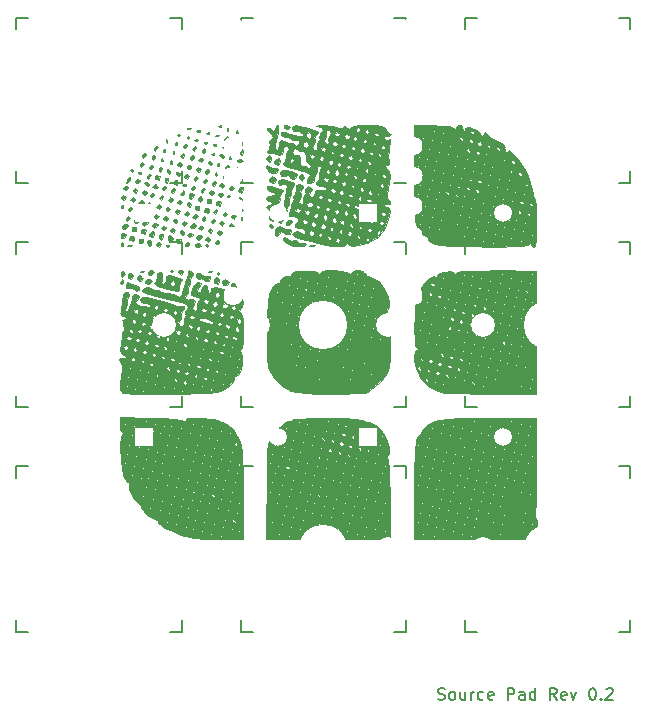
<source format=gbr>
%TF.GenerationSoftware,KiCad,Pcbnew,5.1.6-1.fc32*%
%TF.CreationDate,2020-07-09T19:21:21-05:00*%
%TF.ProjectId,source_pad,736f7572-6365-45f7-9061-642e6b696361,rev?*%
%TF.SameCoordinates,Original*%
%TF.FileFunction,Legend,Top*%
%TF.FilePolarity,Positive*%
%FSLAX46Y46*%
G04 Gerber Fmt 4.6, Leading zero omitted, Abs format (unit mm)*
G04 Created by KiCad (PCBNEW 5.1.6-1.fc32) date 2020-07-09 19:21:21*
%MOMM*%
%LPD*%
G01*
G04 APERTURE LIST*
%ADD10C,0.187500*%
%ADD11C,0.150000*%
%ADD12C,0.010000*%
%ADD13C,4.100000*%
%ADD14C,2.000000*%
%ADD15C,0.800000*%
%ADD16C,4.500000*%
%ADD17C,1.497000*%
%ADD18R,1.497000X1.497000*%
%ADD19C,1.624000*%
G04 APERTURE END LIST*
D10*
X128695238Y-150704761D02*
X128838095Y-150752380D01*
X129076190Y-150752380D01*
X129171428Y-150704761D01*
X129219047Y-150657142D01*
X129266666Y-150561904D01*
X129266666Y-150466666D01*
X129219047Y-150371428D01*
X129171428Y-150323809D01*
X129076190Y-150276190D01*
X128885714Y-150228571D01*
X128790476Y-150180952D01*
X128742857Y-150133333D01*
X128695238Y-150038095D01*
X128695238Y-149942857D01*
X128742857Y-149847619D01*
X128790476Y-149800000D01*
X128885714Y-149752380D01*
X129123809Y-149752380D01*
X129266666Y-149800000D01*
X129838095Y-150752380D02*
X129742857Y-150704761D01*
X129695238Y-150657142D01*
X129647619Y-150561904D01*
X129647619Y-150276190D01*
X129695238Y-150180952D01*
X129742857Y-150133333D01*
X129838095Y-150085714D01*
X129980952Y-150085714D01*
X130076190Y-150133333D01*
X130123809Y-150180952D01*
X130171428Y-150276190D01*
X130171428Y-150561904D01*
X130123809Y-150657142D01*
X130076190Y-150704761D01*
X129980952Y-150752380D01*
X129838095Y-150752380D01*
X131028571Y-150085714D02*
X131028571Y-150752380D01*
X130600000Y-150085714D02*
X130600000Y-150609523D01*
X130647619Y-150704761D01*
X130742857Y-150752380D01*
X130885714Y-150752380D01*
X130980952Y-150704761D01*
X131028571Y-150657142D01*
X131504761Y-150752380D02*
X131504761Y-150085714D01*
X131504761Y-150276190D02*
X131552380Y-150180952D01*
X131600000Y-150133333D01*
X131695238Y-150085714D01*
X131790476Y-150085714D01*
X132552380Y-150704761D02*
X132457142Y-150752380D01*
X132266666Y-150752380D01*
X132171428Y-150704761D01*
X132123809Y-150657142D01*
X132076190Y-150561904D01*
X132076190Y-150276190D01*
X132123809Y-150180952D01*
X132171428Y-150133333D01*
X132266666Y-150085714D01*
X132457142Y-150085714D01*
X132552380Y-150133333D01*
X133361904Y-150704761D02*
X133266666Y-150752380D01*
X133076190Y-150752380D01*
X132980952Y-150704761D01*
X132933333Y-150609523D01*
X132933333Y-150228571D01*
X132980952Y-150133333D01*
X133076190Y-150085714D01*
X133266666Y-150085714D01*
X133361904Y-150133333D01*
X133409523Y-150228571D01*
X133409523Y-150323809D01*
X132933333Y-150419047D01*
X134600000Y-150752380D02*
X134600000Y-149752380D01*
X134980952Y-149752380D01*
X135076190Y-149800000D01*
X135123809Y-149847619D01*
X135171428Y-149942857D01*
X135171428Y-150085714D01*
X135123809Y-150180952D01*
X135076190Y-150228571D01*
X134980952Y-150276190D01*
X134600000Y-150276190D01*
X136028571Y-150752380D02*
X136028571Y-150228571D01*
X135980952Y-150133333D01*
X135885714Y-150085714D01*
X135695238Y-150085714D01*
X135600000Y-150133333D01*
X136028571Y-150704761D02*
X135933333Y-150752380D01*
X135695238Y-150752380D01*
X135600000Y-150704761D01*
X135552380Y-150609523D01*
X135552380Y-150514285D01*
X135600000Y-150419047D01*
X135695238Y-150371428D01*
X135933333Y-150371428D01*
X136028571Y-150323809D01*
X136933333Y-150752380D02*
X136933333Y-149752380D01*
X136933333Y-150704761D02*
X136838095Y-150752380D01*
X136647619Y-150752380D01*
X136552380Y-150704761D01*
X136504761Y-150657142D01*
X136457142Y-150561904D01*
X136457142Y-150276190D01*
X136504761Y-150180952D01*
X136552380Y-150133333D01*
X136647619Y-150085714D01*
X136838095Y-150085714D01*
X136933333Y-150133333D01*
X138742857Y-150752380D02*
X138409523Y-150276190D01*
X138171428Y-150752380D02*
X138171428Y-149752380D01*
X138552380Y-149752380D01*
X138647619Y-149800000D01*
X138695238Y-149847619D01*
X138742857Y-149942857D01*
X138742857Y-150085714D01*
X138695238Y-150180952D01*
X138647619Y-150228571D01*
X138552380Y-150276190D01*
X138171428Y-150276190D01*
X139552380Y-150704761D02*
X139457142Y-150752380D01*
X139266666Y-150752380D01*
X139171428Y-150704761D01*
X139123809Y-150609523D01*
X139123809Y-150228571D01*
X139171428Y-150133333D01*
X139266666Y-150085714D01*
X139457142Y-150085714D01*
X139552380Y-150133333D01*
X139600000Y-150228571D01*
X139600000Y-150323809D01*
X139123809Y-150419047D01*
X139933333Y-150085714D02*
X140171428Y-150752380D01*
X140409523Y-150085714D01*
X141742857Y-149752380D02*
X141838095Y-149752380D01*
X141933333Y-149800000D01*
X141980952Y-149847619D01*
X142028571Y-149942857D01*
X142076190Y-150133333D01*
X142076190Y-150371428D01*
X142028571Y-150561904D01*
X141980952Y-150657142D01*
X141933333Y-150704761D01*
X141838095Y-150752380D01*
X141742857Y-150752380D01*
X141647619Y-150704761D01*
X141600000Y-150657142D01*
X141552380Y-150561904D01*
X141504761Y-150371428D01*
X141504761Y-150133333D01*
X141552380Y-149942857D01*
X141600000Y-149847619D01*
X141647619Y-149800000D01*
X141742857Y-149752380D01*
X142504761Y-150657142D02*
X142552380Y-150704761D01*
X142504761Y-150752380D01*
X142457142Y-150704761D01*
X142504761Y-150657142D01*
X142504761Y-150752380D01*
X142933333Y-149847619D02*
X142980952Y-149800000D01*
X143076190Y-149752380D01*
X143314285Y-149752380D01*
X143409523Y-149800000D01*
X143457142Y-149847619D01*
X143504761Y-149942857D01*
X143504761Y-150038095D01*
X143457142Y-150180952D01*
X142885714Y-150752380D01*
X143504761Y-150752380D01*
D11*
%TO.C,SW6*%
X113000000Y-145000000D02*
X112000000Y-145000000D01*
X112000000Y-144000000D02*
X112000000Y-145000000D01*
X126000000Y-131000000D02*
X125000000Y-131000000D01*
X126000000Y-132000000D02*
X126000000Y-131000000D01*
X126000000Y-145000000D02*
X126000000Y-144000000D01*
X125000000Y-145000000D02*
X126000000Y-145000000D01*
X112000000Y-131000000D02*
X113000000Y-131000000D01*
X112000000Y-132000000D02*
X112000000Y-131000000D01*
D12*
%TO.C,G\u002A\u002A\u002A*%
G36*
X104350781Y-126888008D02*
G01*
X105464556Y-126920964D01*
X106357146Y-126981529D01*
X106966926Y-127064125D01*
X107216607Y-127147300D01*
X107409908Y-127268309D01*
X107345294Y-127107867D01*
X107344810Y-127107061D01*
X107336701Y-126968171D01*
X107565073Y-126895496D01*
X108091709Y-126877772D01*
X108546952Y-126887873D01*
X109770096Y-127014424D01*
X110684632Y-127324690D01*
X111347529Y-127847906D01*
X111788119Y-128551227D01*
X111928798Y-128896432D01*
X112032485Y-129268595D01*
X112104687Y-129732856D01*
X112150913Y-130354353D01*
X112176668Y-131198228D01*
X112187460Y-132329619D01*
X112189062Y-133293641D01*
X112189062Y-137155931D01*
X110155078Y-137168423D01*
X108989231Y-137148552D01*
X108085476Y-137061817D01*
X107322776Y-136894531D01*
X110204687Y-136894531D01*
X110303906Y-136993750D01*
X110403125Y-136894531D01*
X110303906Y-136795313D01*
X110204687Y-136894531D01*
X107322776Y-136894531D01*
X107312303Y-136892234D01*
X106958182Y-136779904D01*
X106742190Y-136696094D01*
X109410937Y-136696094D01*
X109510156Y-136795313D01*
X109609375Y-136696094D01*
X109510156Y-136596875D01*
X109410937Y-136696094D01*
X106742190Y-136696094D01*
X106230781Y-136497656D01*
X108617187Y-136497656D01*
X108716406Y-136596875D01*
X108815625Y-136497656D01*
X111792187Y-136497656D01*
X111891406Y-136596875D01*
X111990625Y-136497656D01*
X111891406Y-136398438D01*
X111792187Y-136497656D01*
X108815625Y-136497656D01*
X108716406Y-136398438D01*
X108617187Y-136497656D01*
X106230781Y-136497656D01*
X105982186Y-136401196D01*
X105788398Y-136299219D01*
X107823437Y-136299219D01*
X107922656Y-136398438D01*
X108021875Y-136299219D01*
X107922656Y-136200000D01*
X110403125Y-136200000D01*
X110475730Y-136363337D01*
X110535416Y-136332292D01*
X110538751Y-136299219D01*
X111196875Y-136299219D01*
X111296093Y-136398438D01*
X111395312Y-136299219D01*
X111296093Y-136200000D01*
X111196875Y-136299219D01*
X110538751Y-136299219D01*
X110559165Y-136096793D01*
X110535416Y-136067708D01*
X110417445Y-136094948D01*
X110403125Y-136200000D01*
X107922656Y-136200000D01*
X107823437Y-136299219D01*
X105788398Y-136299219D01*
X105411304Y-136100781D01*
X107228125Y-136100781D01*
X107327343Y-136200000D01*
X107426562Y-136100781D01*
X107327343Y-136001563D01*
X107228125Y-136100781D01*
X105411304Y-136100781D01*
X105314625Y-136049906D01*
X105155408Y-135902344D01*
X106434375Y-135902344D01*
X106533593Y-136001563D01*
X106632812Y-135902344D01*
X109609375Y-135902344D01*
X109708593Y-136001563D01*
X109807812Y-135902344D01*
X109708593Y-135803125D01*
X109609375Y-135902344D01*
X106632812Y-135902344D01*
X106533593Y-135803125D01*
X106434375Y-135902344D01*
X105155408Y-135902344D01*
X104984722Y-135744153D01*
X104983408Y-135703906D01*
X105640625Y-135703906D01*
X105739843Y-135803125D01*
X105839062Y-135703906D01*
X108815625Y-135703906D01*
X108914843Y-135803125D01*
X109014062Y-135703906D01*
X108914843Y-135604688D01*
X108815625Y-135703906D01*
X105839062Y-135703906D01*
X105739843Y-135604688D01*
X105640625Y-135703906D01*
X104983408Y-135703906D01*
X104978457Y-135552321D01*
X104979157Y-135505469D01*
X108021875Y-135505469D01*
X108121093Y-135604688D01*
X108220312Y-135505469D01*
X110601562Y-135505469D01*
X110700781Y-135604688D01*
X110800000Y-135505469D01*
X110757662Y-135463131D01*
X111228862Y-135463131D01*
X111277144Y-135574027D01*
X111476950Y-135787059D01*
X111591818Y-135743359D01*
X111593750Y-135715617D01*
X111452803Y-135547776D01*
X111364652Y-135486520D01*
X111228862Y-135463131D01*
X110757662Y-135463131D01*
X110700781Y-135406250D01*
X110601562Y-135505469D01*
X108220312Y-135505469D01*
X108121093Y-135406250D01*
X108021875Y-135505469D01*
X104979157Y-135505469D01*
X104980132Y-135440289D01*
X104874263Y-135488542D01*
X104618704Y-135452457D01*
X104380297Y-135307031D01*
X107426562Y-135307031D01*
X107525781Y-135406250D01*
X107625000Y-135307031D01*
X107525781Y-135207813D01*
X109807812Y-135207813D01*
X109880417Y-135371149D01*
X109940104Y-135340104D01*
X109963853Y-135104605D01*
X109940104Y-135075521D01*
X109822133Y-135102760D01*
X109807812Y-135207813D01*
X107525781Y-135207813D01*
X107426562Y-135307031D01*
X104380297Y-135307031D01*
X104240551Y-135221788D01*
X104107954Y-135108594D01*
X106632812Y-135108594D01*
X106732031Y-135207813D01*
X106831250Y-135108594D01*
X106732031Y-135009375D01*
X106632812Y-135108594D01*
X104107954Y-135108594D01*
X103875499Y-134910156D01*
X105839062Y-134910156D01*
X105938281Y-135009375D01*
X106037500Y-134910156D01*
X109014062Y-134910156D01*
X109113281Y-135009375D01*
X109212500Y-134910156D01*
X111593750Y-134910156D01*
X111692968Y-135009375D01*
X111792187Y-134910156D01*
X111692968Y-134810938D01*
X111593750Y-134910156D01*
X109212500Y-134910156D01*
X109113281Y-134810938D01*
X109014062Y-134910156D01*
X106037500Y-134910156D01*
X105938281Y-134810938D01*
X105839062Y-134910156D01*
X103875499Y-134910156D01*
X103861276Y-134898015D01*
X103708339Y-134711719D01*
X105045312Y-134711719D01*
X105144531Y-134810938D01*
X105243750Y-134711719D01*
X108220312Y-134711719D01*
X108319531Y-134810938D01*
X108418750Y-134711719D01*
X110800000Y-134711719D01*
X110899218Y-134810938D01*
X110998437Y-134711719D01*
X110899218Y-134612500D01*
X110800000Y-134711719D01*
X108418750Y-134711719D01*
X108319531Y-134612500D01*
X108220312Y-134711719D01*
X105243750Y-134711719D01*
X105144531Y-134612500D01*
X105045312Y-134711719D01*
X103708339Y-134711719D01*
X103602353Y-134582617D01*
X103589378Y-134513281D01*
X104251562Y-134513281D01*
X104350781Y-134612500D01*
X104450000Y-134513281D01*
X107426562Y-134513281D01*
X107525781Y-134612500D01*
X107625000Y-134513281D01*
X110006250Y-134513281D01*
X110105468Y-134612500D01*
X110204687Y-134513281D01*
X110105468Y-134414063D01*
X110006250Y-134513281D01*
X107625000Y-134513281D01*
X107525781Y-134414063D01*
X107426562Y-134513281D01*
X104450000Y-134513281D01*
X104350781Y-134414063D01*
X104251562Y-134513281D01*
X103589378Y-134513281D01*
X103567607Y-134396949D01*
X103495004Y-134217767D01*
X103491133Y-134215625D01*
X106037500Y-134215625D01*
X106110105Y-134378962D01*
X106169791Y-134347917D01*
X106173126Y-134314844D01*
X106831250Y-134314844D01*
X106930468Y-134414063D01*
X107029687Y-134314844D01*
X106930468Y-134215625D01*
X106831250Y-134314844D01*
X106173126Y-134314844D01*
X106193137Y-134116406D01*
X109212500Y-134116406D01*
X109311718Y-134215625D01*
X109410937Y-134116406D01*
X111792187Y-134116406D01*
X111891406Y-134215625D01*
X111990625Y-134116406D01*
X111891406Y-134017188D01*
X111792187Y-134116406D01*
X109410937Y-134116406D01*
X109311718Y-134017188D01*
X109212500Y-134116406D01*
X106193137Y-134116406D01*
X106193540Y-134112418D01*
X106169791Y-134083333D01*
X106051820Y-134110573D01*
X106037500Y-134215625D01*
X103491133Y-134215625D01*
X103367829Y-134147409D01*
X103103288Y-133917969D01*
X105243750Y-133917969D01*
X105342968Y-134017188D01*
X105442187Y-133917969D01*
X105342968Y-133818750D01*
X105243750Y-133917969D01*
X103103288Y-133917969D01*
X103055040Y-133876123D01*
X102957807Y-133719531D01*
X104450000Y-133719531D01*
X104549218Y-133818750D01*
X104648437Y-133719531D01*
X107029687Y-133719531D01*
X107128906Y-133818750D01*
X107228125Y-133719531D01*
X107185788Y-133677194D01*
X107656987Y-133677194D01*
X107705269Y-133788090D01*
X107905075Y-134001121D01*
X108019943Y-133957421D01*
X108021875Y-133929680D01*
X108012041Y-133917969D01*
X108418750Y-133917969D01*
X108517968Y-134017188D01*
X108617187Y-133917969D01*
X110998437Y-133917969D01*
X111097656Y-134017188D01*
X111196875Y-133917969D01*
X111097656Y-133818750D01*
X110998437Y-133917969D01*
X108617187Y-133917969D01*
X108517968Y-133818750D01*
X108418750Y-133917969D01*
X108012041Y-133917969D01*
X107880928Y-133761838D01*
X107820046Y-133719531D01*
X110204687Y-133719531D01*
X110303906Y-133818750D01*
X110403125Y-133719531D01*
X110303906Y-133620313D01*
X110204687Y-133719531D01*
X107820046Y-133719531D01*
X107792777Y-133700582D01*
X107656987Y-133677194D01*
X107185788Y-133677194D01*
X107128906Y-133620313D01*
X107029687Y-133719531D01*
X104648437Y-133719531D01*
X104549218Y-133620313D01*
X104450000Y-133719531D01*
X102957807Y-133719531D01*
X102834589Y-133521094D01*
X103656250Y-133521094D01*
X103755468Y-133620313D01*
X103854687Y-133521094D01*
X106235937Y-133521094D01*
X106335156Y-133620313D01*
X106434375Y-133521094D01*
X106335156Y-133421875D01*
X106235937Y-133521094D01*
X103854687Y-133521094D01*
X103755468Y-133421875D01*
X103656250Y-133521094D01*
X102834589Y-133521094D01*
X102758791Y-133399024D01*
X102717102Y-133289583D01*
X108683333Y-133289583D01*
X108710572Y-133407554D01*
X108815625Y-133421875D01*
X108978961Y-133349270D01*
X108947916Y-133289583D01*
X108856053Y-133280319D01*
X109442924Y-133280319D01*
X109491207Y-133391215D01*
X109691012Y-133604246D01*
X109805880Y-133560546D01*
X109807812Y-133532805D01*
X109666866Y-133364963D01*
X109578714Y-133303707D01*
X109442924Y-133280319D01*
X108856053Y-133280319D01*
X108712417Y-133265834D01*
X108683333Y-133289583D01*
X102717102Y-133289583D01*
X102641511Y-133091146D01*
X107889583Y-133091146D01*
X107916822Y-133209117D01*
X108021875Y-133223438D01*
X108185211Y-133150832D01*
X108171369Y-133124219D01*
X111196875Y-133124219D01*
X111296093Y-133223438D01*
X111395312Y-133124219D01*
X111296093Y-133025000D01*
X111196875Y-133124219D01*
X108171369Y-133124219D01*
X108154166Y-133091146D01*
X107918667Y-133067397D01*
X107889583Y-133091146D01*
X102641511Y-133091146D01*
X102578518Y-132925781D01*
X104648437Y-132925781D01*
X104747656Y-133025000D01*
X104846875Y-132925781D01*
X107228125Y-132925781D01*
X107327343Y-133025000D01*
X107426562Y-132925781D01*
X110403125Y-132925781D01*
X110502343Y-133025000D01*
X110601562Y-132925781D01*
X110502343Y-132826563D01*
X110403125Y-132925781D01*
X107426562Y-132925781D01*
X107327343Y-132826563D01*
X107228125Y-132925781D01*
X104846875Y-132925781D01*
X104747656Y-132826563D01*
X104648437Y-132925781D01*
X102578518Y-132925781D01*
X102562467Y-132883646D01*
X102556650Y-132727344D01*
X103854687Y-132727344D01*
X103953906Y-132826563D01*
X104053125Y-132727344D01*
X106434375Y-132727344D01*
X106533593Y-132826563D01*
X106632812Y-132727344D01*
X109609375Y-132727344D01*
X109708593Y-132826563D01*
X109807812Y-132727344D01*
X109708593Y-132628125D01*
X109609375Y-132727344D01*
X106632812Y-132727344D01*
X106533593Y-132628125D01*
X106434375Y-132727344D01*
X104053125Y-132727344D01*
X103953906Y-132628125D01*
X103854687Y-132727344D01*
X102556650Y-132727344D01*
X102549264Y-132528906D01*
X105640625Y-132528906D01*
X105739843Y-132628125D01*
X105839062Y-132528906D01*
X109014062Y-132528906D01*
X109113281Y-132628125D01*
X109212500Y-132528906D01*
X109113281Y-132429688D01*
X109014062Y-132528906D01*
X105839062Y-132528906D01*
X105739843Y-132429688D01*
X105640625Y-132528906D01*
X102549264Y-132528906D01*
X102548213Y-132500689D01*
X102556398Y-132330469D01*
X108220312Y-132330469D01*
X108319531Y-132429688D01*
X108418750Y-132330469D01*
X111395312Y-132330469D01*
X111494531Y-132429688D01*
X111593750Y-132330469D01*
X111494531Y-132231250D01*
X111395312Y-132330469D01*
X108418750Y-132330469D01*
X108319531Y-132231250D01*
X108220312Y-132330469D01*
X102556398Y-132330469D01*
X102557518Y-132307179D01*
X102479344Y-132321990D01*
X102309030Y-132229962D01*
X102257115Y-132132031D01*
X104846875Y-132132031D01*
X104946093Y-132231250D01*
X105045312Y-132132031D01*
X107426562Y-132132031D01*
X107525781Y-132231250D01*
X107625000Y-132132031D01*
X110601562Y-132132031D01*
X110700781Y-132231250D01*
X110800000Y-132132031D01*
X110700781Y-132032813D01*
X110601562Y-132132031D01*
X107625000Y-132132031D01*
X107525781Y-132032813D01*
X107426562Y-132132031D01*
X105045312Y-132132031D01*
X104946093Y-132032813D01*
X104846875Y-132132031D01*
X102257115Y-132132031D01*
X102151917Y-131933594D01*
X103457812Y-131933594D01*
X103557031Y-132032813D01*
X103656250Y-131933594D01*
X104053125Y-131933594D01*
X104152343Y-132032813D01*
X104251562Y-131933594D01*
X106632812Y-131933594D01*
X106732031Y-132032813D01*
X106831250Y-131933594D01*
X109807812Y-131933594D01*
X109907031Y-132032813D01*
X110006250Y-131933594D01*
X109907031Y-131834375D01*
X109807812Y-131933594D01*
X106831250Y-131933594D01*
X106732031Y-131834375D01*
X106632812Y-131933594D01*
X104251562Y-131933594D01*
X104152343Y-131834375D01*
X104053125Y-131933594D01*
X103656250Y-131933594D01*
X103557031Y-131834375D01*
X103457812Y-131933594D01*
X102151917Y-131933594D01*
X102113894Y-131861870D01*
X102071414Y-131743229D01*
X102069567Y-131735156D01*
X102664062Y-131735156D01*
X102763281Y-131834375D01*
X102862500Y-131735156D01*
X105839062Y-131735156D01*
X105938281Y-131834375D01*
X106037500Y-131735156D01*
X109212500Y-131735156D01*
X109311718Y-131834375D01*
X109410937Y-131735156D01*
X109311718Y-131635938D01*
X109212500Y-131735156D01*
X106037500Y-131735156D01*
X105938281Y-131635938D01*
X105839062Y-131735156D01*
X102862500Y-131735156D01*
X102763281Y-131635938D01*
X102664062Y-131735156D01*
X102069567Y-131735156D01*
X102024147Y-131536719D01*
X105243750Y-131536719D01*
X105342968Y-131635938D01*
X105442187Y-131536719D01*
X108418750Y-131536719D01*
X108517968Y-131635938D01*
X108617187Y-131536719D01*
X111593750Y-131536719D01*
X111692968Y-131635938D01*
X111792187Y-131536719D01*
X111692968Y-131437500D01*
X111593750Y-131536719D01*
X108617187Y-131536719D01*
X108517968Y-131437500D01*
X108418750Y-131536719D01*
X105442187Y-131536719D01*
X105342968Y-131437500D01*
X105243750Y-131536719D01*
X102024147Y-131536719D01*
X101971156Y-131305208D01*
X104317708Y-131305208D01*
X104344947Y-131423179D01*
X104450000Y-131437500D01*
X104613336Y-131364895D01*
X104599494Y-131338281D01*
X107625000Y-131338281D01*
X107724218Y-131437500D01*
X107823437Y-131338281D01*
X110800000Y-131338281D01*
X110899218Y-131437500D01*
X110998437Y-131338281D01*
X110899218Y-131239063D01*
X110800000Y-131338281D01*
X107823437Y-131338281D01*
X107724218Y-131239063D01*
X107625000Y-131338281D01*
X104599494Y-131338281D01*
X104582291Y-131305208D01*
X104346792Y-131281459D01*
X104317708Y-131305208D01*
X101971156Y-131305208D01*
X101949087Y-131208791D01*
X101940446Y-131139844D01*
X103656250Y-131139844D01*
X103755468Y-131239063D01*
X103854687Y-131139844D01*
X106831250Y-131139844D01*
X106930468Y-131239063D01*
X107029687Y-131139844D01*
X110006250Y-131139844D01*
X110105468Y-131239063D01*
X110204687Y-131139844D01*
X110105468Y-131040625D01*
X110006250Y-131139844D01*
X107029687Y-131139844D01*
X106930468Y-131040625D01*
X106831250Y-131139844D01*
X103854687Y-131139844D01*
X103755468Y-131040625D01*
X103656250Y-131139844D01*
X101940446Y-131139844D01*
X101915576Y-130941406D01*
X102862500Y-130941406D01*
X102961718Y-131040625D01*
X103060937Y-130941406D01*
X106037500Y-130941406D01*
X106136718Y-131040625D01*
X106235937Y-130941406D01*
X106202864Y-130908333D01*
X109278645Y-130908333D01*
X109305885Y-131026304D01*
X109410937Y-131040625D01*
X109574274Y-130968020D01*
X109543229Y-130908333D01*
X109307730Y-130884584D01*
X109278645Y-130908333D01*
X106202864Y-130908333D01*
X106136718Y-130842188D01*
X106037500Y-130941406D01*
X103060937Y-130941406D01*
X102961718Y-130842188D01*
X102862500Y-130941406D01*
X101915576Y-130941406D01*
X101890706Y-130742969D01*
X102068750Y-130742969D01*
X102167968Y-130842188D01*
X102267187Y-130742969D01*
X105243750Y-130742969D01*
X105342968Y-130842188D01*
X105442187Y-130742969D01*
X108617187Y-130742969D01*
X108716406Y-130842188D01*
X111792187Y-130842188D01*
X111864792Y-131005524D01*
X111924479Y-130974479D01*
X111948228Y-130738980D01*
X111924479Y-130709896D01*
X111806508Y-130737135D01*
X111792187Y-130842188D01*
X108716406Y-130842188D01*
X108815625Y-130742969D01*
X108716406Y-130643750D01*
X108617187Y-130742969D01*
X105442187Y-130742969D01*
X105342968Y-130643750D01*
X105243750Y-130742969D01*
X102267187Y-130742969D01*
X102167968Y-130643750D01*
X102068750Y-130742969D01*
X101890706Y-130742969D01*
X101865836Y-130544531D01*
X104648437Y-130544531D01*
X104747656Y-130643750D01*
X104846875Y-130544531D01*
X107823437Y-130544531D01*
X107922656Y-130643750D01*
X108021875Y-130544531D01*
X110998437Y-130544531D01*
X111097656Y-130643750D01*
X111196875Y-130544531D01*
X111097656Y-130445313D01*
X110998437Y-130544531D01*
X108021875Y-130544531D01*
X107922656Y-130445313D01*
X107823437Y-130544531D01*
X104846875Y-130544531D01*
X104747656Y-130445313D01*
X104648437Y-130544531D01*
X101865836Y-130544531D01*
X101862560Y-130518399D01*
X101851493Y-130346094D01*
X103854687Y-130346094D01*
X103953906Y-130445313D01*
X104053125Y-130346094D01*
X107029687Y-130346094D01*
X107128906Y-130445313D01*
X107228125Y-130346094D01*
X110204687Y-130346094D01*
X110303906Y-130445313D01*
X110403125Y-130346094D01*
X110303906Y-130246875D01*
X110204687Y-130346094D01*
X107228125Y-130346094D01*
X107128906Y-130246875D01*
X107029687Y-130346094D01*
X104053125Y-130346094D01*
X103953906Y-130246875D01*
X103854687Y-130346094D01*
X101851493Y-130346094D01*
X101838747Y-130147656D01*
X103060937Y-130147656D01*
X103160156Y-130246875D01*
X103259375Y-130147656D01*
X106235937Y-130147656D01*
X106335156Y-130246875D01*
X106434375Y-130147656D01*
X106335156Y-130048438D01*
X108815625Y-130048438D01*
X108888230Y-130211774D01*
X108947916Y-130180729D01*
X108951251Y-130147656D01*
X109410937Y-130147656D01*
X109510156Y-130246875D01*
X109609375Y-130147656D01*
X109510156Y-130048438D01*
X109410937Y-130147656D01*
X108951251Y-130147656D01*
X108971665Y-129945230D01*
X108947916Y-129916146D01*
X108829945Y-129943385D01*
X108815625Y-130048438D01*
X106335156Y-130048438D01*
X106235937Y-130147656D01*
X103259375Y-130147656D01*
X103160156Y-130048438D01*
X103060937Y-130147656D01*
X101838747Y-130147656D01*
X101826001Y-129949219D01*
X102267187Y-129949219D01*
X102366406Y-130048438D01*
X102465625Y-129949219D01*
X105442187Y-129949219D01*
X105541406Y-130048438D01*
X105640625Y-129949219D01*
X105541406Y-129850000D01*
X108021875Y-129850000D01*
X108094480Y-130013337D01*
X108154166Y-129982292D01*
X108177512Y-129750781D01*
X111196875Y-129750781D01*
X111296093Y-129850000D01*
X111395312Y-129750781D01*
X111296093Y-129651563D01*
X111196875Y-129750781D01*
X108177512Y-129750781D01*
X108177915Y-129746793D01*
X108154166Y-129717708D01*
X108036195Y-129744948D01*
X108021875Y-129850000D01*
X105541406Y-129850000D01*
X105442187Y-129949219D01*
X102465625Y-129949219D01*
X102366406Y-129850000D01*
X102267187Y-129949219D01*
X101826001Y-129949219D01*
X101814873Y-129775971D01*
X101814662Y-129750781D01*
X104846875Y-129750781D01*
X104946093Y-129850000D01*
X105045312Y-129750781D01*
X104946093Y-129651563D01*
X104846875Y-129750781D01*
X101814662Y-129750781D01*
X101812993Y-129552344D01*
X104053125Y-129552344D01*
X104152343Y-129651563D01*
X104251562Y-129552344D01*
X107228125Y-129552344D01*
X107327343Y-129651563D01*
X107426562Y-129552344D01*
X107327343Y-129453125D01*
X107228125Y-129552344D01*
X104251562Y-129552344D01*
X104152343Y-129453125D01*
X104053125Y-129552344D01*
X101812993Y-129552344D01*
X101811324Y-129353906D01*
X103259375Y-129353906D01*
X103358593Y-129453125D01*
X103457812Y-129353906D01*
X106434375Y-129353906D01*
X106533593Y-129453125D01*
X106632812Y-129353906D01*
X109014062Y-129353906D01*
X109113281Y-129453125D01*
X109212500Y-129353906D01*
X109170163Y-129311569D01*
X109641362Y-129311569D01*
X109689644Y-129422465D01*
X109889450Y-129635496D01*
X110004318Y-129591796D01*
X110006250Y-129564055D01*
X109996416Y-129552344D01*
X110403125Y-129552344D01*
X110502343Y-129651563D01*
X110601562Y-129552344D01*
X110502343Y-129453125D01*
X110403125Y-129552344D01*
X109996416Y-129552344D01*
X109865303Y-129396213D01*
X109777152Y-129334957D01*
X109641362Y-129311569D01*
X109170163Y-129311569D01*
X109113281Y-129254688D01*
X109014062Y-129353906D01*
X106632812Y-129353906D01*
X106533593Y-129254688D01*
X106434375Y-129353906D01*
X103457812Y-129353906D01*
X103358593Y-129254688D01*
X103259375Y-129353906D01*
X101811324Y-129353906D01*
X101809654Y-129155469D01*
X102465625Y-129155469D01*
X102564843Y-129254688D01*
X102664062Y-129155469D01*
X105640625Y-129155469D01*
X105739843Y-129254688D01*
X105839062Y-129155469D01*
X108220312Y-129155469D01*
X108319531Y-129254688D01*
X108418750Y-129155469D01*
X108319531Y-129056250D01*
X108220312Y-129155469D01*
X105839062Y-129155469D01*
X105739843Y-129056250D01*
X105640625Y-129155469D01*
X102664062Y-129155469D01*
X102564843Y-129056250D01*
X102465625Y-129155469D01*
X101809654Y-129155469D01*
X101809064Y-129085424D01*
X101820872Y-128923958D01*
X110667708Y-128923958D01*
X110694947Y-129041929D01*
X110800000Y-129056250D01*
X110826345Y-129044539D01*
X111395312Y-129044539D01*
X111539360Y-129246612D01*
X111593750Y-129254688D01*
X111787028Y-129186984D01*
X111792187Y-129167180D01*
X111653135Y-128997760D01*
X111593750Y-128957031D01*
X111410893Y-128972764D01*
X111395312Y-129044539D01*
X110826345Y-129044539D01*
X110963336Y-128983645D01*
X110932291Y-128923958D01*
X110696792Y-128900209D01*
X110667708Y-128923958D01*
X101820872Y-128923958D01*
X101832966Y-128758594D01*
X104251562Y-128758594D01*
X104350781Y-128857813D01*
X104450000Y-128758594D01*
X104416927Y-128725521D01*
X109873958Y-128725521D01*
X109901197Y-128843492D01*
X110006250Y-128857813D01*
X110169586Y-128785207D01*
X110138541Y-128725521D01*
X109903042Y-128701772D01*
X109873958Y-128725521D01*
X104416927Y-128725521D01*
X104350781Y-128659375D01*
X104251562Y-128758594D01*
X101832966Y-128758594D01*
X101847479Y-128560156D01*
X103457812Y-128560156D01*
X103557031Y-128659375D01*
X103656250Y-128560156D01*
X106632812Y-128560156D01*
X106732031Y-128659375D01*
X106831250Y-128560156D01*
X109212500Y-128560156D01*
X109311718Y-128659375D01*
X109410937Y-128560156D01*
X109311718Y-128460938D01*
X109212500Y-128560156D01*
X106831250Y-128560156D01*
X106732031Y-128460938D01*
X106632812Y-128560156D01*
X103656250Y-128560156D01*
X103557031Y-128460938D01*
X103457812Y-128560156D01*
X101847479Y-128560156D01*
X101848173Y-128550673D01*
X101907986Y-128361719D01*
X102664062Y-128361719D01*
X102763281Y-128460938D01*
X102862500Y-128361719D01*
X105839062Y-128361719D01*
X105938281Y-128460938D01*
X106037500Y-128361719D01*
X108418750Y-128361719D01*
X108517968Y-128460938D01*
X108617187Y-128361719D01*
X108517968Y-128262500D01*
X108418750Y-128361719D01*
X106037500Y-128361719D01*
X105938281Y-128262500D01*
X105839062Y-128361719D01*
X102862500Y-128361719D01*
X102763281Y-128262500D01*
X102664062Y-128361719D01*
X101907986Y-128361719D01*
X101935237Y-128275635D01*
X101969531Y-128259294D01*
X102023189Y-128179900D01*
X102002900Y-128163281D01*
X105045312Y-128163281D01*
X105144531Y-128262500D01*
X105243750Y-128163281D01*
X107625000Y-128163281D01*
X107724218Y-128262500D01*
X107823437Y-128163281D01*
X110998437Y-128163281D01*
X111097656Y-128262500D01*
X111196875Y-128163281D01*
X111097656Y-128064063D01*
X110998437Y-128163281D01*
X107823437Y-128163281D01*
X107724218Y-128064063D01*
X107625000Y-128163281D01*
X105243750Y-128163281D01*
X105144531Y-128064063D01*
X105045312Y-128163281D01*
X102002900Y-128163281D01*
X101937864Y-128110011D01*
X101857640Y-127964844D01*
X103656250Y-127964844D01*
X103755468Y-128064063D01*
X103854687Y-127964844D01*
X104450000Y-127964844D01*
X104549218Y-128064063D01*
X104648437Y-127964844D01*
X110204687Y-127964844D01*
X110303906Y-128064063D01*
X110403125Y-127964844D01*
X110303906Y-127865625D01*
X110204687Y-127964844D01*
X104648437Y-127964844D01*
X104549218Y-127865625D01*
X104450000Y-127964844D01*
X103854687Y-127964844D01*
X103755468Y-127865625D01*
X103656250Y-127964844D01*
X101857640Y-127964844D01*
X101779092Y-127822713D01*
X101773717Y-127766406D01*
X106831250Y-127766406D01*
X106930468Y-127865625D01*
X107029687Y-127766406D01*
X109410937Y-127766406D01*
X109510156Y-127865625D01*
X109609375Y-127766406D01*
X109510156Y-127667188D01*
X109410937Y-127766406D01*
X107029687Y-127766406D01*
X106930468Y-127667188D01*
X106831250Y-127766406D01*
X101773717Y-127766406D01*
X101754770Y-127567969D01*
X102862500Y-127567969D01*
X102961718Y-127667188D01*
X103060937Y-127567969D01*
X105442187Y-127567969D01*
X105541406Y-127667188D01*
X105640625Y-127567969D01*
X106037500Y-127567969D01*
X106136718Y-127667188D01*
X106235937Y-127567969D01*
X108617187Y-127567969D01*
X108716406Y-127667188D01*
X108815625Y-127567969D01*
X108716406Y-127468750D01*
X108617187Y-127567969D01*
X106235937Y-127567969D01*
X106136718Y-127468750D01*
X106037500Y-127567969D01*
X105640625Y-127567969D01*
X105541406Y-127468750D01*
X105442187Y-127567969D01*
X103060937Y-127567969D01*
X102961718Y-127468750D01*
X102862500Y-127567969D01*
X101754770Y-127567969D01*
X101739426Y-127407273D01*
X101741574Y-127369531D01*
X102068750Y-127369531D01*
X102167968Y-127468750D01*
X102267187Y-127369531D01*
X104648437Y-127369531D01*
X104747656Y-127468750D01*
X104846875Y-127369531D01*
X107823437Y-127369531D01*
X107922656Y-127468750D01*
X108021875Y-127369531D01*
X107922656Y-127270313D01*
X107823437Y-127369531D01*
X104846875Y-127369531D01*
X104747656Y-127270313D01*
X104648437Y-127369531D01*
X102267187Y-127369531D01*
X102167968Y-127270313D01*
X102068750Y-127369531D01*
X101741574Y-127369531D01*
X101752869Y-127171094D01*
X103854687Y-127171094D01*
X103953906Y-127270313D01*
X104053125Y-127171094D01*
X103953906Y-127071875D01*
X103854687Y-127171094D01*
X101752869Y-127171094D01*
X101771093Y-126850947D01*
X104350781Y-126888008D01*
G37*
X104350781Y-126888008D02*
X105464556Y-126920964D01*
X106357146Y-126981529D01*
X106966926Y-127064125D01*
X107216607Y-127147300D01*
X107409908Y-127268309D01*
X107345294Y-127107867D01*
X107344810Y-127107061D01*
X107336701Y-126968171D01*
X107565073Y-126895496D01*
X108091709Y-126877772D01*
X108546952Y-126887873D01*
X109770096Y-127014424D01*
X110684632Y-127324690D01*
X111347529Y-127847906D01*
X111788119Y-128551227D01*
X111928798Y-128896432D01*
X112032485Y-129268595D01*
X112104687Y-129732856D01*
X112150913Y-130354353D01*
X112176668Y-131198228D01*
X112187460Y-132329619D01*
X112189062Y-133293641D01*
X112189062Y-137155931D01*
X110155078Y-137168423D01*
X108989231Y-137148552D01*
X108085476Y-137061817D01*
X107322776Y-136894531D01*
X110204687Y-136894531D01*
X110303906Y-136993750D01*
X110403125Y-136894531D01*
X110303906Y-136795313D01*
X110204687Y-136894531D01*
X107322776Y-136894531D01*
X107312303Y-136892234D01*
X106958182Y-136779904D01*
X106742190Y-136696094D01*
X109410937Y-136696094D01*
X109510156Y-136795313D01*
X109609375Y-136696094D01*
X109510156Y-136596875D01*
X109410937Y-136696094D01*
X106742190Y-136696094D01*
X106230781Y-136497656D01*
X108617187Y-136497656D01*
X108716406Y-136596875D01*
X108815625Y-136497656D01*
X111792187Y-136497656D01*
X111891406Y-136596875D01*
X111990625Y-136497656D01*
X111891406Y-136398438D01*
X111792187Y-136497656D01*
X108815625Y-136497656D01*
X108716406Y-136398438D01*
X108617187Y-136497656D01*
X106230781Y-136497656D01*
X105982186Y-136401196D01*
X105788398Y-136299219D01*
X107823437Y-136299219D01*
X107922656Y-136398438D01*
X108021875Y-136299219D01*
X107922656Y-136200000D01*
X110403125Y-136200000D01*
X110475730Y-136363337D01*
X110535416Y-136332292D01*
X110538751Y-136299219D01*
X111196875Y-136299219D01*
X111296093Y-136398438D01*
X111395312Y-136299219D01*
X111296093Y-136200000D01*
X111196875Y-136299219D01*
X110538751Y-136299219D01*
X110559165Y-136096793D01*
X110535416Y-136067708D01*
X110417445Y-136094948D01*
X110403125Y-136200000D01*
X107922656Y-136200000D01*
X107823437Y-136299219D01*
X105788398Y-136299219D01*
X105411304Y-136100781D01*
X107228125Y-136100781D01*
X107327343Y-136200000D01*
X107426562Y-136100781D01*
X107327343Y-136001563D01*
X107228125Y-136100781D01*
X105411304Y-136100781D01*
X105314625Y-136049906D01*
X105155408Y-135902344D01*
X106434375Y-135902344D01*
X106533593Y-136001563D01*
X106632812Y-135902344D01*
X109609375Y-135902344D01*
X109708593Y-136001563D01*
X109807812Y-135902344D01*
X109708593Y-135803125D01*
X109609375Y-135902344D01*
X106632812Y-135902344D01*
X106533593Y-135803125D01*
X106434375Y-135902344D01*
X105155408Y-135902344D01*
X104984722Y-135744153D01*
X104983408Y-135703906D01*
X105640625Y-135703906D01*
X105739843Y-135803125D01*
X105839062Y-135703906D01*
X108815625Y-135703906D01*
X108914843Y-135803125D01*
X109014062Y-135703906D01*
X108914843Y-135604688D01*
X108815625Y-135703906D01*
X105839062Y-135703906D01*
X105739843Y-135604688D01*
X105640625Y-135703906D01*
X104983408Y-135703906D01*
X104978457Y-135552321D01*
X104979157Y-135505469D01*
X108021875Y-135505469D01*
X108121093Y-135604688D01*
X108220312Y-135505469D01*
X110601562Y-135505469D01*
X110700781Y-135604688D01*
X110800000Y-135505469D01*
X110757662Y-135463131D01*
X111228862Y-135463131D01*
X111277144Y-135574027D01*
X111476950Y-135787059D01*
X111591818Y-135743359D01*
X111593750Y-135715617D01*
X111452803Y-135547776D01*
X111364652Y-135486520D01*
X111228862Y-135463131D01*
X110757662Y-135463131D01*
X110700781Y-135406250D01*
X110601562Y-135505469D01*
X108220312Y-135505469D01*
X108121093Y-135406250D01*
X108021875Y-135505469D01*
X104979157Y-135505469D01*
X104980132Y-135440289D01*
X104874263Y-135488542D01*
X104618704Y-135452457D01*
X104380297Y-135307031D01*
X107426562Y-135307031D01*
X107525781Y-135406250D01*
X107625000Y-135307031D01*
X107525781Y-135207813D01*
X109807812Y-135207813D01*
X109880417Y-135371149D01*
X109940104Y-135340104D01*
X109963853Y-135104605D01*
X109940104Y-135075521D01*
X109822133Y-135102760D01*
X109807812Y-135207813D01*
X107525781Y-135207813D01*
X107426562Y-135307031D01*
X104380297Y-135307031D01*
X104240551Y-135221788D01*
X104107954Y-135108594D01*
X106632812Y-135108594D01*
X106732031Y-135207813D01*
X106831250Y-135108594D01*
X106732031Y-135009375D01*
X106632812Y-135108594D01*
X104107954Y-135108594D01*
X103875499Y-134910156D01*
X105839062Y-134910156D01*
X105938281Y-135009375D01*
X106037500Y-134910156D01*
X109014062Y-134910156D01*
X109113281Y-135009375D01*
X109212500Y-134910156D01*
X111593750Y-134910156D01*
X111692968Y-135009375D01*
X111792187Y-134910156D01*
X111692968Y-134810938D01*
X111593750Y-134910156D01*
X109212500Y-134910156D01*
X109113281Y-134810938D01*
X109014062Y-134910156D01*
X106037500Y-134910156D01*
X105938281Y-134810938D01*
X105839062Y-134910156D01*
X103875499Y-134910156D01*
X103861276Y-134898015D01*
X103708339Y-134711719D01*
X105045312Y-134711719D01*
X105144531Y-134810938D01*
X105243750Y-134711719D01*
X108220312Y-134711719D01*
X108319531Y-134810938D01*
X108418750Y-134711719D01*
X110800000Y-134711719D01*
X110899218Y-134810938D01*
X110998437Y-134711719D01*
X110899218Y-134612500D01*
X110800000Y-134711719D01*
X108418750Y-134711719D01*
X108319531Y-134612500D01*
X108220312Y-134711719D01*
X105243750Y-134711719D01*
X105144531Y-134612500D01*
X105045312Y-134711719D01*
X103708339Y-134711719D01*
X103602353Y-134582617D01*
X103589378Y-134513281D01*
X104251562Y-134513281D01*
X104350781Y-134612500D01*
X104450000Y-134513281D01*
X107426562Y-134513281D01*
X107525781Y-134612500D01*
X107625000Y-134513281D01*
X110006250Y-134513281D01*
X110105468Y-134612500D01*
X110204687Y-134513281D01*
X110105468Y-134414063D01*
X110006250Y-134513281D01*
X107625000Y-134513281D01*
X107525781Y-134414063D01*
X107426562Y-134513281D01*
X104450000Y-134513281D01*
X104350781Y-134414063D01*
X104251562Y-134513281D01*
X103589378Y-134513281D01*
X103567607Y-134396949D01*
X103495004Y-134217767D01*
X103491133Y-134215625D01*
X106037500Y-134215625D01*
X106110105Y-134378962D01*
X106169791Y-134347917D01*
X106173126Y-134314844D01*
X106831250Y-134314844D01*
X106930468Y-134414063D01*
X107029687Y-134314844D01*
X106930468Y-134215625D01*
X106831250Y-134314844D01*
X106173126Y-134314844D01*
X106193137Y-134116406D01*
X109212500Y-134116406D01*
X109311718Y-134215625D01*
X109410937Y-134116406D01*
X111792187Y-134116406D01*
X111891406Y-134215625D01*
X111990625Y-134116406D01*
X111891406Y-134017188D01*
X111792187Y-134116406D01*
X109410937Y-134116406D01*
X109311718Y-134017188D01*
X109212500Y-134116406D01*
X106193137Y-134116406D01*
X106193540Y-134112418D01*
X106169791Y-134083333D01*
X106051820Y-134110573D01*
X106037500Y-134215625D01*
X103491133Y-134215625D01*
X103367829Y-134147409D01*
X103103288Y-133917969D01*
X105243750Y-133917969D01*
X105342968Y-134017188D01*
X105442187Y-133917969D01*
X105342968Y-133818750D01*
X105243750Y-133917969D01*
X103103288Y-133917969D01*
X103055040Y-133876123D01*
X102957807Y-133719531D01*
X104450000Y-133719531D01*
X104549218Y-133818750D01*
X104648437Y-133719531D01*
X107029687Y-133719531D01*
X107128906Y-133818750D01*
X107228125Y-133719531D01*
X107185788Y-133677194D01*
X107656987Y-133677194D01*
X107705269Y-133788090D01*
X107905075Y-134001121D01*
X108019943Y-133957421D01*
X108021875Y-133929680D01*
X108012041Y-133917969D01*
X108418750Y-133917969D01*
X108517968Y-134017188D01*
X108617187Y-133917969D01*
X110998437Y-133917969D01*
X111097656Y-134017188D01*
X111196875Y-133917969D01*
X111097656Y-133818750D01*
X110998437Y-133917969D01*
X108617187Y-133917969D01*
X108517968Y-133818750D01*
X108418750Y-133917969D01*
X108012041Y-133917969D01*
X107880928Y-133761838D01*
X107820046Y-133719531D01*
X110204687Y-133719531D01*
X110303906Y-133818750D01*
X110403125Y-133719531D01*
X110303906Y-133620313D01*
X110204687Y-133719531D01*
X107820046Y-133719531D01*
X107792777Y-133700582D01*
X107656987Y-133677194D01*
X107185788Y-133677194D01*
X107128906Y-133620313D01*
X107029687Y-133719531D01*
X104648437Y-133719531D01*
X104549218Y-133620313D01*
X104450000Y-133719531D01*
X102957807Y-133719531D01*
X102834589Y-133521094D01*
X103656250Y-133521094D01*
X103755468Y-133620313D01*
X103854687Y-133521094D01*
X106235937Y-133521094D01*
X106335156Y-133620313D01*
X106434375Y-133521094D01*
X106335156Y-133421875D01*
X106235937Y-133521094D01*
X103854687Y-133521094D01*
X103755468Y-133421875D01*
X103656250Y-133521094D01*
X102834589Y-133521094D01*
X102758791Y-133399024D01*
X102717102Y-133289583D01*
X108683333Y-133289583D01*
X108710572Y-133407554D01*
X108815625Y-133421875D01*
X108978961Y-133349270D01*
X108947916Y-133289583D01*
X108856053Y-133280319D01*
X109442924Y-133280319D01*
X109491207Y-133391215D01*
X109691012Y-133604246D01*
X109805880Y-133560546D01*
X109807812Y-133532805D01*
X109666866Y-133364963D01*
X109578714Y-133303707D01*
X109442924Y-133280319D01*
X108856053Y-133280319D01*
X108712417Y-133265834D01*
X108683333Y-133289583D01*
X102717102Y-133289583D01*
X102641511Y-133091146D01*
X107889583Y-133091146D01*
X107916822Y-133209117D01*
X108021875Y-133223438D01*
X108185211Y-133150832D01*
X108171369Y-133124219D01*
X111196875Y-133124219D01*
X111296093Y-133223438D01*
X111395312Y-133124219D01*
X111296093Y-133025000D01*
X111196875Y-133124219D01*
X108171369Y-133124219D01*
X108154166Y-133091146D01*
X107918667Y-133067397D01*
X107889583Y-133091146D01*
X102641511Y-133091146D01*
X102578518Y-132925781D01*
X104648437Y-132925781D01*
X104747656Y-133025000D01*
X104846875Y-132925781D01*
X107228125Y-132925781D01*
X107327343Y-133025000D01*
X107426562Y-132925781D01*
X110403125Y-132925781D01*
X110502343Y-133025000D01*
X110601562Y-132925781D01*
X110502343Y-132826563D01*
X110403125Y-132925781D01*
X107426562Y-132925781D01*
X107327343Y-132826563D01*
X107228125Y-132925781D01*
X104846875Y-132925781D01*
X104747656Y-132826563D01*
X104648437Y-132925781D01*
X102578518Y-132925781D01*
X102562467Y-132883646D01*
X102556650Y-132727344D01*
X103854687Y-132727344D01*
X103953906Y-132826563D01*
X104053125Y-132727344D01*
X106434375Y-132727344D01*
X106533593Y-132826563D01*
X106632812Y-132727344D01*
X109609375Y-132727344D01*
X109708593Y-132826563D01*
X109807812Y-132727344D01*
X109708593Y-132628125D01*
X109609375Y-132727344D01*
X106632812Y-132727344D01*
X106533593Y-132628125D01*
X106434375Y-132727344D01*
X104053125Y-132727344D01*
X103953906Y-132628125D01*
X103854687Y-132727344D01*
X102556650Y-132727344D01*
X102549264Y-132528906D01*
X105640625Y-132528906D01*
X105739843Y-132628125D01*
X105839062Y-132528906D01*
X109014062Y-132528906D01*
X109113281Y-132628125D01*
X109212500Y-132528906D01*
X109113281Y-132429688D01*
X109014062Y-132528906D01*
X105839062Y-132528906D01*
X105739843Y-132429688D01*
X105640625Y-132528906D01*
X102549264Y-132528906D01*
X102548213Y-132500689D01*
X102556398Y-132330469D01*
X108220312Y-132330469D01*
X108319531Y-132429688D01*
X108418750Y-132330469D01*
X111395312Y-132330469D01*
X111494531Y-132429688D01*
X111593750Y-132330469D01*
X111494531Y-132231250D01*
X111395312Y-132330469D01*
X108418750Y-132330469D01*
X108319531Y-132231250D01*
X108220312Y-132330469D01*
X102556398Y-132330469D01*
X102557518Y-132307179D01*
X102479344Y-132321990D01*
X102309030Y-132229962D01*
X102257115Y-132132031D01*
X104846875Y-132132031D01*
X104946093Y-132231250D01*
X105045312Y-132132031D01*
X107426562Y-132132031D01*
X107525781Y-132231250D01*
X107625000Y-132132031D01*
X110601562Y-132132031D01*
X110700781Y-132231250D01*
X110800000Y-132132031D01*
X110700781Y-132032813D01*
X110601562Y-132132031D01*
X107625000Y-132132031D01*
X107525781Y-132032813D01*
X107426562Y-132132031D01*
X105045312Y-132132031D01*
X104946093Y-132032813D01*
X104846875Y-132132031D01*
X102257115Y-132132031D01*
X102151917Y-131933594D01*
X103457812Y-131933594D01*
X103557031Y-132032813D01*
X103656250Y-131933594D01*
X104053125Y-131933594D01*
X104152343Y-132032813D01*
X104251562Y-131933594D01*
X106632812Y-131933594D01*
X106732031Y-132032813D01*
X106831250Y-131933594D01*
X109807812Y-131933594D01*
X109907031Y-132032813D01*
X110006250Y-131933594D01*
X109907031Y-131834375D01*
X109807812Y-131933594D01*
X106831250Y-131933594D01*
X106732031Y-131834375D01*
X106632812Y-131933594D01*
X104251562Y-131933594D01*
X104152343Y-131834375D01*
X104053125Y-131933594D01*
X103656250Y-131933594D01*
X103557031Y-131834375D01*
X103457812Y-131933594D01*
X102151917Y-131933594D01*
X102113894Y-131861870D01*
X102071414Y-131743229D01*
X102069567Y-131735156D01*
X102664062Y-131735156D01*
X102763281Y-131834375D01*
X102862500Y-131735156D01*
X105839062Y-131735156D01*
X105938281Y-131834375D01*
X106037500Y-131735156D01*
X109212500Y-131735156D01*
X109311718Y-131834375D01*
X109410937Y-131735156D01*
X109311718Y-131635938D01*
X109212500Y-131735156D01*
X106037500Y-131735156D01*
X105938281Y-131635938D01*
X105839062Y-131735156D01*
X102862500Y-131735156D01*
X102763281Y-131635938D01*
X102664062Y-131735156D01*
X102069567Y-131735156D01*
X102024147Y-131536719D01*
X105243750Y-131536719D01*
X105342968Y-131635938D01*
X105442187Y-131536719D01*
X108418750Y-131536719D01*
X108517968Y-131635938D01*
X108617187Y-131536719D01*
X111593750Y-131536719D01*
X111692968Y-131635938D01*
X111792187Y-131536719D01*
X111692968Y-131437500D01*
X111593750Y-131536719D01*
X108617187Y-131536719D01*
X108517968Y-131437500D01*
X108418750Y-131536719D01*
X105442187Y-131536719D01*
X105342968Y-131437500D01*
X105243750Y-131536719D01*
X102024147Y-131536719D01*
X101971156Y-131305208D01*
X104317708Y-131305208D01*
X104344947Y-131423179D01*
X104450000Y-131437500D01*
X104613336Y-131364895D01*
X104599494Y-131338281D01*
X107625000Y-131338281D01*
X107724218Y-131437500D01*
X107823437Y-131338281D01*
X110800000Y-131338281D01*
X110899218Y-131437500D01*
X110998437Y-131338281D01*
X110899218Y-131239063D01*
X110800000Y-131338281D01*
X107823437Y-131338281D01*
X107724218Y-131239063D01*
X107625000Y-131338281D01*
X104599494Y-131338281D01*
X104582291Y-131305208D01*
X104346792Y-131281459D01*
X104317708Y-131305208D01*
X101971156Y-131305208D01*
X101949087Y-131208791D01*
X101940446Y-131139844D01*
X103656250Y-131139844D01*
X103755468Y-131239063D01*
X103854687Y-131139844D01*
X106831250Y-131139844D01*
X106930468Y-131239063D01*
X107029687Y-131139844D01*
X110006250Y-131139844D01*
X110105468Y-131239063D01*
X110204687Y-131139844D01*
X110105468Y-131040625D01*
X110006250Y-131139844D01*
X107029687Y-131139844D01*
X106930468Y-131040625D01*
X106831250Y-131139844D01*
X103854687Y-131139844D01*
X103755468Y-131040625D01*
X103656250Y-131139844D01*
X101940446Y-131139844D01*
X101915576Y-130941406D01*
X102862500Y-130941406D01*
X102961718Y-131040625D01*
X103060937Y-130941406D01*
X106037500Y-130941406D01*
X106136718Y-131040625D01*
X106235937Y-130941406D01*
X106202864Y-130908333D01*
X109278645Y-130908333D01*
X109305885Y-131026304D01*
X109410937Y-131040625D01*
X109574274Y-130968020D01*
X109543229Y-130908333D01*
X109307730Y-130884584D01*
X109278645Y-130908333D01*
X106202864Y-130908333D01*
X106136718Y-130842188D01*
X106037500Y-130941406D01*
X103060937Y-130941406D01*
X102961718Y-130842188D01*
X102862500Y-130941406D01*
X101915576Y-130941406D01*
X101890706Y-130742969D01*
X102068750Y-130742969D01*
X102167968Y-130842188D01*
X102267187Y-130742969D01*
X105243750Y-130742969D01*
X105342968Y-130842188D01*
X105442187Y-130742969D01*
X108617187Y-130742969D01*
X108716406Y-130842188D01*
X111792187Y-130842188D01*
X111864792Y-131005524D01*
X111924479Y-130974479D01*
X111948228Y-130738980D01*
X111924479Y-130709896D01*
X111806508Y-130737135D01*
X111792187Y-130842188D01*
X108716406Y-130842188D01*
X108815625Y-130742969D01*
X108716406Y-130643750D01*
X108617187Y-130742969D01*
X105442187Y-130742969D01*
X105342968Y-130643750D01*
X105243750Y-130742969D01*
X102267187Y-130742969D01*
X102167968Y-130643750D01*
X102068750Y-130742969D01*
X101890706Y-130742969D01*
X101865836Y-130544531D01*
X104648437Y-130544531D01*
X104747656Y-130643750D01*
X104846875Y-130544531D01*
X107823437Y-130544531D01*
X107922656Y-130643750D01*
X108021875Y-130544531D01*
X110998437Y-130544531D01*
X111097656Y-130643750D01*
X111196875Y-130544531D01*
X111097656Y-130445313D01*
X110998437Y-130544531D01*
X108021875Y-130544531D01*
X107922656Y-130445313D01*
X107823437Y-130544531D01*
X104846875Y-130544531D01*
X104747656Y-130445313D01*
X104648437Y-130544531D01*
X101865836Y-130544531D01*
X101862560Y-130518399D01*
X101851493Y-130346094D01*
X103854687Y-130346094D01*
X103953906Y-130445313D01*
X104053125Y-130346094D01*
X107029687Y-130346094D01*
X107128906Y-130445313D01*
X107228125Y-130346094D01*
X110204687Y-130346094D01*
X110303906Y-130445313D01*
X110403125Y-130346094D01*
X110303906Y-130246875D01*
X110204687Y-130346094D01*
X107228125Y-130346094D01*
X107128906Y-130246875D01*
X107029687Y-130346094D01*
X104053125Y-130346094D01*
X103953906Y-130246875D01*
X103854687Y-130346094D01*
X101851493Y-130346094D01*
X101838747Y-130147656D01*
X103060937Y-130147656D01*
X103160156Y-130246875D01*
X103259375Y-130147656D01*
X106235937Y-130147656D01*
X106335156Y-130246875D01*
X106434375Y-130147656D01*
X106335156Y-130048438D01*
X108815625Y-130048438D01*
X108888230Y-130211774D01*
X108947916Y-130180729D01*
X108951251Y-130147656D01*
X109410937Y-130147656D01*
X109510156Y-130246875D01*
X109609375Y-130147656D01*
X109510156Y-130048438D01*
X109410937Y-130147656D01*
X108951251Y-130147656D01*
X108971665Y-129945230D01*
X108947916Y-129916146D01*
X108829945Y-129943385D01*
X108815625Y-130048438D01*
X106335156Y-130048438D01*
X106235937Y-130147656D01*
X103259375Y-130147656D01*
X103160156Y-130048438D01*
X103060937Y-130147656D01*
X101838747Y-130147656D01*
X101826001Y-129949219D01*
X102267187Y-129949219D01*
X102366406Y-130048438D01*
X102465625Y-129949219D01*
X105442187Y-129949219D01*
X105541406Y-130048438D01*
X105640625Y-129949219D01*
X105541406Y-129850000D01*
X108021875Y-129850000D01*
X108094480Y-130013337D01*
X108154166Y-129982292D01*
X108177512Y-129750781D01*
X111196875Y-129750781D01*
X111296093Y-129850000D01*
X111395312Y-129750781D01*
X111296093Y-129651563D01*
X111196875Y-129750781D01*
X108177512Y-129750781D01*
X108177915Y-129746793D01*
X108154166Y-129717708D01*
X108036195Y-129744948D01*
X108021875Y-129850000D01*
X105541406Y-129850000D01*
X105442187Y-129949219D01*
X102465625Y-129949219D01*
X102366406Y-129850000D01*
X102267187Y-129949219D01*
X101826001Y-129949219D01*
X101814873Y-129775971D01*
X101814662Y-129750781D01*
X104846875Y-129750781D01*
X104946093Y-129850000D01*
X105045312Y-129750781D01*
X104946093Y-129651563D01*
X104846875Y-129750781D01*
X101814662Y-129750781D01*
X101812993Y-129552344D01*
X104053125Y-129552344D01*
X104152343Y-129651563D01*
X104251562Y-129552344D01*
X107228125Y-129552344D01*
X107327343Y-129651563D01*
X107426562Y-129552344D01*
X107327343Y-129453125D01*
X107228125Y-129552344D01*
X104251562Y-129552344D01*
X104152343Y-129453125D01*
X104053125Y-129552344D01*
X101812993Y-129552344D01*
X101811324Y-129353906D01*
X103259375Y-129353906D01*
X103358593Y-129453125D01*
X103457812Y-129353906D01*
X106434375Y-129353906D01*
X106533593Y-129453125D01*
X106632812Y-129353906D01*
X109014062Y-129353906D01*
X109113281Y-129453125D01*
X109212500Y-129353906D01*
X109170163Y-129311569D01*
X109641362Y-129311569D01*
X109689644Y-129422465D01*
X109889450Y-129635496D01*
X110004318Y-129591796D01*
X110006250Y-129564055D01*
X109996416Y-129552344D01*
X110403125Y-129552344D01*
X110502343Y-129651563D01*
X110601562Y-129552344D01*
X110502343Y-129453125D01*
X110403125Y-129552344D01*
X109996416Y-129552344D01*
X109865303Y-129396213D01*
X109777152Y-129334957D01*
X109641362Y-129311569D01*
X109170163Y-129311569D01*
X109113281Y-129254688D01*
X109014062Y-129353906D01*
X106632812Y-129353906D01*
X106533593Y-129254688D01*
X106434375Y-129353906D01*
X103457812Y-129353906D01*
X103358593Y-129254688D01*
X103259375Y-129353906D01*
X101811324Y-129353906D01*
X101809654Y-129155469D01*
X102465625Y-129155469D01*
X102564843Y-129254688D01*
X102664062Y-129155469D01*
X105640625Y-129155469D01*
X105739843Y-129254688D01*
X105839062Y-129155469D01*
X108220312Y-129155469D01*
X108319531Y-129254688D01*
X108418750Y-129155469D01*
X108319531Y-129056250D01*
X108220312Y-129155469D01*
X105839062Y-129155469D01*
X105739843Y-129056250D01*
X105640625Y-129155469D01*
X102664062Y-129155469D01*
X102564843Y-129056250D01*
X102465625Y-129155469D01*
X101809654Y-129155469D01*
X101809064Y-129085424D01*
X101820872Y-128923958D01*
X110667708Y-128923958D01*
X110694947Y-129041929D01*
X110800000Y-129056250D01*
X110826345Y-129044539D01*
X111395312Y-129044539D01*
X111539360Y-129246612D01*
X111593750Y-129254688D01*
X111787028Y-129186984D01*
X111792187Y-129167180D01*
X111653135Y-128997760D01*
X111593750Y-128957031D01*
X111410893Y-128972764D01*
X111395312Y-129044539D01*
X110826345Y-129044539D01*
X110963336Y-128983645D01*
X110932291Y-128923958D01*
X110696792Y-128900209D01*
X110667708Y-128923958D01*
X101820872Y-128923958D01*
X101832966Y-128758594D01*
X104251562Y-128758594D01*
X104350781Y-128857813D01*
X104450000Y-128758594D01*
X104416927Y-128725521D01*
X109873958Y-128725521D01*
X109901197Y-128843492D01*
X110006250Y-128857813D01*
X110169586Y-128785207D01*
X110138541Y-128725521D01*
X109903042Y-128701772D01*
X109873958Y-128725521D01*
X104416927Y-128725521D01*
X104350781Y-128659375D01*
X104251562Y-128758594D01*
X101832966Y-128758594D01*
X101847479Y-128560156D01*
X103457812Y-128560156D01*
X103557031Y-128659375D01*
X103656250Y-128560156D01*
X106632812Y-128560156D01*
X106732031Y-128659375D01*
X106831250Y-128560156D01*
X109212500Y-128560156D01*
X109311718Y-128659375D01*
X109410937Y-128560156D01*
X109311718Y-128460938D01*
X109212500Y-128560156D01*
X106831250Y-128560156D01*
X106732031Y-128460938D01*
X106632812Y-128560156D01*
X103656250Y-128560156D01*
X103557031Y-128460938D01*
X103457812Y-128560156D01*
X101847479Y-128560156D01*
X101848173Y-128550673D01*
X101907986Y-128361719D01*
X102664062Y-128361719D01*
X102763281Y-128460938D01*
X102862500Y-128361719D01*
X105839062Y-128361719D01*
X105938281Y-128460938D01*
X106037500Y-128361719D01*
X108418750Y-128361719D01*
X108517968Y-128460938D01*
X108617187Y-128361719D01*
X108517968Y-128262500D01*
X108418750Y-128361719D01*
X106037500Y-128361719D01*
X105938281Y-128262500D01*
X105839062Y-128361719D01*
X102862500Y-128361719D01*
X102763281Y-128262500D01*
X102664062Y-128361719D01*
X101907986Y-128361719D01*
X101935237Y-128275635D01*
X101969531Y-128259294D01*
X102023189Y-128179900D01*
X102002900Y-128163281D01*
X105045312Y-128163281D01*
X105144531Y-128262500D01*
X105243750Y-128163281D01*
X107625000Y-128163281D01*
X107724218Y-128262500D01*
X107823437Y-128163281D01*
X110998437Y-128163281D01*
X111097656Y-128262500D01*
X111196875Y-128163281D01*
X111097656Y-128064063D01*
X110998437Y-128163281D01*
X107823437Y-128163281D01*
X107724218Y-128064063D01*
X107625000Y-128163281D01*
X105243750Y-128163281D01*
X105144531Y-128064063D01*
X105045312Y-128163281D01*
X102002900Y-128163281D01*
X101937864Y-128110011D01*
X101857640Y-127964844D01*
X103656250Y-127964844D01*
X103755468Y-128064063D01*
X103854687Y-127964844D01*
X104450000Y-127964844D01*
X104549218Y-128064063D01*
X104648437Y-127964844D01*
X110204687Y-127964844D01*
X110303906Y-128064063D01*
X110403125Y-127964844D01*
X110303906Y-127865625D01*
X110204687Y-127964844D01*
X104648437Y-127964844D01*
X104549218Y-127865625D01*
X104450000Y-127964844D01*
X103854687Y-127964844D01*
X103755468Y-127865625D01*
X103656250Y-127964844D01*
X101857640Y-127964844D01*
X101779092Y-127822713D01*
X101773717Y-127766406D01*
X106831250Y-127766406D01*
X106930468Y-127865625D01*
X107029687Y-127766406D01*
X109410937Y-127766406D01*
X109510156Y-127865625D01*
X109609375Y-127766406D01*
X109510156Y-127667188D01*
X109410937Y-127766406D01*
X107029687Y-127766406D01*
X106930468Y-127667188D01*
X106831250Y-127766406D01*
X101773717Y-127766406D01*
X101754770Y-127567969D01*
X102862500Y-127567969D01*
X102961718Y-127667188D01*
X103060937Y-127567969D01*
X105442187Y-127567969D01*
X105541406Y-127667188D01*
X105640625Y-127567969D01*
X106037500Y-127567969D01*
X106136718Y-127667188D01*
X106235937Y-127567969D01*
X108617187Y-127567969D01*
X108716406Y-127667188D01*
X108815625Y-127567969D01*
X108716406Y-127468750D01*
X108617187Y-127567969D01*
X106235937Y-127567969D01*
X106136718Y-127468750D01*
X106037500Y-127567969D01*
X105640625Y-127567969D01*
X105541406Y-127468750D01*
X105442187Y-127567969D01*
X103060937Y-127567969D01*
X102961718Y-127468750D01*
X102862500Y-127567969D01*
X101754770Y-127567969D01*
X101739426Y-127407273D01*
X101741574Y-127369531D01*
X102068750Y-127369531D01*
X102167968Y-127468750D01*
X102267187Y-127369531D01*
X104648437Y-127369531D01*
X104747656Y-127468750D01*
X104846875Y-127369531D01*
X107823437Y-127369531D01*
X107922656Y-127468750D01*
X108021875Y-127369531D01*
X107922656Y-127270313D01*
X107823437Y-127369531D01*
X104846875Y-127369531D01*
X104747656Y-127270313D01*
X104648437Y-127369531D01*
X102267187Y-127369531D01*
X102167968Y-127270313D01*
X102068750Y-127369531D01*
X101741574Y-127369531D01*
X101752869Y-127171094D01*
X103854687Y-127171094D01*
X103953906Y-127270313D01*
X104053125Y-127171094D01*
X103953906Y-127071875D01*
X103854687Y-127171094D01*
X101752869Y-127171094D01*
X101771093Y-126850947D01*
X104350781Y-126888008D01*
G36*
X119432031Y-126900168D02*
G01*
X120710587Y-126924424D01*
X121664451Y-126970631D01*
X122270494Y-127037047D01*
X122505588Y-127121930D01*
X122507812Y-127131940D01*
X122593276Y-127239671D01*
X122634875Y-127209396D01*
X122892924Y-127199000D01*
X123298509Y-127406505D01*
X123735987Y-127752750D01*
X124089711Y-128158574D01*
X124140152Y-128239787D01*
X124399210Y-128808338D01*
X124553881Y-129373466D01*
X124585733Y-129822912D01*
X124476334Y-130044417D01*
X124437617Y-130051476D01*
X124312780Y-130115169D01*
X124404418Y-130200304D01*
X124488872Y-130459356D01*
X124553741Y-131089165D01*
X124597466Y-132064021D01*
X124618488Y-133358218D01*
X124620066Y-133757291D01*
X124625828Y-137168488D01*
X119403429Y-137169046D01*
X114181031Y-137169603D01*
X114181328Y-136894531D01*
X115959375Y-136894531D01*
X116058593Y-136993750D01*
X116157812Y-136894531D01*
X119134375Y-136894531D01*
X119233593Y-136993750D01*
X119332812Y-136894531D01*
X122309375Y-136894531D01*
X122408593Y-136993750D01*
X122507812Y-136894531D01*
X122408593Y-136795313D01*
X122309375Y-136894531D01*
X119332812Y-136894531D01*
X119233593Y-136795313D01*
X119134375Y-136894531D01*
X116157812Y-136894531D01*
X116058593Y-136795313D01*
X115959375Y-136894531D01*
X114181328Y-136894531D01*
X114181543Y-136696094D01*
X115165625Y-136696094D01*
X115264843Y-136795313D01*
X115364062Y-136696094D01*
X118340625Y-136696094D01*
X118439843Y-136795313D01*
X118539062Y-136696094D01*
X121714062Y-136696094D01*
X121813281Y-136795313D01*
X121912500Y-136696094D01*
X121813281Y-136596875D01*
X121714062Y-136696094D01*
X118539062Y-136696094D01*
X118439843Y-136596875D01*
X118340625Y-136696094D01*
X115364062Y-136696094D01*
X115264843Y-136596875D01*
X115165625Y-136696094D01*
X114181543Y-136696094D01*
X114181757Y-136497656D01*
X117745312Y-136497656D01*
X117844531Y-136596875D01*
X117943750Y-136497656D01*
X120920312Y-136497656D01*
X121019531Y-136596875D01*
X121118750Y-136497656D01*
X124095312Y-136497656D01*
X124194531Y-136596875D01*
X124293750Y-136497656D01*
X124194531Y-136398438D01*
X124095312Y-136497656D01*
X121118750Y-136497656D01*
X121019531Y-136398438D01*
X120920312Y-136497656D01*
X117943750Y-136497656D01*
X117844531Y-136398438D01*
X117745312Y-136497656D01*
X114181757Y-136497656D01*
X114181972Y-136299219D01*
X116951562Y-136299219D01*
X117050781Y-136398438D01*
X117150000Y-136299219D01*
X120126562Y-136299219D01*
X120225781Y-136398438D01*
X120325000Y-136299219D01*
X123301562Y-136299219D01*
X123400781Y-136398438D01*
X123500000Y-136299219D01*
X123400781Y-136200000D01*
X123301562Y-136299219D01*
X120325000Y-136299219D01*
X120225781Y-136200000D01*
X120126562Y-136299219D01*
X117150000Y-136299219D01*
X117050781Y-136200000D01*
X116951562Y-136299219D01*
X114181972Y-136299219D01*
X114182187Y-136100781D01*
X116157812Y-136100781D01*
X116257031Y-136200000D01*
X116356250Y-136100781D01*
X119332812Y-136100781D01*
X119432031Y-136200000D01*
X119531250Y-136100781D01*
X122507812Y-136100781D01*
X122607031Y-136200000D01*
X122706250Y-136100781D01*
X122607031Y-136001563D01*
X122507812Y-136100781D01*
X119531250Y-136100781D01*
X119432031Y-136001563D01*
X119332812Y-136100781D01*
X116356250Y-136100781D01*
X116257031Y-136001563D01*
X116157812Y-136100781D01*
X114182187Y-136100781D01*
X114182402Y-135902344D01*
X115364062Y-135902344D01*
X115463281Y-136001563D01*
X115562500Y-135902344D01*
X118539062Y-135902344D01*
X118638281Y-136001563D01*
X118737500Y-135902344D01*
X118638281Y-135803125D01*
X121118750Y-135803125D01*
X121191355Y-135966462D01*
X121251041Y-135935417D01*
X121274790Y-135699918D01*
X121251041Y-135670833D01*
X121133070Y-135698073D01*
X121118750Y-135803125D01*
X118638281Y-135803125D01*
X118539062Y-135902344D01*
X115562500Y-135902344D01*
X115463281Y-135803125D01*
X115364062Y-135902344D01*
X114182402Y-135902344D01*
X114182618Y-135703906D01*
X114570312Y-135703906D01*
X114669531Y-135803125D01*
X114768750Y-135703906D01*
X114669531Y-135604688D01*
X114570312Y-135703906D01*
X114182618Y-135703906D01*
X114182832Y-135505469D01*
X117150000Y-135505469D01*
X117249218Y-135604688D01*
X117348437Y-135505469D01*
X123500000Y-135505469D01*
X123599218Y-135604688D01*
X123698437Y-135505469D01*
X123599218Y-135406250D01*
X123500000Y-135505469D01*
X117348437Y-135505469D01*
X117249218Y-135406250D01*
X117150000Y-135505469D01*
X114182832Y-135505469D01*
X114183047Y-135307031D01*
X116356250Y-135307031D01*
X116455468Y-135406250D01*
X116554687Y-135307031D01*
X119531250Y-135307031D01*
X119630468Y-135406250D01*
X119729687Y-135307031D01*
X122110937Y-135307031D01*
X122210156Y-135406250D01*
X122309375Y-135307031D01*
X122210156Y-135207813D01*
X122110937Y-135307031D01*
X119729687Y-135307031D01*
X119630468Y-135207813D01*
X119531250Y-135307031D01*
X116554687Y-135307031D01*
X116455468Y-135207813D01*
X116356250Y-135307031D01*
X114183047Y-135307031D01*
X114183262Y-135108594D01*
X115562500Y-135108594D01*
X115661718Y-135207813D01*
X115760937Y-135108594D01*
X118737500Y-135108594D01*
X118836718Y-135207813D01*
X118935937Y-135108594D01*
X121317187Y-135108594D01*
X121416406Y-135207813D01*
X121515625Y-135108594D01*
X121416406Y-135009375D01*
X121317187Y-135108594D01*
X118935937Y-135108594D01*
X118836718Y-135009375D01*
X118737500Y-135108594D01*
X115760937Y-135108594D01*
X115661718Y-135009375D01*
X115562500Y-135108594D01*
X114183262Y-135108594D01*
X114183476Y-134910156D01*
X117943750Y-134910156D01*
X118042968Y-135009375D01*
X118142187Y-134910156D01*
X120523437Y-134910156D01*
X120622656Y-135009375D01*
X120721875Y-134910156D01*
X123896875Y-134910156D01*
X123996093Y-135009375D01*
X124095312Y-134910156D01*
X123996093Y-134810938D01*
X123896875Y-134910156D01*
X120721875Y-134910156D01*
X120622656Y-134810938D01*
X120523437Y-134910156D01*
X118142187Y-134910156D01*
X118042968Y-134810938D01*
X117943750Y-134910156D01*
X114183476Y-134910156D01*
X114183691Y-134711719D01*
X117348437Y-134711719D01*
X117447656Y-134810938D01*
X117546875Y-134711719D01*
X117513802Y-134678646D01*
X122970833Y-134678646D01*
X122998072Y-134796617D01*
X123103125Y-134810938D01*
X123266461Y-134738332D01*
X123235416Y-134678646D01*
X122999917Y-134654897D01*
X122970833Y-134678646D01*
X117513802Y-134678646D01*
X117447656Y-134612500D01*
X117348437Y-134711719D01*
X114183691Y-134711719D01*
X114183906Y-134513281D01*
X116554687Y-134513281D01*
X116653906Y-134612500D01*
X116753125Y-134513281D01*
X119729687Y-134513281D01*
X119828906Y-134612500D01*
X119928125Y-134513281D01*
X122309375Y-134513281D01*
X122408593Y-134612500D01*
X122507812Y-134513281D01*
X122408593Y-134414063D01*
X122309375Y-134513281D01*
X119928125Y-134513281D01*
X119828906Y-134414063D01*
X119729687Y-134513281D01*
X116753125Y-134513281D01*
X116653906Y-134414063D01*
X116554687Y-134513281D01*
X114183906Y-134513281D01*
X114184121Y-134314844D01*
X115760937Y-134314844D01*
X115860156Y-134414063D01*
X115959375Y-134314844D01*
X118935937Y-134314844D01*
X119035156Y-134414063D01*
X119134375Y-134314844D01*
X121515625Y-134314844D01*
X121614843Y-134414063D01*
X121714062Y-134314844D01*
X121614843Y-134215625D01*
X121515625Y-134314844D01*
X119134375Y-134314844D01*
X119035156Y-134215625D01*
X118935937Y-134314844D01*
X115959375Y-134314844D01*
X115860156Y-134215625D01*
X115760937Y-134314844D01*
X114184121Y-134314844D01*
X114184337Y-134116406D01*
X114967187Y-134116406D01*
X115066406Y-134215625D01*
X115165625Y-134116406D01*
X118142187Y-134116406D01*
X118241406Y-134215625D01*
X118340625Y-134116406D01*
X120721875Y-134116406D01*
X120821093Y-134215625D01*
X120920312Y-134116406D01*
X124095312Y-134116406D01*
X124194531Y-134215625D01*
X124293750Y-134116406D01*
X124194531Y-134017188D01*
X124095312Y-134116406D01*
X120920312Y-134116406D01*
X120821093Y-134017188D01*
X120721875Y-134116406D01*
X118340625Y-134116406D01*
X118241406Y-134017188D01*
X118142187Y-134116406D01*
X115165625Y-134116406D01*
X115066406Y-134017188D01*
X114967187Y-134116406D01*
X114184337Y-134116406D01*
X114184551Y-133917969D01*
X117546875Y-133917969D01*
X117646093Y-134017188D01*
X117745312Y-133917969D01*
X123301562Y-133917969D01*
X123400781Y-134017188D01*
X123500000Y-133917969D01*
X123400781Y-133818750D01*
X123301562Y-133917969D01*
X117745312Y-133917969D01*
X117646093Y-133818750D01*
X117546875Y-133917969D01*
X114184551Y-133917969D01*
X114184766Y-133719531D01*
X119928125Y-133719531D01*
X120027343Y-133818750D01*
X120126562Y-133719531D01*
X122507812Y-133719531D01*
X122607031Y-133818750D01*
X122706250Y-133719531D01*
X122607031Y-133620313D01*
X122507812Y-133719531D01*
X120126562Y-133719531D01*
X120027343Y-133620313D01*
X119928125Y-133719531D01*
X114184766Y-133719531D01*
X114184982Y-133521094D01*
X115959375Y-133521094D01*
X116058593Y-133620313D01*
X116157812Y-133521094D01*
X116058593Y-133421875D01*
X115959375Y-133521094D01*
X114184982Y-133521094D01*
X114185048Y-133460192D01*
X114185865Y-133322656D01*
X115165625Y-133322656D01*
X115264843Y-133421875D01*
X115364062Y-133322656D01*
X117745312Y-133322656D01*
X117844531Y-133421875D01*
X117943750Y-133322656D01*
X117901413Y-133280319D01*
X118372612Y-133280319D01*
X118420894Y-133391215D01*
X118620700Y-133604246D01*
X118735568Y-133560546D01*
X118737500Y-133532805D01*
X118727666Y-133521094D01*
X119134375Y-133521094D01*
X119233593Y-133620313D01*
X119332812Y-133521094D01*
X121714062Y-133521094D01*
X121813281Y-133620313D01*
X121912500Y-133521094D01*
X121813281Y-133421875D01*
X121714062Y-133521094D01*
X119332812Y-133521094D01*
X119233593Y-133421875D01*
X119134375Y-133521094D01*
X118727666Y-133521094D01*
X118596553Y-133364963D01*
X118535671Y-133322656D01*
X120920312Y-133322656D01*
X121019531Y-133421875D01*
X121118750Y-133322656D01*
X121019531Y-133223438D01*
X120920312Y-133322656D01*
X118535671Y-133322656D01*
X118508402Y-133303707D01*
X118372612Y-133280319D01*
X117901413Y-133280319D01*
X117844531Y-133223438D01*
X117745312Y-133322656D01*
X115364062Y-133322656D01*
X115264843Y-133223438D01*
X115165625Y-133322656D01*
X114185865Y-133322656D01*
X114187045Y-133124219D01*
X114371875Y-133124219D01*
X114471093Y-133223438D01*
X114570312Y-133124219D01*
X116951562Y-133124219D01*
X117050781Y-133223438D01*
X117150000Y-133124219D01*
X123500000Y-133124219D01*
X123599218Y-133223438D01*
X123698437Y-133124219D01*
X123599218Y-133025000D01*
X123500000Y-133124219D01*
X117150000Y-133124219D01*
X117050781Y-133025000D01*
X116951562Y-133124219D01*
X114570312Y-133124219D01*
X114471093Y-133025000D01*
X114371875Y-133124219D01*
X114187045Y-133124219D01*
X114188224Y-132925781D01*
X116157812Y-132925781D01*
X116257031Y-133025000D01*
X116356250Y-132925781D01*
X116323177Y-132892708D01*
X119398958Y-132892708D01*
X119426197Y-133010679D01*
X119531250Y-133025000D01*
X119694586Y-132952395D01*
X119680744Y-132925781D01*
X122706250Y-132925781D01*
X122805468Y-133025000D01*
X122904687Y-132925781D01*
X122805468Y-132826563D01*
X122706250Y-132925781D01*
X119680744Y-132925781D01*
X119663541Y-132892708D01*
X119428042Y-132868959D01*
X119398958Y-132892708D01*
X116323177Y-132892708D01*
X116257031Y-132826563D01*
X116157812Y-132925781D01*
X114188224Y-132925781D01*
X114189600Y-132694271D01*
X118605208Y-132694271D01*
X118632447Y-132812242D01*
X118737500Y-132826563D01*
X118900836Y-132753957D01*
X118886994Y-132727344D01*
X121912500Y-132727344D01*
X122011718Y-132826563D01*
X122110937Y-132727344D01*
X122011718Y-132628125D01*
X121912500Y-132727344D01*
X118886994Y-132727344D01*
X118869791Y-132694271D01*
X118634292Y-132670522D01*
X118605208Y-132694271D01*
X114189600Y-132694271D01*
X114190583Y-132528906D01*
X115364062Y-132528906D01*
X115463281Y-132628125D01*
X115562500Y-132528906D01*
X117943750Y-132528906D01*
X118042968Y-132628125D01*
X118142187Y-132528906D01*
X121118750Y-132528906D01*
X121217968Y-132628125D01*
X121317187Y-132528906D01*
X121217968Y-132429688D01*
X121118750Y-132528906D01*
X118142187Y-132528906D01*
X118042968Y-132429688D01*
X117943750Y-132528906D01*
X115562500Y-132528906D01*
X115463281Y-132429688D01*
X115364062Y-132528906D01*
X114190583Y-132528906D01*
X114191763Y-132330469D01*
X114570312Y-132330469D01*
X114669531Y-132429688D01*
X114768750Y-132330469D01*
X117150000Y-132330469D01*
X117249218Y-132429688D01*
X117348437Y-132330469D01*
X120325000Y-132330469D01*
X120424218Y-132429688D01*
X120523437Y-132330469D01*
X123698437Y-132330469D01*
X123797656Y-132429688D01*
X123896875Y-132330469D01*
X123797656Y-132231250D01*
X123698437Y-132330469D01*
X120523437Y-132330469D01*
X120424218Y-132231250D01*
X120325000Y-132330469D01*
X117348437Y-132330469D01*
X117249218Y-132231250D01*
X117150000Y-132330469D01*
X114768750Y-132330469D01*
X114669531Y-132231250D01*
X114570312Y-132330469D01*
X114191763Y-132330469D01*
X114192299Y-132240450D01*
X114194006Y-132132031D01*
X116356250Y-132132031D01*
X116455468Y-132231250D01*
X116554687Y-132132031D01*
X119729687Y-132132031D01*
X119828906Y-132231250D01*
X119928125Y-132132031D01*
X122904687Y-132132031D01*
X123003906Y-132231250D01*
X123103125Y-132132031D01*
X123003906Y-132032813D01*
X122904687Y-132132031D01*
X119928125Y-132132031D01*
X119828906Y-132032813D01*
X119729687Y-132132031D01*
X116554687Y-132132031D01*
X116455468Y-132032813D01*
X116356250Y-132132031D01*
X114194006Y-132132031D01*
X114197131Y-131933594D01*
X118935937Y-131933594D01*
X119035156Y-132032813D01*
X119134375Y-131933594D01*
X122110937Y-131933594D01*
X122210156Y-132032813D01*
X122309375Y-131933594D01*
X122210156Y-131834375D01*
X122110937Y-131933594D01*
X119134375Y-131933594D01*
X119035156Y-131834375D01*
X118935937Y-131933594D01*
X114197131Y-131933594D01*
X114200258Y-131735156D01*
X115562500Y-131735156D01*
X115661718Y-131834375D01*
X115760937Y-131735156D01*
X118142187Y-131735156D01*
X118241406Y-131834375D01*
X118340625Y-131735156D01*
X121317187Y-131735156D01*
X121416406Y-131834375D01*
X121515625Y-131735156D01*
X121416406Y-131635938D01*
X121317187Y-131735156D01*
X118340625Y-131735156D01*
X118241406Y-131635938D01*
X118142187Y-131735156D01*
X115760937Y-131735156D01*
X115661718Y-131635938D01*
X115562500Y-131735156D01*
X114200258Y-131735156D01*
X114203384Y-131536719D01*
X114768750Y-131536719D01*
X114867968Y-131635938D01*
X114967187Y-131536719D01*
X117348437Y-131536719D01*
X117447656Y-131635938D01*
X117546875Y-131536719D01*
X120523437Y-131536719D01*
X120622656Y-131635938D01*
X120721875Y-131536719D01*
X123896875Y-131536719D01*
X123996093Y-131635938D01*
X124095312Y-131536719D01*
X123996093Y-131437500D01*
X123896875Y-131536719D01*
X120721875Y-131536719D01*
X120622656Y-131437500D01*
X120523437Y-131536719D01*
X117546875Y-131536719D01*
X117447656Y-131437500D01*
X117348437Y-131536719D01*
X114967187Y-131536719D01*
X114867968Y-131437500D01*
X114768750Y-131536719D01*
X114203384Y-131536719D01*
X114206510Y-131338281D01*
X116554687Y-131338281D01*
X116653906Y-131437500D01*
X116753125Y-131338281D01*
X116653906Y-131239063D01*
X116554687Y-131338281D01*
X114206510Y-131338281D01*
X114209991Y-131117316D01*
X114215725Y-130908333D01*
X115033333Y-130908333D01*
X115060572Y-131026304D01*
X115165625Y-131040625D01*
X115191970Y-131028914D01*
X115760937Y-131028914D01*
X115904985Y-131230987D01*
X115959375Y-131239063D01*
X116152653Y-131171359D01*
X116157812Y-131151555D01*
X116148201Y-131139844D01*
X119134375Y-131139844D01*
X119233593Y-131239063D01*
X119332812Y-131139844D01*
X119233593Y-131040625D01*
X119134375Y-131139844D01*
X116148201Y-131139844D01*
X116018760Y-130982135D01*
X115959375Y-130941406D01*
X118340625Y-130941406D01*
X118439843Y-131040625D01*
X118539062Y-130941406D01*
X121515625Y-130941406D01*
X121614843Y-131040625D01*
X121714062Y-130941406D01*
X124095312Y-130941406D01*
X124194531Y-131040625D01*
X124293750Y-130941406D01*
X124194531Y-130842188D01*
X124095312Y-130941406D01*
X121714062Y-130941406D01*
X121614843Y-130842188D01*
X121515625Y-130941406D01*
X118539062Y-130941406D01*
X118439843Y-130842188D01*
X118340625Y-130941406D01*
X115959375Y-130941406D01*
X115776518Y-130957139D01*
X115760937Y-131028914D01*
X115191970Y-131028914D01*
X115328961Y-130968020D01*
X115297916Y-130908333D01*
X115062417Y-130884584D01*
X115033333Y-130908333D01*
X114215725Y-130908333D01*
X114220263Y-130742969D01*
X114371875Y-130742969D01*
X114471093Y-130842188D01*
X114570312Y-130742969D01*
X117546875Y-130742969D01*
X117646093Y-130842188D01*
X117745312Y-130742969D01*
X120721875Y-130742969D01*
X120821093Y-130842188D01*
X120920312Y-130742969D01*
X123301562Y-130742969D01*
X123400781Y-130842188D01*
X123500000Y-130742969D01*
X123400781Y-130643750D01*
X123301562Y-130742969D01*
X120920312Y-130742969D01*
X120821093Y-130643750D01*
X120721875Y-130742969D01*
X117745312Y-130742969D01*
X117646093Y-130643750D01*
X117546875Y-130742969D01*
X114570312Y-130742969D01*
X114471093Y-130643750D01*
X114371875Y-130742969D01*
X114220263Y-130742969D01*
X114225708Y-130544531D01*
X116753125Y-130544531D01*
X116852343Y-130643750D01*
X116951562Y-130544531D01*
X116918489Y-130511458D01*
X119994270Y-130511458D01*
X120021510Y-130629429D01*
X120126562Y-130643750D01*
X120289899Y-130571145D01*
X120276057Y-130544531D01*
X122507812Y-130544531D01*
X122607031Y-130643750D01*
X122706250Y-130544531D01*
X122607031Y-130445313D01*
X122507812Y-130544531D01*
X120276057Y-130544531D01*
X120258854Y-130511458D01*
X120023355Y-130487709D01*
X119994270Y-130511458D01*
X116918489Y-130511458D01*
X116852343Y-130445313D01*
X116753125Y-130544531D01*
X114225708Y-130544531D01*
X114231154Y-130346094D01*
X115959375Y-130346094D01*
X116058593Y-130445313D01*
X116157812Y-130346094D01*
X116058593Y-130246875D01*
X118539062Y-130246875D01*
X118611667Y-130410212D01*
X118671354Y-130379167D01*
X118678024Y-130313021D01*
X119200520Y-130313021D01*
X119227760Y-130430992D01*
X119332812Y-130445313D01*
X119496149Y-130372707D01*
X119465104Y-130313021D01*
X119229605Y-130289272D01*
X119200520Y-130313021D01*
X118678024Y-130313021D01*
X118684694Y-130246875D01*
X121714062Y-130246875D01*
X121786667Y-130410212D01*
X121846354Y-130379167D01*
X121870103Y-130143668D01*
X121846354Y-130114583D01*
X121728383Y-130141823D01*
X121714062Y-130246875D01*
X118684694Y-130246875D01*
X118695103Y-130143668D01*
X118671354Y-130114583D01*
X118553383Y-130141823D01*
X118539062Y-130246875D01*
X116058593Y-130246875D01*
X115959375Y-130346094D01*
X114231154Y-130346094D01*
X114236062Y-130167274D01*
X114236969Y-130147656D01*
X115364062Y-130147656D01*
X115463281Y-130246875D01*
X115562500Y-130147656D01*
X115463281Y-130048438D01*
X117745312Y-130048438D01*
X117817917Y-130211774D01*
X117877604Y-130180729D01*
X117901353Y-129945230D01*
X117877604Y-129916146D01*
X117759633Y-129943385D01*
X117745312Y-130048438D01*
X115463281Y-130048438D01*
X115364062Y-130147656D01*
X114236969Y-130147656D01*
X114246145Y-129949219D01*
X114570312Y-129949219D01*
X114669531Y-130048438D01*
X114768750Y-129949219D01*
X114669531Y-129850000D01*
X114570312Y-129949219D01*
X114246145Y-129949219D01*
X114255321Y-129750781D01*
X116951562Y-129750781D01*
X117050781Y-129850000D01*
X117150000Y-129750781D01*
X117050781Y-129651563D01*
X116951562Y-129750781D01*
X114255321Y-129750781D01*
X114264497Y-129552344D01*
X116157812Y-129552344D01*
X116257031Y-129651563D01*
X116356250Y-129552344D01*
X116257031Y-129453125D01*
X118737500Y-129453125D01*
X118810105Y-129616462D01*
X118869791Y-129585417D01*
X118870872Y-129574695D01*
X119401024Y-129574695D01*
X119432031Y-129651563D01*
X119610348Y-129840869D01*
X119642179Y-129850000D01*
X119684852Y-129773133D01*
X120194774Y-129773133D01*
X120225781Y-129850000D01*
X120404098Y-130039306D01*
X120435929Y-130048438D01*
X120514515Y-129906881D01*
X120952299Y-129906881D01*
X121000582Y-130017777D01*
X121200387Y-130230809D01*
X121315255Y-130187109D01*
X121317187Y-130159367D01*
X121176241Y-129991526D01*
X121115359Y-129949219D01*
X123500000Y-129949219D01*
X123599218Y-130048438D01*
X123698437Y-129949219D01*
X123599218Y-129850000D01*
X123500000Y-129949219D01*
X121115359Y-129949219D01*
X121088089Y-129930270D01*
X120952299Y-129906881D01*
X120514515Y-129906881D01*
X120521162Y-129894908D01*
X120523437Y-129850000D01*
X120370888Y-129659188D01*
X120313288Y-129651563D01*
X120194774Y-129773133D01*
X119684852Y-129773133D01*
X119727412Y-129696471D01*
X119729687Y-129651563D01*
X119577138Y-129460751D01*
X119519538Y-129453125D01*
X119401024Y-129574695D01*
X118870872Y-129574695D01*
X118893540Y-129349918D01*
X118869791Y-129320833D01*
X118751820Y-129348073D01*
X118737500Y-129453125D01*
X116257031Y-129453125D01*
X116157812Y-129552344D01*
X114264497Y-129552344D01*
X114268453Y-129466808D01*
X114279077Y-129353906D01*
X115562500Y-129353906D01*
X115661718Y-129453125D01*
X115760937Y-129353906D01*
X115661718Y-129254688D01*
X117943750Y-129254688D01*
X118016355Y-129418024D01*
X118076041Y-129386979D01*
X118099790Y-129151480D01*
X118076041Y-129122396D01*
X117958070Y-129149635D01*
X117943750Y-129254688D01*
X115661718Y-129254688D01*
X115562500Y-129353906D01*
X114279077Y-129353906D01*
X114297750Y-129155469D01*
X114768750Y-129155469D01*
X114867968Y-129254688D01*
X114967187Y-129155469D01*
X114867968Y-129056250D01*
X114768750Y-129155469D01*
X114297750Y-129155469D01*
X114302283Y-129107303D01*
X114361696Y-128957031D01*
X117150000Y-128957031D01*
X117249218Y-129056250D01*
X117348437Y-128957031D01*
X117249218Y-128857813D01*
X117150000Y-128957031D01*
X114361696Y-128957031D01*
X114440152Y-128758594D01*
X116356250Y-128758594D01*
X116455468Y-128857813D01*
X116554687Y-128758594D01*
X116455468Y-128659375D01*
X116356250Y-128758594D01*
X114440152Y-128758594D01*
X114490402Y-128631499D01*
X114561206Y-128527083D01*
X115628645Y-128527083D01*
X115655885Y-128645054D01*
X115760937Y-128659375D01*
X115924274Y-128586770D01*
X115893229Y-128527083D01*
X115657730Y-128503334D01*
X115628645Y-128527083D01*
X114561206Y-128527083D01*
X114673340Y-128361719D01*
X114967187Y-128361719D01*
X115066406Y-128460938D01*
X118142187Y-128460938D01*
X118214792Y-128624274D01*
X118274479Y-128593229D01*
X118282083Y-128517819D01*
X118769487Y-128517819D01*
X118817769Y-128628715D01*
X119017575Y-128841746D01*
X119132443Y-128798046D01*
X119133633Y-128780945D01*
X119599462Y-128780945D01*
X119630468Y-128857813D01*
X119808786Y-129047119D01*
X119840617Y-129056250D01*
X120325000Y-129056250D01*
X120476005Y-129248921D01*
X120523437Y-129254688D01*
X120538380Y-129242976D01*
X121118750Y-129242976D01*
X121262798Y-129445049D01*
X121317187Y-129453125D01*
X121350618Y-129441414D01*
X121912500Y-129441414D01*
X122056548Y-129643487D01*
X122110937Y-129651563D01*
X122706250Y-129651563D01*
X122778855Y-129814899D01*
X122838541Y-129783854D01*
X122862290Y-129548355D01*
X122838541Y-129519271D01*
X122720570Y-129546510D01*
X122706250Y-129651563D01*
X122110937Y-129651563D01*
X122304215Y-129583859D01*
X122309375Y-129564055D01*
X122170322Y-129394635D01*
X122110937Y-129353906D01*
X121928080Y-129369639D01*
X121912500Y-129441414D01*
X121350618Y-129441414D01*
X121510465Y-129385421D01*
X121515625Y-129365617D01*
X121376572Y-129196198D01*
X121317187Y-129155469D01*
X123698437Y-129155469D01*
X123797656Y-129254688D01*
X123896875Y-129155469D01*
X123797656Y-129056250D01*
X123698437Y-129155469D01*
X121317187Y-129155469D01*
X121134330Y-129171202D01*
X121118750Y-129242976D01*
X120538380Y-129242976D01*
X120716108Y-129103682D01*
X120721875Y-129056250D01*
X120618192Y-128923958D01*
X122970833Y-128923958D01*
X122998072Y-129041929D01*
X123103125Y-129056250D01*
X123266461Y-128983645D01*
X123235416Y-128923958D01*
X122999917Y-128900209D01*
X122970833Y-128923958D01*
X120618192Y-128923958D01*
X120570869Y-128863579D01*
X120523437Y-128857813D01*
X120330766Y-129008818D01*
X120325000Y-129056250D01*
X119840617Y-129056250D01*
X119925849Y-128902721D01*
X119928125Y-128857813D01*
X119775575Y-128667001D01*
X119717976Y-128659375D01*
X119599462Y-128780945D01*
X119133633Y-128780945D01*
X119134375Y-128770305D01*
X118993428Y-128602463D01*
X118905277Y-128541207D01*
X118769487Y-128517819D01*
X118282083Y-128517819D01*
X118298228Y-128357730D01*
X118274479Y-128328646D01*
X118156508Y-128355885D01*
X118142187Y-128460938D01*
X115066406Y-128460938D01*
X115165625Y-128361719D01*
X115066406Y-128262500D01*
X114967187Y-128361719D01*
X114673340Y-128361719D01*
X114807901Y-128163281D01*
X117348437Y-128163281D01*
X117447656Y-128262500D01*
X117546875Y-128163281D01*
X117513802Y-128130208D01*
X119795833Y-128130208D01*
X119823072Y-128248179D01*
X119928125Y-128262500D01*
X119954470Y-128250789D01*
X120523437Y-128250789D01*
X120667485Y-128452862D01*
X120721875Y-128460938D01*
X120755309Y-128449226D01*
X121317187Y-128449226D01*
X121461235Y-128651299D01*
X121515625Y-128659375D01*
X121549056Y-128647664D01*
X122110937Y-128647664D01*
X122254985Y-128849737D01*
X122309375Y-128857813D01*
X122502653Y-128790109D01*
X122507812Y-128770305D01*
X122368760Y-128600885D01*
X122309375Y-128560156D01*
X122126518Y-128575889D01*
X122110937Y-128647664D01*
X121549056Y-128647664D01*
X121708903Y-128591671D01*
X121714062Y-128571867D01*
X121623017Y-128460938D01*
X123896875Y-128460938D01*
X123969480Y-128624274D01*
X124029166Y-128593229D01*
X124052915Y-128357730D01*
X124029166Y-128328646D01*
X123911195Y-128355885D01*
X123896875Y-128460938D01*
X121623017Y-128460938D01*
X121575010Y-128402448D01*
X121515625Y-128361719D01*
X121332768Y-128377452D01*
X121317187Y-128449226D01*
X120755309Y-128449226D01*
X120915153Y-128393234D01*
X120920312Y-128373430D01*
X120781260Y-128204010D01*
X120721875Y-128163281D01*
X120539018Y-128179014D01*
X120523437Y-128250789D01*
X119954470Y-128250789D01*
X120091461Y-128189895D01*
X120060416Y-128130208D01*
X119824917Y-128106459D01*
X119795833Y-128130208D01*
X117513802Y-128130208D01*
X117447656Y-128064063D01*
X117348437Y-128163281D01*
X114807901Y-128163281D01*
X114848946Y-128102753D01*
X114973881Y-127964844D01*
X116554687Y-127964844D01*
X116653906Y-128064063D01*
X116753125Y-127964844D01*
X119134375Y-127964844D01*
X119233593Y-128064063D01*
X119332812Y-127964844D01*
X119233593Y-127865625D01*
X119134375Y-127964844D01*
X116753125Y-127964844D01*
X116653906Y-127865625D01*
X116554687Y-127964844D01*
X114973881Y-127964844D01*
X115153653Y-127766406D01*
X115760937Y-127766406D01*
X115860156Y-127865625D01*
X115959375Y-127766406D01*
X115860156Y-127667188D01*
X118340625Y-127667188D01*
X118413230Y-127830524D01*
X118472916Y-127799479D01*
X118479586Y-127733333D01*
X121581770Y-127733333D01*
X121609010Y-127851304D01*
X121714062Y-127865625D01*
X121740407Y-127853914D01*
X122309375Y-127853914D01*
X122453423Y-128055987D01*
X122507812Y-128064063D01*
X123103125Y-128064063D01*
X123175730Y-128227399D01*
X123235416Y-128196354D01*
X123259165Y-127960855D01*
X123235416Y-127931771D01*
X123117445Y-127959010D01*
X123103125Y-128064063D01*
X122507812Y-128064063D01*
X122701090Y-127996359D01*
X122706250Y-127976555D01*
X122567197Y-127807135D01*
X122507812Y-127766406D01*
X122324955Y-127782139D01*
X122309375Y-127853914D01*
X121740407Y-127853914D01*
X121877399Y-127793020D01*
X121846354Y-127733333D01*
X121610855Y-127709584D01*
X121581770Y-127733333D01*
X118479586Y-127733333D01*
X118496665Y-127563980D01*
X118472916Y-127534896D01*
X120788020Y-127534896D01*
X120815260Y-127652867D01*
X120920312Y-127667188D01*
X121083649Y-127594582D01*
X121052604Y-127534896D01*
X120817105Y-127511147D01*
X120788020Y-127534896D01*
X118472916Y-127534896D01*
X118354945Y-127562135D01*
X118340625Y-127667188D01*
X115860156Y-127667188D01*
X115760937Y-127766406D01*
X115153653Y-127766406D01*
X115289607Y-127616336D01*
X115724079Y-127267517D01*
X116064057Y-127151567D01*
X116105674Y-127161702D01*
X116331020Y-127139624D01*
X116334713Y-127128756D01*
X116785112Y-127128756D01*
X116833394Y-127239652D01*
X117033200Y-127452684D01*
X117148068Y-127408984D01*
X117150000Y-127381242D01*
X117140166Y-127369531D01*
X117546875Y-127369531D01*
X117646093Y-127468750D01*
X117745312Y-127369531D01*
X120126562Y-127369531D01*
X120225781Y-127468750D01*
X120325000Y-127369531D01*
X120225781Y-127270313D01*
X120126562Y-127369531D01*
X117745312Y-127369531D01*
X117646093Y-127270313D01*
X117546875Y-127369531D01*
X117140166Y-127369531D01*
X117009053Y-127213401D01*
X116948171Y-127171094D01*
X119332812Y-127171094D01*
X119432031Y-127270313D01*
X119531250Y-127171094D01*
X119432031Y-127071875D01*
X119332812Y-127171094D01*
X116948171Y-127171094D01*
X116920902Y-127152145D01*
X116785112Y-127128756D01*
X116334713Y-127128756D01*
X116356250Y-127065386D01*
X116547651Y-126991985D01*
X117094468Y-126938150D01*
X117955622Y-126906088D01*
X119090034Y-126898005D01*
X119432031Y-126900168D01*
G37*
X119432031Y-126900168D02*
X120710587Y-126924424D01*
X121664451Y-126970631D01*
X122270494Y-127037047D01*
X122505588Y-127121930D01*
X122507812Y-127131940D01*
X122593276Y-127239671D01*
X122634875Y-127209396D01*
X122892924Y-127199000D01*
X123298509Y-127406505D01*
X123735987Y-127752750D01*
X124089711Y-128158574D01*
X124140152Y-128239787D01*
X124399210Y-128808338D01*
X124553881Y-129373466D01*
X124585733Y-129822912D01*
X124476334Y-130044417D01*
X124437617Y-130051476D01*
X124312780Y-130115169D01*
X124404418Y-130200304D01*
X124488872Y-130459356D01*
X124553741Y-131089165D01*
X124597466Y-132064021D01*
X124618488Y-133358218D01*
X124620066Y-133757291D01*
X124625828Y-137168488D01*
X119403429Y-137169046D01*
X114181031Y-137169603D01*
X114181328Y-136894531D01*
X115959375Y-136894531D01*
X116058593Y-136993750D01*
X116157812Y-136894531D01*
X119134375Y-136894531D01*
X119233593Y-136993750D01*
X119332812Y-136894531D01*
X122309375Y-136894531D01*
X122408593Y-136993750D01*
X122507812Y-136894531D01*
X122408593Y-136795313D01*
X122309375Y-136894531D01*
X119332812Y-136894531D01*
X119233593Y-136795313D01*
X119134375Y-136894531D01*
X116157812Y-136894531D01*
X116058593Y-136795313D01*
X115959375Y-136894531D01*
X114181328Y-136894531D01*
X114181543Y-136696094D01*
X115165625Y-136696094D01*
X115264843Y-136795313D01*
X115364062Y-136696094D01*
X118340625Y-136696094D01*
X118439843Y-136795313D01*
X118539062Y-136696094D01*
X121714062Y-136696094D01*
X121813281Y-136795313D01*
X121912500Y-136696094D01*
X121813281Y-136596875D01*
X121714062Y-136696094D01*
X118539062Y-136696094D01*
X118439843Y-136596875D01*
X118340625Y-136696094D01*
X115364062Y-136696094D01*
X115264843Y-136596875D01*
X115165625Y-136696094D01*
X114181543Y-136696094D01*
X114181757Y-136497656D01*
X117745312Y-136497656D01*
X117844531Y-136596875D01*
X117943750Y-136497656D01*
X120920312Y-136497656D01*
X121019531Y-136596875D01*
X121118750Y-136497656D01*
X124095312Y-136497656D01*
X124194531Y-136596875D01*
X124293750Y-136497656D01*
X124194531Y-136398438D01*
X124095312Y-136497656D01*
X121118750Y-136497656D01*
X121019531Y-136398438D01*
X120920312Y-136497656D01*
X117943750Y-136497656D01*
X117844531Y-136398438D01*
X117745312Y-136497656D01*
X114181757Y-136497656D01*
X114181972Y-136299219D01*
X116951562Y-136299219D01*
X117050781Y-136398438D01*
X117150000Y-136299219D01*
X120126562Y-136299219D01*
X120225781Y-136398438D01*
X120325000Y-136299219D01*
X123301562Y-136299219D01*
X123400781Y-136398438D01*
X123500000Y-136299219D01*
X123400781Y-136200000D01*
X123301562Y-136299219D01*
X120325000Y-136299219D01*
X120225781Y-136200000D01*
X120126562Y-136299219D01*
X117150000Y-136299219D01*
X117050781Y-136200000D01*
X116951562Y-136299219D01*
X114181972Y-136299219D01*
X114182187Y-136100781D01*
X116157812Y-136100781D01*
X116257031Y-136200000D01*
X116356250Y-136100781D01*
X119332812Y-136100781D01*
X119432031Y-136200000D01*
X119531250Y-136100781D01*
X122507812Y-136100781D01*
X122607031Y-136200000D01*
X122706250Y-136100781D01*
X122607031Y-136001563D01*
X122507812Y-136100781D01*
X119531250Y-136100781D01*
X119432031Y-136001563D01*
X119332812Y-136100781D01*
X116356250Y-136100781D01*
X116257031Y-136001563D01*
X116157812Y-136100781D01*
X114182187Y-136100781D01*
X114182402Y-135902344D01*
X115364062Y-135902344D01*
X115463281Y-136001563D01*
X115562500Y-135902344D01*
X118539062Y-135902344D01*
X118638281Y-136001563D01*
X118737500Y-135902344D01*
X118638281Y-135803125D01*
X121118750Y-135803125D01*
X121191355Y-135966462D01*
X121251041Y-135935417D01*
X121274790Y-135699918D01*
X121251041Y-135670833D01*
X121133070Y-135698073D01*
X121118750Y-135803125D01*
X118638281Y-135803125D01*
X118539062Y-135902344D01*
X115562500Y-135902344D01*
X115463281Y-135803125D01*
X115364062Y-135902344D01*
X114182402Y-135902344D01*
X114182618Y-135703906D01*
X114570312Y-135703906D01*
X114669531Y-135803125D01*
X114768750Y-135703906D01*
X114669531Y-135604688D01*
X114570312Y-135703906D01*
X114182618Y-135703906D01*
X114182832Y-135505469D01*
X117150000Y-135505469D01*
X117249218Y-135604688D01*
X117348437Y-135505469D01*
X123500000Y-135505469D01*
X123599218Y-135604688D01*
X123698437Y-135505469D01*
X123599218Y-135406250D01*
X123500000Y-135505469D01*
X117348437Y-135505469D01*
X117249218Y-135406250D01*
X117150000Y-135505469D01*
X114182832Y-135505469D01*
X114183047Y-135307031D01*
X116356250Y-135307031D01*
X116455468Y-135406250D01*
X116554687Y-135307031D01*
X119531250Y-135307031D01*
X119630468Y-135406250D01*
X119729687Y-135307031D01*
X122110937Y-135307031D01*
X122210156Y-135406250D01*
X122309375Y-135307031D01*
X122210156Y-135207813D01*
X122110937Y-135307031D01*
X119729687Y-135307031D01*
X119630468Y-135207813D01*
X119531250Y-135307031D01*
X116554687Y-135307031D01*
X116455468Y-135207813D01*
X116356250Y-135307031D01*
X114183047Y-135307031D01*
X114183262Y-135108594D01*
X115562500Y-135108594D01*
X115661718Y-135207813D01*
X115760937Y-135108594D01*
X118737500Y-135108594D01*
X118836718Y-135207813D01*
X118935937Y-135108594D01*
X121317187Y-135108594D01*
X121416406Y-135207813D01*
X121515625Y-135108594D01*
X121416406Y-135009375D01*
X121317187Y-135108594D01*
X118935937Y-135108594D01*
X118836718Y-135009375D01*
X118737500Y-135108594D01*
X115760937Y-135108594D01*
X115661718Y-135009375D01*
X115562500Y-135108594D01*
X114183262Y-135108594D01*
X114183476Y-134910156D01*
X117943750Y-134910156D01*
X118042968Y-135009375D01*
X118142187Y-134910156D01*
X120523437Y-134910156D01*
X120622656Y-135009375D01*
X120721875Y-134910156D01*
X123896875Y-134910156D01*
X123996093Y-135009375D01*
X124095312Y-134910156D01*
X123996093Y-134810938D01*
X123896875Y-134910156D01*
X120721875Y-134910156D01*
X120622656Y-134810938D01*
X120523437Y-134910156D01*
X118142187Y-134910156D01*
X118042968Y-134810938D01*
X117943750Y-134910156D01*
X114183476Y-134910156D01*
X114183691Y-134711719D01*
X117348437Y-134711719D01*
X117447656Y-134810938D01*
X117546875Y-134711719D01*
X117513802Y-134678646D01*
X122970833Y-134678646D01*
X122998072Y-134796617D01*
X123103125Y-134810938D01*
X123266461Y-134738332D01*
X123235416Y-134678646D01*
X122999917Y-134654897D01*
X122970833Y-134678646D01*
X117513802Y-134678646D01*
X117447656Y-134612500D01*
X117348437Y-134711719D01*
X114183691Y-134711719D01*
X114183906Y-134513281D01*
X116554687Y-134513281D01*
X116653906Y-134612500D01*
X116753125Y-134513281D01*
X119729687Y-134513281D01*
X119828906Y-134612500D01*
X119928125Y-134513281D01*
X122309375Y-134513281D01*
X122408593Y-134612500D01*
X122507812Y-134513281D01*
X122408593Y-134414063D01*
X122309375Y-134513281D01*
X119928125Y-134513281D01*
X119828906Y-134414063D01*
X119729687Y-134513281D01*
X116753125Y-134513281D01*
X116653906Y-134414063D01*
X116554687Y-134513281D01*
X114183906Y-134513281D01*
X114184121Y-134314844D01*
X115760937Y-134314844D01*
X115860156Y-134414063D01*
X115959375Y-134314844D01*
X118935937Y-134314844D01*
X119035156Y-134414063D01*
X119134375Y-134314844D01*
X121515625Y-134314844D01*
X121614843Y-134414063D01*
X121714062Y-134314844D01*
X121614843Y-134215625D01*
X121515625Y-134314844D01*
X119134375Y-134314844D01*
X119035156Y-134215625D01*
X118935937Y-134314844D01*
X115959375Y-134314844D01*
X115860156Y-134215625D01*
X115760937Y-134314844D01*
X114184121Y-134314844D01*
X114184337Y-134116406D01*
X114967187Y-134116406D01*
X115066406Y-134215625D01*
X115165625Y-134116406D01*
X118142187Y-134116406D01*
X118241406Y-134215625D01*
X118340625Y-134116406D01*
X120721875Y-134116406D01*
X120821093Y-134215625D01*
X120920312Y-134116406D01*
X124095312Y-134116406D01*
X124194531Y-134215625D01*
X124293750Y-134116406D01*
X124194531Y-134017188D01*
X124095312Y-134116406D01*
X120920312Y-134116406D01*
X120821093Y-134017188D01*
X120721875Y-134116406D01*
X118340625Y-134116406D01*
X118241406Y-134017188D01*
X118142187Y-134116406D01*
X115165625Y-134116406D01*
X115066406Y-134017188D01*
X114967187Y-134116406D01*
X114184337Y-134116406D01*
X114184551Y-133917969D01*
X117546875Y-133917969D01*
X117646093Y-134017188D01*
X117745312Y-133917969D01*
X123301562Y-133917969D01*
X123400781Y-134017188D01*
X123500000Y-133917969D01*
X123400781Y-133818750D01*
X123301562Y-133917969D01*
X117745312Y-133917969D01*
X117646093Y-133818750D01*
X117546875Y-133917969D01*
X114184551Y-133917969D01*
X114184766Y-133719531D01*
X119928125Y-133719531D01*
X120027343Y-133818750D01*
X120126562Y-133719531D01*
X122507812Y-133719531D01*
X122607031Y-133818750D01*
X122706250Y-133719531D01*
X122607031Y-133620313D01*
X122507812Y-133719531D01*
X120126562Y-133719531D01*
X120027343Y-133620313D01*
X119928125Y-133719531D01*
X114184766Y-133719531D01*
X114184982Y-133521094D01*
X115959375Y-133521094D01*
X116058593Y-133620313D01*
X116157812Y-133521094D01*
X116058593Y-133421875D01*
X115959375Y-133521094D01*
X114184982Y-133521094D01*
X114185048Y-133460192D01*
X114185865Y-133322656D01*
X115165625Y-133322656D01*
X115264843Y-133421875D01*
X115364062Y-133322656D01*
X117745312Y-133322656D01*
X117844531Y-133421875D01*
X117943750Y-133322656D01*
X117901413Y-133280319D01*
X118372612Y-133280319D01*
X118420894Y-133391215D01*
X118620700Y-133604246D01*
X118735568Y-133560546D01*
X118737500Y-133532805D01*
X118727666Y-133521094D01*
X119134375Y-133521094D01*
X119233593Y-133620313D01*
X119332812Y-133521094D01*
X121714062Y-133521094D01*
X121813281Y-133620313D01*
X121912500Y-133521094D01*
X121813281Y-133421875D01*
X121714062Y-133521094D01*
X119332812Y-133521094D01*
X119233593Y-133421875D01*
X119134375Y-133521094D01*
X118727666Y-133521094D01*
X118596553Y-133364963D01*
X118535671Y-133322656D01*
X120920312Y-133322656D01*
X121019531Y-133421875D01*
X121118750Y-133322656D01*
X121019531Y-133223438D01*
X120920312Y-133322656D01*
X118535671Y-133322656D01*
X118508402Y-133303707D01*
X118372612Y-133280319D01*
X117901413Y-133280319D01*
X117844531Y-133223438D01*
X117745312Y-133322656D01*
X115364062Y-133322656D01*
X115264843Y-133223438D01*
X115165625Y-133322656D01*
X114185865Y-133322656D01*
X114187045Y-133124219D01*
X114371875Y-133124219D01*
X114471093Y-133223438D01*
X114570312Y-133124219D01*
X116951562Y-133124219D01*
X117050781Y-133223438D01*
X117150000Y-133124219D01*
X123500000Y-133124219D01*
X123599218Y-133223438D01*
X123698437Y-133124219D01*
X123599218Y-133025000D01*
X123500000Y-133124219D01*
X117150000Y-133124219D01*
X117050781Y-133025000D01*
X116951562Y-133124219D01*
X114570312Y-133124219D01*
X114471093Y-133025000D01*
X114371875Y-133124219D01*
X114187045Y-133124219D01*
X114188224Y-132925781D01*
X116157812Y-132925781D01*
X116257031Y-133025000D01*
X116356250Y-132925781D01*
X116323177Y-132892708D01*
X119398958Y-132892708D01*
X119426197Y-133010679D01*
X119531250Y-133025000D01*
X119694586Y-132952395D01*
X119680744Y-132925781D01*
X122706250Y-132925781D01*
X122805468Y-133025000D01*
X122904687Y-132925781D01*
X122805468Y-132826563D01*
X122706250Y-132925781D01*
X119680744Y-132925781D01*
X119663541Y-132892708D01*
X119428042Y-132868959D01*
X119398958Y-132892708D01*
X116323177Y-132892708D01*
X116257031Y-132826563D01*
X116157812Y-132925781D01*
X114188224Y-132925781D01*
X114189600Y-132694271D01*
X118605208Y-132694271D01*
X118632447Y-132812242D01*
X118737500Y-132826563D01*
X118900836Y-132753957D01*
X118886994Y-132727344D01*
X121912500Y-132727344D01*
X122011718Y-132826563D01*
X122110937Y-132727344D01*
X122011718Y-132628125D01*
X121912500Y-132727344D01*
X118886994Y-132727344D01*
X118869791Y-132694271D01*
X118634292Y-132670522D01*
X118605208Y-132694271D01*
X114189600Y-132694271D01*
X114190583Y-132528906D01*
X115364062Y-132528906D01*
X115463281Y-132628125D01*
X115562500Y-132528906D01*
X117943750Y-132528906D01*
X118042968Y-132628125D01*
X118142187Y-132528906D01*
X121118750Y-132528906D01*
X121217968Y-132628125D01*
X121317187Y-132528906D01*
X121217968Y-132429688D01*
X121118750Y-132528906D01*
X118142187Y-132528906D01*
X118042968Y-132429688D01*
X117943750Y-132528906D01*
X115562500Y-132528906D01*
X115463281Y-132429688D01*
X115364062Y-132528906D01*
X114190583Y-132528906D01*
X114191763Y-132330469D01*
X114570312Y-132330469D01*
X114669531Y-132429688D01*
X114768750Y-132330469D01*
X117150000Y-132330469D01*
X117249218Y-132429688D01*
X117348437Y-132330469D01*
X120325000Y-132330469D01*
X120424218Y-132429688D01*
X120523437Y-132330469D01*
X123698437Y-132330469D01*
X123797656Y-132429688D01*
X123896875Y-132330469D01*
X123797656Y-132231250D01*
X123698437Y-132330469D01*
X120523437Y-132330469D01*
X120424218Y-132231250D01*
X120325000Y-132330469D01*
X117348437Y-132330469D01*
X117249218Y-132231250D01*
X117150000Y-132330469D01*
X114768750Y-132330469D01*
X114669531Y-132231250D01*
X114570312Y-132330469D01*
X114191763Y-132330469D01*
X114192299Y-132240450D01*
X114194006Y-132132031D01*
X116356250Y-132132031D01*
X116455468Y-132231250D01*
X116554687Y-132132031D01*
X119729687Y-132132031D01*
X119828906Y-132231250D01*
X119928125Y-132132031D01*
X122904687Y-132132031D01*
X123003906Y-132231250D01*
X123103125Y-132132031D01*
X123003906Y-132032813D01*
X122904687Y-132132031D01*
X119928125Y-132132031D01*
X119828906Y-132032813D01*
X119729687Y-132132031D01*
X116554687Y-132132031D01*
X116455468Y-132032813D01*
X116356250Y-132132031D01*
X114194006Y-132132031D01*
X114197131Y-131933594D01*
X118935937Y-131933594D01*
X119035156Y-132032813D01*
X119134375Y-131933594D01*
X122110937Y-131933594D01*
X122210156Y-132032813D01*
X122309375Y-131933594D01*
X122210156Y-131834375D01*
X122110937Y-131933594D01*
X119134375Y-131933594D01*
X119035156Y-131834375D01*
X118935937Y-131933594D01*
X114197131Y-131933594D01*
X114200258Y-131735156D01*
X115562500Y-131735156D01*
X115661718Y-131834375D01*
X115760937Y-131735156D01*
X118142187Y-131735156D01*
X118241406Y-131834375D01*
X118340625Y-131735156D01*
X121317187Y-131735156D01*
X121416406Y-131834375D01*
X121515625Y-131735156D01*
X121416406Y-131635938D01*
X121317187Y-131735156D01*
X118340625Y-131735156D01*
X118241406Y-131635938D01*
X118142187Y-131735156D01*
X115760937Y-131735156D01*
X115661718Y-131635938D01*
X115562500Y-131735156D01*
X114200258Y-131735156D01*
X114203384Y-131536719D01*
X114768750Y-131536719D01*
X114867968Y-131635938D01*
X114967187Y-131536719D01*
X117348437Y-131536719D01*
X117447656Y-131635938D01*
X117546875Y-131536719D01*
X120523437Y-131536719D01*
X120622656Y-131635938D01*
X120721875Y-131536719D01*
X123896875Y-131536719D01*
X123996093Y-131635938D01*
X124095312Y-131536719D01*
X123996093Y-131437500D01*
X123896875Y-131536719D01*
X120721875Y-131536719D01*
X120622656Y-131437500D01*
X120523437Y-131536719D01*
X117546875Y-131536719D01*
X117447656Y-131437500D01*
X117348437Y-131536719D01*
X114967187Y-131536719D01*
X114867968Y-131437500D01*
X114768750Y-131536719D01*
X114203384Y-131536719D01*
X114206510Y-131338281D01*
X116554687Y-131338281D01*
X116653906Y-131437500D01*
X116753125Y-131338281D01*
X116653906Y-131239063D01*
X116554687Y-131338281D01*
X114206510Y-131338281D01*
X114209991Y-131117316D01*
X114215725Y-130908333D01*
X115033333Y-130908333D01*
X115060572Y-131026304D01*
X115165625Y-131040625D01*
X115191970Y-131028914D01*
X115760937Y-131028914D01*
X115904985Y-131230987D01*
X115959375Y-131239063D01*
X116152653Y-131171359D01*
X116157812Y-131151555D01*
X116148201Y-131139844D01*
X119134375Y-131139844D01*
X119233593Y-131239063D01*
X119332812Y-131139844D01*
X119233593Y-131040625D01*
X119134375Y-131139844D01*
X116148201Y-131139844D01*
X116018760Y-130982135D01*
X115959375Y-130941406D01*
X118340625Y-130941406D01*
X118439843Y-131040625D01*
X118539062Y-130941406D01*
X121515625Y-130941406D01*
X121614843Y-131040625D01*
X121714062Y-130941406D01*
X124095312Y-130941406D01*
X124194531Y-131040625D01*
X124293750Y-130941406D01*
X124194531Y-130842188D01*
X124095312Y-130941406D01*
X121714062Y-130941406D01*
X121614843Y-130842188D01*
X121515625Y-130941406D01*
X118539062Y-130941406D01*
X118439843Y-130842188D01*
X118340625Y-130941406D01*
X115959375Y-130941406D01*
X115776518Y-130957139D01*
X115760937Y-131028914D01*
X115191970Y-131028914D01*
X115328961Y-130968020D01*
X115297916Y-130908333D01*
X115062417Y-130884584D01*
X115033333Y-130908333D01*
X114215725Y-130908333D01*
X114220263Y-130742969D01*
X114371875Y-130742969D01*
X114471093Y-130842188D01*
X114570312Y-130742969D01*
X117546875Y-130742969D01*
X117646093Y-130842188D01*
X117745312Y-130742969D01*
X120721875Y-130742969D01*
X120821093Y-130842188D01*
X120920312Y-130742969D01*
X123301562Y-130742969D01*
X123400781Y-130842188D01*
X123500000Y-130742969D01*
X123400781Y-130643750D01*
X123301562Y-130742969D01*
X120920312Y-130742969D01*
X120821093Y-130643750D01*
X120721875Y-130742969D01*
X117745312Y-130742969D01*
X117646093Y-130643750D01*
X117546875Y-130742969D01*
X114570312Y-130742969D01*
X114471093Y-130643750D01*
X114371875Y-130742969D01*
X114220263Y-130742969D01*
X114225708Y-130544531D01*
X116753125Y-130544531D01*
X116852343Y-130643750D01*
X116951562Y-130544531D01*
X116918489Y-130511458D01*
X119994270Y-130511458D01*
X120021510Y-130629429D01*
X120126562Y-130643750D01*
X120289899Y-130571145D01*
X120276057Y-130544531D01*
X122507812Y-130544531D01*
X122607031Y-130643750D01*
X122706250Y-130544531D01*
X122607031Y-130445313D01*
X122507812Y-130544531D01*
X120276057Y-130544531D01*
X120258854Y-130511458D01*
X120023355Y-130487709D01*
X119994270Y-130511458D01*
X116918489Y-130511458D01*
X116852343Y-130445313D01*
X116753125Y-130544531D01*
X114225708Y-130544531D01*
X114231154Y-130346094D01*
X115959375Y-130346094D01*
X116058593Y-130445313D01*
X116157812Y-130346094D01*
X116058593Y-130246875D01*
X118539062Y-130246875D01*
X118611667Y-130410212D01*
X118671354Y-130379167D01*
X118678024Y-130313021D01*
X119200520Y-130313021D01*
X119227760Y-130430992D01*
X119332812Y-130445313D01*
X119496149Y-130372707D01*
X119465104Y-130313021D01*
X119229605Y-130289272D01*
X119200520Y-130313021D01*
X118678024Y-130313021D01*
X118684694Y-130246875D01*
X121714062Y-130246875D01*
X121786667Y-130410212D01*
X121846354Y-130379167D01*
X121870103Y-130143668D01*
X121846354Y-130114583D01*
X121728383Y-130141823D01*
X121714062Y-130246875D01*
X118684694Y-130246875D01*
X118695103Y-130143668D01*
X118671354Y-130114583D01*
X118553383Y-130141823D01*
X118539062Y-130246875D01*
X116058593Y-130246875D01*
X115959375Y-130346094D01*
X114231154Y-130346094D01*
X114236062Y-130167274D01*
X114236969Y-130147656D01*
X115364062Y-130147656D01*
X115463281Y-130246875D01*
X115562500Y-130147656D01*
X115463281Y-130048438D01*
X117745312Y-130048438D01*
X117817917Y-130211774D01*
X117877604Y-130180729D01*
X117901353Y-129945230D01*
X117877604Y-129916146D01*
X117759633Y-129943385D01*
X117745312Y-130048438D01*
X115463281Y-130048438D01*
X115364062Y-130147656D01*
X114236969Y-130147656D01*
X114246145Y-129949219D01*
X114570312Y-129949219D01*
X114669531Y-130048438D01*
X114768750Y-129949219D01*
X114669531Y-129850000D01*
X114570312Y-129949219D01*
X114246145Y-129949219D01*
X114255321Y-129750781D01*
X116951562Y-129750781D01*
X117050781Y-129850000D01*
X117150000Y-129750781D01*
X117050781Y-129651563D01*
X116951562Y-129750781D01*
X114255321Y-129750781D01*
X114264497Y-129552344D01*
X116157812Y-129552344D01*
X116257031Y-129651563D01*
X116356250Y-129552344D01*
X116257031Y-129453125D01*
X118737500Y-129453125D01*
X118810105Y-129616462D01*
X118869791Y-129585417D01*
X118870872Y-129574695D01*
X119401024Y-129574695D01*
X119432031Y-129651563D01*
X119610348Y-129840869D01*
X119642179Y-129850000D01*
X119684852Y-129773133D01*
X120194774Y-129773133D01*
X120225781Y-129850000D01*
X120404098Y-130039306D01*
X120435929Y-130048438D01*
X120514515Y-129906881D01*
X120952299Y-129906881D01*
X121000582Y-130017777D01*
X121200387Y-130230809D01*
X121315255Y-130187109D01*
X121317187Y-130159367D01*
X121176241Y-129991526D01*
X121115359Y-129949219D01*
X123500000Y-129949219D01*
X123599218Y-130048438D01*
X123698437Y-129949219D01*
X123599218Y-129850000D01*
X123500000Y-129949219D01*
X121115359Y-129949219D01*
X121088089Y-129930270D01*
X120952299Y-129906881D01*
X120514515Y-129906881D01*
X120521162Y-129894908D01*
X120523437Y-129850000D01*
X120370888Y-129659188D01*
X120313288Y-129651563D01*
X120194774Y-129773133D01*
X119684852Y-129773133D01*
X119727412Y-129696471D01*
X119729687Y-129651563D01*
X119577138Y-129460751D01*
X119519538Y-129453125D01*
X119401024Y-129574695D01*
X118870872Y-129574695D01*
X118893540Y-129349918D01*
X118869791Y-129320833D01*
X118751820Y-129348073D01*
X118737500Y-129453125D01*
X116257031Y-129453125D01*
X116157812Y-129552344D01*
X114264497Y-129552344D01*
X114268453Y-129466808D01*
X114279077Y-129353906D01*
X115562500Y-129353906D01*
X115661718Y-129453125D01*
X115760937Y-129353906D01*
X115661718Y-129254688D01*
X117943750Y-129254688D01*
X118016355Y-129418024D01*
X118076041Y-129386979D01*
X118099790Y-129151480D01*
X118076041Y-129122396D01*
X117958070Y-129149635D01*
X117943750Y-129254688D01*
X115661718Y-129254688D01*
X115562500Y-129353906D01*
X114279077Y-129353906D01*
X114297750Y-129155469D01*
X114768750Y-129155469D01*
X114867968Y-129254688D01*
X114967187Y-129155469D01*
X114867968Y-129056250D01*
X114768750Y-129155469D01*
X114297750Y-129155469D01*
X114302283Y-129107303D01*
X114361696Y-128957031D01*
X117150000Y-128957031D01*
X117249218Y-129056250D01*
X117348437Y-128957031D01*
X117249218Y-128857813D01*
X117150000Y-128957031D01*
X114361696Y-128957031D01*
X114440152Y-128758594D01*
X116356250Y-128758594D01*
X116455468Y-128857813D01*
X116554687Y-128758594D01*
X116455468Y-128659375D01*
X116356250Y-128758594D01*
X114440152Y-128758594D01*
X114490402Y-128631499D01*
X114561206Y-128527083D01*
X115628645Y-128527083D01*
X115655885Y-128645054D01*
X115760937Y-128659375D01*
X115924274Y-128586770D01*
X115893229Y-128527083D01*
X115657730Y-128503334D01*
X115628645Y-128527083D01*
X114561206Y-128527083D01*
X114673340Y-128361719D01*
X114967187Y-128361719D01*
X115066406Y-128460938D01*
X118142187Y-128460938D01*
X118214792Y-128624274D01*
X118274479Y-128593229D01*
X118282083Y-128517819D01*
X118769487Y-128517819D01*
X118817769Y-128628715D01*
X119017575Y-128841746D01*
X119132443Y-128798046D01*
X119133633Y-128780945D01*
X119599462Y-128780945D01*
X119630468Y-128857813D01*
X119808786Y-129047119D01*
X119840617Y-129056250D01*
X120325000Y-129056250D01*
X120476005Y-129248921D01*
X120523437Y-129254688D01*
X120538380Y-129242976D01*
X121118750Y-129242976D01*
X121262798Y-129445049D01*
X121317187Y-129453125D01*
X121350618Y-129441414D01*
X121912500Y-129441414D01*
X122056548Y-129643487D01*
X122110937Y-129651563D01*
X122706250Y-129651563D01*
X122778855Y-129814899D01*
X122838541Y-129783854D01*
X122862290Y-129548355D01*
X122838541Y-129519271D01*
X122720570Y-129546510D01*
X122706250Y-129651563D01*
X122110937Y-129651563D01*
X122304215Y-129583859D01*
X122309375Y-129564055D01*
X122170322Y-129394635D01*
X122110937Y-129353906D01*
X121928080Y-129369639D01*
X121912500Y-129441414D01*
X121350618Y-129441414D01*
X121510465Y-129385421D01*
X121515625Y-129365617D01*
X121376572Y-129196198D01*
X121317187Y-129155469D01*
X123698437Y-129155469D01*
X123797656Y-129254688D01*
X123896875Y-129155469D01*
X123797656Y-129056250D01*
X123698437Y-129155469D01*
X121317187Y-129155469D01*
X121134330Y-129171202D01*
X121118750Y-129242976D01*
X120538380Y-129242976D01*
X120716108Y-129103682D01*
X120721875Y-129056250D01*
X120618192Y-128923958D01*
X122970833Y-128923958D01*
X122998072Y-129041929D01*
X123103125Y-129056250D01*
X123266461Y-128983645D01*
X123235416Y-128923958D01*
X122999917Y-128900209D01*
X122970833Y-128923958D01*
X120618192Y-128923958D01*
X120570869Y-128863579D01*
X120523437Y-128857813D01*
X120330766Y-129008818D01*
X120325000Y-129056250D01*
X119840617Y-129056250D01*
X119925849Y-128902721D01*
X119928125Y-128857813D01*
X119775575Y-128667001D01*
X119717976Y-128659375D01*
X119599462Y-128780945D01*
X119133633Y-128780945D01*
X119134375Y-128770305D01*
X118993428Y-128602463D01*
X118905277Y-128541207D01*
X118769487Y-128517819D01*
X118282083Y-128517819D01*
X118298228Y-128357730D01*
X118274479Y-128328646D01*
X118156508Y-128355885D01*
X118142187Y-128460938D01*
X115066406Y-128460938D01*
X115165625Y-128361719D01*
X115066406Y-128262500D01*
X114967187Y-128361719D01*
X114673340Y-128361719D01*
X114807901Y-128163281D01*
X117348437Y-128163281D01*
X117447656Y-128262500D01*
X117546875Y-128163281D01*
X117513802Y-128130208D01*
X119795833Y-128130208D01*
X119823072Y-128248179D01*
X119928125Y-128262500D01*
X119954470Y-128250789D01*
X120523437Y-128250789D01*
X120667485Y-128452862D01*
X120721875Y-128460938D01*
X120755309Y-128449226D01*
X121317187Y-128449226D01*
X121461235Y-128651299D01*
X121515625Y-128659375D01*
X121549056Y-128647664D01*
X122110937Y-128647664D01*
X122254985Y-128849737D01*
X122309375Y-128857813D01*
X122502653Y-128790109D01*
X122507812Y-128770305D01*
X122368760Y-128600885D01*
X122309375Y-128560156D01*
X122126518Y-128575889D01*
X122110937Y-128647664D01*
X121549056Y-128647664D01*
X121708903Y-128591671D01*
X121714062Y-128571867D01*
X121623017Y-128460938D01*
X123896875Y-128460938D01*
X123969480Y-128624274D01*
X124029166Y-128593229D01*
X124052915Y-128357730D01*
X124029166Y-128328646D01*
X123911195Y-128355885D01*
X123896875Y-128460938D01*
X121623017Y-128460938D01*
X121575010Y-128402448D01*
X121515625Y-128361719D01*
X121332768Y-128377452D01*
X121317187Y-128449226D01*
X120755309Y-128449226D01*
X120915153Y-128393234D01*
X120920312Y-128373430D01*
X120781260Y-128204010D01*
X120721875Y-128163281D01*
X120539018Y-128179014D01*
X120523437Y-128250789D01*
X119954470Y-128250789D01*
X120091461Y-128189895D01*
X120060416Y-128130208D01*
X119824917Y-128106459D01*
X119795833Y-128130208D01*
X117513802Y-128130208D01*
X117447656Y-128064063D01*
X117348437Y-128163281D01*
X114807901Y-128163281D01*
X114848946Y-128102753D01*
X114973881Y-127964844D01*
X116554687Y-127964844D01*
X116653906Y-128064063D01*
X116753125Y-127964844D01*
X119134375Y-127964844D01*
X119233593Y-128064063D01*
X119332812Y-127964844D01*
X119233593Y-127865625D01*
X119134375Y-127964844D01*
X116753125Y-127964844D01*
X116653906Y-127865625D01*
X116554687Y-127964844D01*
X114973881Y-127964844D01*
X115153653Y-127766406D01*
X115760937Y-127766406D01*
X115860156Y-127865625D01*
X115959375Y-127766406D01*
X115860156Y-127667188D01*
X118340625Y-127667188D01*
X118413230Y-127830524D01*
X118472916Y-127799479D01*
X118479586Y-127733333D01*
X121581770Y-127733333D01*
X121609010Y-127851304D01*
X121714062Y-127865625D01*
X121740407Y-127853914D01*
X122309375Y-127853914D01*
X122453423Y-128055987D01*
X122507812Y-128064063D01*
X123103125Y-128064063D01*
X123175730Y-128227399D01*
X123235416Y-128196354D01*
X123259165Y-127960855D01*
X123235416Y-127931771D01*
X123117445Y-127959010D01*
X123103125Y-128064063D01*
X122507812Y-128064063D01*
X122701090Y-127996359D01*
X122706250Y-127976555D01*
X122567197Y-127807135D01*
X122507812Y-127766406D01*
X122324955Y-127782139D01*
X122309375Y-127853914D01*
X121740407Y-127853914D01*
X121877399Y-127793020D01*
X121846354Y-127733333D01*
X121610855Y-127709584D01*
X121581770Y-127733333D01*
X118479586Y-127733333D01*
X118496665Y-127563980D01*
X118472916Y-127534896D01*
X120788020Y-127534896D01*
X120815260Y-127652867D01*
X120920312Y-127667188D01*
X121083649Y-127594582D01*
X121052604Y-127534896D01*
X120817105Y-127511147D01*
X120788020Y-127534896D01*
X118472916Y-127534896D01*
X118354945Y-127562135D01*
X118340625Y-127667188D01*
X115860156Y-127667188D01*
X115760937Y-127766406D01*
X115153653Y-127766406D01*
X115289607Y-127616336D01*
X115724079Y-127267517D01*
X116064057Y-127151567D01*
X116105674Y-127161702D01*
X116331020Y-127139624D01*
X116334713Y-127128756D01*
X116785112Y-127128756D01*
X116833394Y-127239652D01*
X117033200Y-127452684D01*
X117148068Y-127408984D01*
X117150000Y-127381242D01*
X117140166Y-127369531D01*
X117546875Y-127369531D01*
X117646093Y-127468750D01*
X117745312Y-127369531D01*
X120126562Y-127369531D01*
X120225781Y-127468750D01*
X120325000Y-127369531D01*
X120225781Y-127270313D01*
X120126562Y-127369531D01*
X117745312Y-127369531D01*
X117646093Y-127270313D01*
X117546875Y-127369531D01*
X117140166Y-127369531D01*
X117009053Y-127213401D01*
X116948171Y-127171094D01*
X119332812Y-127171094D01*
X119432031Y-127270313D01*
X119531250Y-127171094D01*
X119432031Y-127071875D01*
X119332812Y-127171094D01*
X116948171Y-127171094D01*
X116920902Y-127152145D01*
X116785112Y-127128756D01*
X116334713Y-127128756D01*
X116356250Y-127065386D01*
X116547651Y-126991985D01*
X117094468Y-126938150D01*
X117955622Y-126906088D01*
X119090034Y-126898005D01*
X119432031Y-126900168D01*
G36*
X137006471Y-128318882D02*
G01*
X137017965Y-130189463D01*
X137017247Y-131791487D01*
X137004723Y-133099247D01*
X136980798Y-134087038D01*
X136945879Y-134729153D01*
X136901045Y-134998834D01*
X136907759Y-135243670D01*
X136948091Y-135278813D01*
X137051123Y-135527334D01*
X137066668Y-135937446D01*
X137030139Y-136483634D01*
X137009871Y-136842522D01*
X136979640Y-136947353D01*
X136870206Y-137028440D01*
X136636953Y-137088682D01*
X136235268Y-137130982D01*
X135620535Y-137158239D01*
X134748139Y-137173356D01*
X133573466Y-137179231D01*
X132051900Y-137178768D01*
X131843798Y-137178424D01*
X126693846Y-137169461D01*
X126693716Y-136894531D01*
X128262500Y-136894531D01*
X128361718Y-136993750D01*
X128460937Y-136894531D01*
X131437500Y-136894531D01*
X131536718Y-136993750D01*
X131635937Y-136894531D01*
X131536718Y-136795313D01*
X131437500Y-136894531D01*
X128460937Y-136894531D01*
X128361718Y-136795313D01*
X128262500Y-136894531D01*
X126693716Y-136894531D01*
X126693606Y-136663021D01*
X127336458Y-136663021D01*
X127363697Y-136780992D01*
X127468750Y-136795313D01*
X127632086Y-136722707D01*
X127618244Y-136696094D01*
X130643750Y-136696094D01*
X130742968Y-136795313D01*
X130842187Y-136696094D01*
X133818750Y-136696094D01*
X133917968Y-136795313D01*
X134017187Y-136696094D01*
X136398437Y-136696094D01*
X136497656Y-136795313D01*
X136596875Y-136696094D01*
X136497656Y-136596875D01*
X136398437Y-136696094D01*
X134017187Y-136696094D01*
X133917968Y-136596875D01*
X133818750Y-136696094D01*
X130842187Y-136696094D01*
X130742968Y-136596875D01*
X130643750Y-136696094D01*
X127618244Y-136696094D01*
X127601041Y-136663021D01*
X127365542Y-136639272D01*
X127336458Y-136663021D01*
X126693606Y-136663021D01*
X126693528Y-136497656D01*
X129850000Y-136497656D01*
X129949218Y-136596875D01*
X130048437Y-136497656D01*
X129949218Y-136398438D01*
X129850000Y-136497656D01*
X126693528Y-136497656D01*
X126693434Y-136299219D01*
X129056250Y-136299219D01*
X129155468Y-136398438D01*
X129254687Y-136299219D01*
X129155468Y-136200000D01*
X129056250Y-136299219D01*
X126693434Y-136299219D01*
X126693340Y-136100781D01*
X128460937Y-136100781D01*
X128560156Y-136200000D01*
X128659375Y-136100781D01*
X131635937Y-136100781D01*
X131735156Y-136200000D01*
X131834375Y-136100781D01*
X131735156Y-136001563D01*
X131635937Y-136100781D01*
X128659375Y-136100781D01*
X128560156Y-136001563D01*
X128460937Y-136100781D01*
X126693340Y-136100781D01*
X126693246Y-135902344D01*
X127667187Y-135902344D01*
X127766406Y-136001563D01*
X127865625Y-135902344D01*
X130842187Y-135902344D01*
X130941406Y-136001563D01*
X131040625Y-135902344D01*
X134017187Y-135902344D01*
X134116406Y-136001563D01*
X134215625Y-135902344D01*
X136596875Y-135902344D01*
X136696093Y-136001563D01*
X136795312Y-135902344D01*
X136696093Y-135803125D01*
X136596875Y-135902344D01*
X134215625Y-135902344D01*
X134116406Y-135803125D01*
X134017187Y-135902344D01*
X131040625Y-135902344D01*
X130941406Y-135803125D01*
X130842187Y-135902344D01*
X127865625Y-135902344D01*
X127766406Y-135803125D01*
X127667187Y-135902344D01*
X126693246Y-135902344D01*
X126693151Y-135703906D01*
X126873437Y-135703906D01*
X126972656Y-135803125D01*
X127071875Y-135703906D01*
X130048437Y-135703906D01*
X130147656Y-135803125D01*
X130246875Y-135703906D01*
X133223437Y-135703906D01*
X133322656Y-135803125D01*
X133421875Y-135703906D01*
X135803125Y-135703906D01*
X135902343Y-135803125D01*
X136001562Y-135703906D01*
X135902343Y-135604688D01*
X135803125Y-135703906D01*
X133421875Y-135703906D01*
X133322656Y-135604688D01*
X133223437Y-135703906D01*
X130246875Y-135703906D01*
X130147656Y-135604688D01*
X130048437Y-135703906D01*
X127071875Y-135703906D01*
X126972656Y-135604688D01*
X126873437Y-135703906D01*
X126693151Y-135703906D01*
X126693058Y-135505469D01*
X129254687Y-135505469D01*
X129353906Y-135604688D01*
X129453125Y-135505469D01*
X129353906Y-135406250D01*
X129254687Y-135505469D01*
X126693058Y-135505469D01*
X126692964Y-135307031D01*
X128460937Y-135307031D01*
X128560156Y-135406250D01*
X128659375Y-135307031D01*
X131040625Y-135307031D01*
X131139843Y-135406250D01*
X131834375Y-135406250D01*
X131906980Y-135569587D01*
X131966666Y-135538542D01*
X131990415Y-135303043D01*
X131966666Y-135273958D01*
X131848695Y-135301198D01*
X131834375Y-135406250D01*
X131139843Y-135406250D01*
X131239062Y-135307031D01*
X131139843Y-135207813D01*
X131040625Y-135307031D01*
X128659375Y-135307031D01*
X128560156Y-135207813D01*
X128460937Y-135307031D01*
X126692964Y-135307031D01*
X126692870Y-135108594D01*
X127865625Y-135108594D01*
X127964843Y-135207813D01*
X128064062Y-135108594D01*
X134215625Y-135108594D01*
X134314843Y-135207813D01*
X134414062Y-135108594D01*
X134314843Y-135009375D01*
X134215625Y-135108594D01*
X128064062Y-135108594D01*
X127964843Y-135009375D01*
X127865625Y-135108594D01*
X126692870Y-135108594D01*
X126692775Y-134910156D01*
X127071875Y-134910156D01*
X127171093Y-135009375D01*
X127270312Y-134910156D01*
X130246875Y-134910156D01*
X130346093Y-135009375D01*
X130445312Y-134910156D01*
X132826562Y-134910156D01*
X132925781Y-135009375D01*
X133025000Y-134910156D01*
X136001562Y-134910156D01*
X136100781Y-135009375D01*
X136200000Y-134910156D01*
X136100781Y-134810938D01*
X136001562Y-134910156D01*
X133025000Y-134910156D01*
X132925781Y-134810938D01*
X132826562Y-134910156D01*
X130445312Y-134910156D01*
X130346093Y-134810938D01*
X130246875Y-134910156D01*
X127270312Y-134910156D01*
X127171093Y-134810938D01*
X127071875Y-134910156D01*
X126692775Y-134910156D01*
X126692682Y-134711719D01*
X129453125Y-134711719D01*
X129552343Y-134810938D01*
X129651562Y-134711719D01*
X132032812Y-134711719D01*
X132132031Y-134810938D01*
X132231250Y-134711719D01*
X132132031Y-134612500D01*
X132032812Y-134711719D01*
X129651562Y-134711719D01*
X129552343Y-134612500D01*
X129453125Y-134711719D01*
X126692682Y-134711719D01*
X126692588Y-134513281D01*
X128659375Y-134513281D01*
X128758593Y-134612500D01*
X128857812Y-134513281D01*
X131239062Y-134513281D01*
X131338281Y-134612500D01*
X131437500Y-134513281D01*
X131338281Y-134414063D01*
X131239062Y-134513281D01*
X128857812Y-134513281D01*
X128758593Y-134414063D01*
X128659375Y-134513281D01*
X126692588Y-134513281D01*
X126692494Y-134314844D01*
X128064062Y-134314844D01*
X128163281Y-134414063D01*
X128262500Y-134314844D01*
X133818750Y-134314844D01*
X133917968Y-134414063D01*
X134017187Y-134314844D01*
X133917968Y-134215625D01*
X133818750Y-134314844D01*
X128262500Y-134314844D01*
X128163281Y-134215625D01*
X128064062Y-134314844D01*
X126692494Y-134314844D01*
X126692399Y-134116406D01*
X127270312Y-134116406D01*
X127369531Y-134215625D01*
X127468750Y-134116406D01*
X130445312Y-134116406D01*
X130544531Y-134215625D01*
X130643750Y-134116406D01*
X133025000Y-134116406D01*
X133124218Y-134215625D01*
X133223437Y-134116406D01*
X133124218Y-134017188D01*
X133025000Y-134116406D01*
X130643750Y-134116406D01*
X130544531Y-134017188D01*
X130445312Y-134116406D01*
X127468750Y-134116406D01*
X127369531Y-134017188D01*
X127270312Y-134116406D01*
X126692399Y-134116406D01*
X126692306Y-133917969D01*
X129651562Y-133917969D01*
X129750781Y-134017188D01*
X129850000Y-133917969D01*
X132231250Y-133917969D01*
X132330468Y-134017188D01*
X132429687Y-133917969D01*
X132330468Y-133818750D01*
X132231250Y-133917969D01*
X129850000Y-133917969D01*
X129750781Y-133818750D01*
X129651562Y-133917969D01*
X126692306Y-133917969D01*
X126692211Y-133719531D01*
X128857812Y-133719531D01*
X128957031Y-133818750D01*
X129056250Y-133719531D01*
X131437500Y-133719531D01*
X131536718Y-133818750D01*
X131635937Y-133719531D01*
X131536718Y-133620313D01*
X131437500Y-133719531D01*
X129056250Y-133719531D01*
X128957031Y-133620313D01*
X128857812Y-133719531D01*
X126692211Y-133719531D01*
X126692118Y-133521094D01*
X134017187Y-133521094D01*
X134116406Y-133620313D01*
X134215625Y-133521094D01*
X134116406Y-133421875D01*
X134017187Y-133521094D01*
X126692118Y-133521094D01*
X126692023Y-133322656D01*
X133223437Y-133322656D01*
X133322656Y-133421875D01*
X133421875Y-133322656D01*
X136398437Y-133322656D01*
X136497656Y-133421875D01*
X136596875Y-133322656D01*
X136497656Y-133223438D01*
X136398437Y-133322656D01*
X133421875Y-133322656D01*
X133322656Y-133223438D01*
X133223437Y-133322656D01*
X126692023Y-133322656D01*
X126691928Y-133124219D01*
X129850000Y-133124219D01*
X129949218Y-133223438D01*
X130048437Y-133124219D01*
X132429687Y-133124219D01*
X132528906Y-133223438D01*
X132628125Y-133124219D01*
X135604687Y-133124219D01*
X135703906Y-133223438D01*
X135803125Y-133124219D01*
X135703906Y-133025000D01*
X135604687Y-133124219D01*
X132628125Y-133124219D01*
X132528906Y-133025000D01*
X132429687Y-133124219D01*
X130048437Y-133124219D01*
X129949218Y-133025000D01*
X129850000Y-133124219D01*
X126691928Y-133124219D01*
X126691878Y-133020356D01*
X126692325Y-132925781D01*
X128460937Y-132925781D01*
X128560156Y-133025000D01*
X128659375Y-132925781D01*
X129056250Y-132925781D01*
X129155468Y-133025000D01*
X129254687Y-132925781D01*
X131635937Y-132925781D01*
X131735156Y-133025000D01*
X131834375Y-132925781D01*
X131735156Y-132826563D01*
X131635937Y-132925781D01*
X129254687Y-132925781D01*
X129155468Y-132826563D01*
X129056250Y-132925781D01*
X128659375Y-132925781D01*
X128560156Y-132826563D01*
X128460937Y-132925781D01*
X126692325Y-132925781D01*
X126693263Y-132727344D01*
X127667187Y-132727344D01*
X127766406Y-132826563D01*
X127865625Y-132727344D01*
X130842187Y-132727344D01*
X130941406Y-132826563D01*
X131040625Y-132727344D01*
X134215625Y-132727344D01*
X134314843Y-132826563D01*
X134414062Y-132727344D01*
X134314843Y-132628125D01*
X134215625Y-132727344D01*
X131040625Y-132727344D01*
X130941406Y-132628125D01*
X130842187Y-132727344D01*
X127865625Y-132727344D01*
X127766406Y-132628125D01*
X127667187Y-132727344D01*
X126693263Y-132727344D01*
X126694201Y-132528906D01*
X126873437Y-132528906D01*
X126972656Y-132628125D01*
X127071875Y-132528906D01*
X130246875Y-132528906D01*
X130346093Y-132628125D01*
X130445312Y-132528906D01*
X133421875Y-132528906D01*
X133521093Y-132628125D01*
X133620312Y-132528906D01*
X133521093Y-132429688D01*
X133421875Y-132528906D01*
X130445312Y-132528906D01*
X130346093Y-132429688D01*
X130246875Y-132528906D01*
X127071875Y-132528906D01*
X126972656Y-132429688D01*
X126873437Y-132528906D01*
X126694201Y-132528906D01*
X126695295Y-132297396D01*
X129320833Y-132297396D01*
X129348072Y-132415367D01*
X129453125Y-132429688D01*
X129616461Y-132357082D01*
X129602619Y-132330469D01*
X132628125Y-132330469D01*
X132727343Y-132429688D01*
X132826562Y-132330469D01*
X135803125Y-132330469D01*
X135902343Y-132429688D01*
X136001562Y-132330469D01*
X135902343Y-132231250D01*
X135803125Y-132330469D01*
X132826562Y-132330469D01*
X132727343Y-132231250D01*
X132628125Y-132330469D01*
X129602619Y-132330469D01*
X129585416Y-132297396D01*
X129349917Y-132273647D01*
X129320833Y-132297396D01*
X126695295Y-132297396D01*
X126696077Y-132132031D01*
X128659375Y-132132031D01*
X128758593Y-132231250D01*
X128857812Y-132132031D01*
X131834375Y-132132031D01*
X131933593Y-132231250D01*
X132032812Y-132132031D01*
X135009375Y-132132031D01*
X135108593Y-132231250D01*
X135207812Y-132132031D01*
X135108593Y-132032813D01*
X135009375Y-132132031D01*
X132032812Y-132132031D01*
X131933593Y-132032813D01*
X131834375Y-132132031D01*
X128857812Y-132132031D01*
X128758593Y-132032813D01*
X128659375Y-132132031D01*
X126696077Y-132132031D01*
X126697015Y-131933594D01*
X127865625Y-131933594D01*
X127964843Y-132032813D01*
X128064062Y-131933594D01*
X131040625Y-131933594D01*
X131139843Y-132032813D01*
X131239062Y-131933594D01*
X134414062Y-131933594D01*
X134513281Y-132032813D01*
X134612500Y-131933594D01*
X134513281Y-131834375D01*
X134414062Y-131933594D01*
X131239062Y-131933594D01*
X131139843Y-131834375D01*
X131040625Y-131933594D01*
X128064062Y-131933594D01*
X127964843Y-131834375D01*
X127865625Y-131933594D01*
X126697015Y-131933594D01*
X126697954Y-131735156D01*
X127071875Y-131735156D01*
X127171093Y-131834375D01*
X127270312Y-131735156D01*
X130445312Y-131735156D01*
X130544531Y-131834375D01*
X130643750Y-131735156D01*
X133620312Y-131735156D01*
X133719531Y-131834375D01*
X133818750Y-131735156D01*
X133719531Y-131635938D01*
X133620312Y-131735156D01*
X130643750Y-131735156D01*
X130544531Y-131635938D01*
X130445312Y-131735156D01*
X127270312Y-131735156D01*
X127171093Y-131635938D01*
X127071875Y-131735156D01*
X126697954Y-131735156D01*
X126698893Y-131536719D01*
X129651562Y-131536719D01*
X129750781Y-131635938D01*
X129850000Y-131536719D01*
X132826562Y-131536719D01*
X132925781Y-131635938D01*
X133025000Y-131536719D01*
X136001562Y-131536719D01*
X136100781Y-131635938D01*
X136200000Y-131536719D01*
X136100781Y-131437500D01*
X136001562Y-131536719D01*
X133025000Y-131536719D01*
X132925781Y-131437500D01*
X132826562Y-131536719D01*
X129850000Y-131536719D01*
X129750781Y-131437500D01*
X129651562Y-131536719D01*
X126698893Y-131536719D01*
X126699219Y-131467873D01*
X126701924Y-131338281D01*
X128857812Y-131338281D01*
X128957031Y-131437500D01*
X129056250Y-131338281D01*
X132032812Y-131338281D01*
X132132031Y-131437500D01*
X132231250Y-131338281D01*
X135207812Y-131338281D01*
X135307031Y-131437500D01*
X135406250Y-131338281D01*
X135307031Y-131239063D01*
X135207812Y-131338281D01*
X132231250Y-131338281D01*
X132132031Y-131239063D01*
X132032812Y-131338281D01*
X129056250Y-131338281D01*
X128957031Y-131239063D01*
X128857812Y-131338281D01*
X126701924Y-131338281D01*
X126706068Y-131139844D01*
X128064062Y-131139844D01*
X128163281Y-131239063D01*
X128262500Y-131139844D01*
X131239062Y-131139844D01*
X131338281Y-131239063D01*
X131437500Y-131139844D01*
X133818750Y-131139844D01*
X133917968Y-131239063D01*
X134017187Y-131139844D01*
X133917968Y-131040625D01*
X133818750Y-131139844D01*
X131437500Y-131139844D01*
X131338281Y-131040625D01*
X131239062Y-131139844D01*
X128262500Y-131139844D01*
X128163281Y-131040625D01*
X128064062Y-131139844D01*
X126706068Y-131139844D01*
X126710212Y-130941406D01*
X127270312Y-130941406D01*
X127369531Y-131040625D01*
X127468750Y-130941406D01*
X133025000Y-130941406D01*
X133124218Y-131040625D01*
X133223437Y-130941406D01*
X133124218Y-130842188D01*
X133025000Y-130941406D01*
X127468750Y-130941406D01*
X127369531Y-130842188D01*
X127270312Y-130941406D01*
X126710212Y-130941406D01*
X126714355Y-130742969D01*
X129850000Y-130742969D01*
X129949218Y-130842188D01*
X130048437Y-130742969D01*
X136200000Y-130742969D01*
X136299218Y-130842188D01*
X136398437Y-130742969D01*
X136299218Y-130643750D01*
X136200000Y-130742969D01*
X130048437Y-130742969D01*
X129949218Y-130643750D01*
X129850000Y-130742969D01*
X126714355Y-130742969D01*
X126718500Y-130544531D01*
X129056250Y-130544531D01*
X129155468Y-130643750D01*
X129254687Y-130544531D01*
X132231250Y-130544531D01*
X132330468Y-130643750D01*
X132429687Y-130544531D01*
X134810937Y-130544531D01*
X134910156Y-130643750D01*
X135009375Y-130544531D01*
X135406250Y-130544531D01*
X135505468Y-130643750D01*
X135604687Y-130544531D01*
X135505468Y-130445313D01*
X135406250Y-130544531D01*
X135009375Y-130544531D01*
X134910156Y-130445313D01*
X134810937Y-130544531D01*
X132429687Y-130544531D01*
X132330468Y-130445313D01*
X132231250Y-130544531D01*
X129254687Y-130544531D01*
X129155468Y-130445313D01*
X129056250Y-130544531D01*
X126718500Y-130544531D01*
X126722644Y-130346094D01*
X128262500Y-130346094D01*
X128361718Y-130445313D01*
X128460937Y-130346094D01*
X131437500Y-130346094D01*
X131536718Y-130445313D01*
X131635937Y-130346094D01*
X134017187Y-130346094D01*
X134116406Y-130445313D01*
X134215625Y-130346094D01*
X134116406Y-130246875D01*
X134017187Y-130346094D01*
X131635937Y-130346094D01*
X131536718Y-130246875D01*
X131437500Y-130346094D01*
X128460937Y-130346094D01*
X128361718Y-130246875D01*
X128262500Y-130346094D01*
X126722644Y-130346094D01*
X126723985Y-130281891D01*
X126730908Y-130147656D01*
X127468750Y-130147656D01*
X127567968Y-130246875D01*
X127667187Y-130147656D01*
X130643750Y-130147656D01*
X130742968Y-130246875D01*
X130842187Y-130147656D01*
X133223437Y-130147656D01*
X133322656Y-130246875D01*
X133421875Y-130147656D01*
X136596875Y-130147656D01*
X136696093Y-130246875D01*
X136795312Y-130147656D01*
X136696093Y-130048438D01*
X136596875Y-130147656D01*
X133421875Y-130147656D01*
X133322656Y-130048438D01*
X133223437Y-130147656D01*
X130842187Y-130147656D01*
X130742968Y-130048438D01*
X130643750Y-130147656D01*
X127667187Y-130147656D01*
X127567968Y-130048438D01*
X127468750Y-130147656D01*
X126730908Y-130147656D01*
X126741141Y-129949219D01*
X130048437Y-129949219D01*
X130147656Y-130048438D01*
X130246875Y-129949219D01*
X130213802Y-129916146D01*
X135670833Y-129916146D01*
X135698072Y-130034117D01*
X135803125Y-130048438D01*
X135966461Y-129975832D01*
X135935416Y-129916146D01*
X135699917Y-129892397D01*
X135670833Y-129916146D01*
X130213802Y-129916146D01*
X130147656Y-129850000D01*
X130048437Y-129949219D01*
X126741141Y-129949219D01*
X126751376Y-129750781D01*
X129254687Y-129750781D01*
X129353906Y-129850000D01*
X129453125Y-129750781D01*
X132429687Y-129750781D01*
X132528906Y-129850000D01*
X132628125Y-129750781D01*
X135009375Y-129750781D01*
X135108593Y-129850000D01*
X135207812Y-129750781D01*
X135108593Y-129651563D01*
X135009375Y-129750781D01*
X132628125Y-129750781D01*
X132528906Y-129651563D01*
X132429687Y-129750781D01*
X129453125Y-129750781D01*
X129353906Y-129651563D01*
X129254687Y-129750781D01*
X126751376Y-129750781D01*
X126761611Y-129552344D01*
X128460937Y-129552344D01*
X128560156Y-129651563D01*
X128659375Y-129552344D01*
X131635937Y-129552344D01*
X131735156Y-129651563D01*
X131834375Y-129552344D01*
X134215625Y-129552344D01*
X134314843Y-129651563D01*
X134414062Y-129552344D01*
X134314843Y-129453125D01*
X134215625Y-129552344D01*
X131834375Y-129552344D01*
X131735156Y-129453125D01*
X131635937Y-129552344D01*
X128659375Y-129552344D01*
X128560156Y-129453125D01*
X128460937Y-129552344D01*
X126761611Y-129552344D01*
X126767800Y-129432351D01*
X126777113Y-129353906D01*
X127667187Y-129353906D01*
X127766406Y-129453125D01*
X127865625Y-129353906D01*
X130842187Y-129353906D01*
X130941406Y-129453125D01*
X131040625Y-129353906D01*
X133421875Y-129353906D01*
X133521093Y-129453125D01*
X133620312Y-129353906D01*
X133521093Y-129254688D01*
X133421875Y-129353906D01*
X131040625Y-129353906D01*
X130941406Y-129254688D01*
X130842187Y-129353906D01*
X127865625Y-129353906D01*
X127766406Y-129254688D01*
X127667187Y-129353906D01*
X126777113Y-129353906D01*
X126800674Y-129155469D01*
X126873437Y-129155469D01*
X126972656Y-129254688D01*
X127071875Y-129155469D01*
X136001562Y-129155469D01*
X136100781Y-129254688D01*
X136200000Y-129155469D01*
X136100781Y-129056250D01*
X136001562Y-129155469D01*
X127071875Y-129155469D01*
X126972656Y-129056250D01*
X126873437Y-129155469D01*
X126800674Y-129155469D01*
X126824235Y-128957031D01*
X135207812Y-128957031D01*
X135307031Y-129056250D01*
X135406250Y-128957031D01*
X135307031Y-128857813D01*
X135207812Y-128957031D01*
X126824235Y-128957031D01*
X126832290Y-128889195D01*
X126874770Y-128758594D01*
X131834375Y-128758594D01*
X131933593Y-128857813D01*
X132032812Y-128758594D01*
X134414062Y-128758594D01*
X134513281Y-128857813D01*
X134612500Y-128758594D01*
X134513281Y-128659375D01*
X134414062Y-128758594D01*
X132032812Y-128758594D01*
X131933593Y-128659375D01*
X131834375Y-128758594D01*
X126874770Y-128758594D01*
X126919081Y-128622364D01*
X126930501Y-128608105D01*
X126966947Y-128560156D01*
X127865625Y-128560156D01*
X127964843Y-128659375D01*
X128064062Y-128560156D01*
X130445312Y-128560156D01*
X130544531Y-128659375D01*
X130643750Y-128560156D01*
X133620312Y-128560156D01*
X133719531Y-128659375D01*
X133818750Y-128560156D01*
X133719531Y-128460938D01*
X133620312Y-128560156D01*
X130643750Y-128560156D01*
X130544531Y-128460938D01*
X130445312Y-128560156D01*
X128064062Y-128560156D01*
X127964843Y-128460938D01*
X127865625Y-128560156D01*
X126966947Y-128560156D01*
X127117781Y-128361719D01*
X129651562Y-128361719D01*
X129750781Y-128460938D01*
X129850000Y-128361719D01*
X132826562Y-128361719D01*
X132925781Y-128460938D01*
X133025000Y-128361719D01*
X136200000Y-128361719D01*
X136299218Y-128460938D01*
X136398437Y-128361719D01*
X136299218Y-128262500D01*
X136200000Y-128361719D01*
X133025000Y-128361719D01*
X132925781Y-128262500D01*
X132826562Y-128361719D01*
X129850000Y-128361719D01*
X129750781Y-128262500D01*
X129651562Y-128361719D01*
X127117781Y-128361719D01*
X127231158Y-128212562D01*
X127261939Y-128163281D01*
X128857812Y-128163281D01*
X128957031Y-128262500D01*
X129056250Y-128163281D01*
X132231250Y-128163281D01*
X132330468Y-128262500D01*
X132429687Y-128163281D01*
X135406250Y-128163281D01*
X135505468Y-128262500D01*
X135604687Y-128163281D01*
X135505468Y-128064063D01*
X135406250Y-128163281D01*
X132429687Y-128163281D01*
X132330468Y-128064063D01*
X132231250Y-128163281D01*
X129056250Y-128163281D01*
X128957031Y-128064063D01*
X128857812Y-128163281D01*
X127261939Y-128163281D01*
X127385883Y-127964844D01*
X131437500Y-127964844D01*
X131536718Y-128064063D01*
X131635937Y-127964844D01*
X134612500Y-127964844D01*
X134711718Y-128064063D01*
X134810937Y-127964844D01*
X134711718Y-127865625D01*
X134612500Y-127964844D01*
X131635937Y-127964844D01*
X131536718Y-127865625D01*
X131437500Y-127964844D01*
X127385883Y-127964844D01*
X127387123Y-127962860D01*
X127518966Y-127766406D01*
X128064062Y-127766406D01*
X128163281Y-127865625D01*
X128262500Y-127766406D01*
X130643750Y-127766406D01*
X130742968Y-127865625D01*
X130842187Y-127766406D01*
X133818750Y-127766406D01*
X133917968Y-127865625D01*
X134017187Y-127766406D01*
X133917968Y-127667188D01*
X133818750Y-127766406D01*
X130842187Y-127766406D01*
X130742968Y-127667188D01*
X130643750Y-127766406D01*
X128262500Y-127766406D01*
X128163281Y-127667188D01*
X128064062Y-127766406D01*
X127518966Y-127766406D01*
X127607979Y-127633772D01*
X127680295Y-127567969D01*
X129850000Y-127567969D01*
X129949218Y-127667188D01*
X130048437Y-127567969D01*
X133025000Y-127567969D01*
X133124218Y-127667188D01*
X133223437Y-127567969D01*
X136398437Y-127567969D01*
X136497656Y-127667188D01*
X136596875Y-127567969D01*
X136497656Y-127468750D01*
X136398437Y-127567969D01*
X133223437Y-127567969D01*
X133124218Y-127468750D01*
X133025000Y-127567969D01*
X130048437Y-127567969D01*
X129949218Y-127468750D01*
X129850000Y-127567969D01*
X127680295Y-127567969D01*
X127886107Y-127380694D01*
X127909202Y-127369531D01*
X129056250Y-127369531D01*
X129155468Y-127468750D01*
X129254687Y-127369531D01*
X135604687Y-127369531D01*
X135703906Y-127468750D01*
X135803125Y-127369531D01*
X135703906Y-127270313D01*
X135604687Y-127369531D01*
X129254687Y-127369531D01*
X129155468Y-127270313D01*
X129056250Y-127369531D01*
X127909202Y-127369531D01*
X128273136Y-127193631D01*
X128367308Y-127171094D01*
X131635937Y-127171094D01*
X131735156Y-127270313D01*
X131834375Y-127171094D01*
X134810937Y-127171094D01*
X134910156Y-127270313D01*
X135009375Y-127171094D01*
X134910156Y-127071875D01*
X134810937Y-127171094D01*
X131834375Y-127171094D01*
X131735156Y-127071875D01*
X131635937Y-127171094D01*
X128367308Y-127171094D01*
X128820692Y-127062592D01*
X129580402Y-126977584D01*
X130603895Y-126928612D01*
X131942798Y-126905686D01*
X132876171Y-126900411D01*
X136993750Y-126886982D01*
X137006471Y-128318882D01*
G37*
X137006471Y-128318882D02*
X137017965Y-130189463D01*
X137017247Y-131791487D01*
X137004723Y-133099247D01*
X136980798Y-134087038D01*
X136945879Y-134729153D01*
X136901045Y-134998834D01*
X136907759Y-135243670D01*
X136948091Y-135278813D01*
X137051123Y-135527334D01*
X137066668Y-135937446D01*
X137030139Y-136483634D01*
X137009871Y-136842522D01*
X136979640Y-136947353D01*
X136870206Y-137028440D01*
X136636953Y-137088682D01*
X136235268Y-137130982D01*
X135620535Y-137158239D01*
X134748139Y-137173356D01*
X133573466Y-137179231D01*
X132051900Y-137178768D01*
X131843798Y-137178424D01*
X126693846Y-137169461D01*
X126693716Y-136894531D01*
X128262500Y-136894531D01*
X128361718Y-136993750D01*
X128460937Y-136894531D01*
X131437500Y-136894531D01*
X131536718Y-136993750D01*
X131635937Y-136894531D01*
X131536718Y-136795313D01*
X131437500Y-136894531D01*
X128460937Y-136894531D01*
X128361718Y-136795313D01*
X128262500Y-136894531D01*
X126693716Y-136894531D01*
X126693606Y-136663021D01*
X127336458Y-136663021D01*
X127363697Y-136780992D01*
X127468750Y-136795313D01*
X127632086Y-136722707D01*
X127618244Y-136696094D01*
X130643750Y-136696094D01*
X130742968Y-136795313D01*
X130842187Y-136696094D01*
X133818750Y-136696094D01*
X133917968Y-136795313D01*
X134017187Y-136696094D01*
X136398437Y-136696094D01*
X136497656Y-136795313D01*
X136596875Y-136696094D01*
X136497656Y-136596875D01*
X136398437Y-136696094D01*
X134017187Y-136696094D01*
X133917968Y-136596875D01*
X133818750Y-136696094D01*
X130842187Y-136696094D01*
X130742968Y-136596875D01*
X130643750Y-136696094D01*
X127618244Y-136696094D01*
X127601041Y-136663021D01*
X127365542Y-136639272D01*
X127336458Y-136663021D01*
X126693606Y-136663021D01*
X126693528Y-136497656D01*
X129850000Y-136497656D01*
X129949218Y-136596875D01*
X130048437Y-136497656D01*
X129949218Y-136398438D01*
X129850000Y-136497656D01*
X126693528Y-136497656D01*
X126693434Y-136299219D01*
X129056250Y-136299219D01*
X129155468Y-136398438D01*
X129254687Y-136299219D01*
X129155468Y-136200000D01*
X129056250Y-136299219D01*
X126693434Y-136299219D01*
X126693340Y-136100781D01*
X128460937Y-136100781D01*
X128560156Y-136200000D01*
X128659375Y-136100781D01*
X131635937Y-136100781D01*
X131735156Y-136200000D01*
X131834375Y-136100781D01*
X131735156Y-136001563D01*
X131635937Y-136100781D01*
X128659375Y-136100781D01*
X128560156Y-136001563D01*
X128460937Y-136100781D01*
X126693340Y-136100781D01*
X126693246Y-135902344D01*
X127667187Y-135902344D01*
X127766406Y-136001563D01*
X127865625Y-135902344D01*
X130842187Y-135902344D01*
X130941406Y-136001563D01*
X131040625Y-135902344D01*
X134017187Y-135902344D01*
X134116406Y-136001563D01*
X134215625Y-135902344D01*
X136596875Y-135902344D01*
X136696093Y-136001563D01*
X136795312Y-135902344D01*
X136696093Y-135803125D01*
X136596875Y-135902344D01*
X134215625Y-135902344D01*
X134116406Y-135803125D01*
X134017187Y-135902344D01*
X131040625Y-135902344D01*
X130941406Y-135803125D01*
X130842187Y-135902344D01*
X127865625Y-135902344D01*
X127766406Y-135803125D01*
X127667187Y-135902344D01*
X126693246Y-135902344D01*
X126693151Y-135703906D01*
X126873437Y-135703906D01*
X126972656Y-135803125D01*
X127071875Y-135703906D01*
X130048437Y-135703906D01*
X130147656Y-135803125D01*
X130246875Y-135703906D01*
X133223437Y-135703906D01*
X133322656Y-135803125D01*
X133421875Y-135703906D01*
X135803125Y-135703906D01*
X135902343Y-135803125D01*
X136001562Y-135703906D01*
X135902343Y-135604688D01*
X135803125Y-135703906D01*
X133421875Y-135703906D01*
X133322656Y-135604688D01*
X133223437Y-135703906D01*
X130246875Y-135703906D01*
X130147656Y-135604688D01*
X130048437Y-135703906D01*
X127071875Y-135703906D01*
X126972656Y-135604688D01*
X126873437Y-135703906D01*
X126693151Y-135703906D01*
X126693058Y-135505469D01*
X129254687Y-135505469D01*
X129353906Y-135604688D01*
X129453125Y-135505469D01*
X129353906Y-135406250D01*
X129254687Y-135505469D01*
X126693058Y-135505469D01*
X126692964Y-135307031D01*
X128460937Y-135307031D01*
X128560156Y-135406250D01*
X128659375Y-135307031D01*
X131040625Y-135307031D01*
X131139843Y-135406250D01*
X131834375Y-135406250D01*
X131906980Y-135569587D01*
X131966666Y-135538542D01*
X131990415Y-135303043D01*
X131966666Y-135273958D01*
X131848695Y-135301198D01*
X131834375Y-135406250D01*
X131139843Y-135406250D01*
X131239062Y-135307031D01*
X131139843Y-135207813D01*
X131040625Y-135307031D01*
X128659375Y-135307031D01*
X128560156Y-135207813D01*
X128460937Y-135307031D01*
X126692964Y-135307031D01*
X126692870Y-135108594D01*
X127865625Y-135108594D01*
X127964843Y-135207813D01*
X128064062Y-135108594D01*
X134215625Y-135108594D01*
X134314843Y-135207813D01*
X134414062Y-135108594D01*
X134314843Y-135009375D01*
X134215625Y-135108594D01*
X128064062Y-135108594D01*
X127964843Y-135009375D01*
X127865625Y-135108594D01*
X126692870Y-135108594D01*
X126692775Y-134910156D01*
X127071875Y-134910156D01*
X127171093Y-135009375D01*
X127270312Y-134910156D01*
X130246875Y-134910156D01*
X130346093Y-135009375D01*
X130445312Y-134910156D01*
X132826562Y-134910156D01*
X132925781Y-135009375D01*
X133025000Y-134910156D01*
X136001562Y-134910156D01*
X136100781Y-135009375D01*
X136200000Y-134910156D01*
X136100781Y-134810938D01*
X136001562Y-134910156D01*
X133025000Y-134910156D01*
X132925781Y-134810938D01*
X132826562Y-134910156D01*
X130445312Y-134910156D01*
X130346093Y-134810938D01*
X130246875Y-134910156D01*
X127270312Y-134910156D01*
X127171093Y-134810938D01*
X127071875Y-134910156D01*
X126692775Y-134910156D01*
X126692682Y-134711719D01*
X129453125Y-134711719D01*
X129552343Y-134810938D01*
X129651562Y-134711719D01*
X132032812Y-134711719D01*
X132132031Y-134810938D01*
X132231250Y-134711719D01*
X132132031Y-134612500D01*
X132032812Y-134711719D01*
X129651562Y-134711719D01*
X129552343Y-134612500D01*
X129453125Y-134711719D01*
X126692682Y-134711719D01*
X126692588Y-134513281D01*
X128659375Y-134513281D01*
X128758593Y-134612500D01*
X128857812Y-134513281D01*
X131239062Y-134513281D01*
X131338281Y-134612500D01*
X131437500Y-134513281D01*
X131338281Y-134414063D01*
X131239062Y-134513281D01*
X128857812Y-134513281D01*
X128758593Y-134414063D01*
X128659375Y-134513281D01*
X126692588Y-134513281D01*
X126692494Y-134314844D01*
X128064062Y-134314844D01*
X128163281Y-134414063D01*
X128262500Y-134314844D01*
X133818750Y-134314844D01*
X133917968Y-134414063D01*
X134017187Y-134314844D01*
X133917968Y-134215625D01*
X133818750Y-134314844D01*
X128262500Y-134314844D01*
X128163281Y-134215625D01*
X128064062Y-134314844D01*
X126692494Y-134314844D01*
X126692399Y-134116406D01*
X127270312Y-134116406D01*
X127369531Y-134215625D01*
X127468750Y-134116406D01*
X130445312Y-134116406D01*
X130544531Y-134215625D01*
X130643750Y-134116406D01*
X133025000Y-134116406D01*
X133124218Y-134215625D01*
X133223437Y-134116406D01*
X133124218Y-134017188D01*
X133025000Y-134116406D01*
X130643750Y-134116406D01*
X130544531Y-134017188D01*
X130445312Y-134116406D01*
X127468750Y-134116406D01*
X127369531Y-134017188D01*
X127270312Y-134116406D01*
X126692399Y-134116406D01*
X126692306Y-133917969D01*
X129651562Y-133917969D01*
X129750781Y-134017188D01*
X129850000Y-133917969D01*
X132231250Y-133917969D01*
X132330468Y-134017188D01*
X132429687Y-133917969D01*
X132330468Y-133818750D01*
X132231250Y-133917969D01*
X129850000Y-133917969D01*
X129750781Y-133818750D01*
X129651562Y-133917969D01*
X126692306Y-133917969D01*
X126692211Y-133719531D01*
X128857812Y-133719531D01*
X128957031Y-133818750D01*
X129056250Y-133719531D01*
X131437500Y-133719531D01*
X131536718Y-133818750D01*
X131635937Y-133719531D01*
X131536718Y-133620313D01*
X131437500Y-133719531D01*
X129056250Y-133719531D01*
X128957031Y-133620313D01*
X128857812Y-133719531D01*
X126692211Y-133719531D01*
X126692118Y-133521094D01*
X134017187Y-133521094D01*
X134116406Y-133620313D01*
X134215625Y-133521094D01*
X134116406Y-133421875D01*
X134017187Y-133521094D01*
X126692118Y-133521094D01*
X126692023Y-133322656D01*
X133223437Y-133322656D01*
X133322656Y-133421875D01*
X133421875Y-133322656D01*
X136398437Y-133322656D01*
X136497656Y-133421875D01*
X136596875Y-133322656D01*
X136497656Y-133223438D01*
X136398437Y-133322656D01*
X133421875Y-133322656D01*
X133322656Y-133223438D01*
X133223437Y-133322656D01*
X126692023Y-133322656D01*
X126691928Y-133124219D01*
X129850000Y-133124219D01*
X129949218Y-133223438D01*
X130048437Y-133124219D01*
X132429687Y-133124219D01*
X132528906Y-133223438D01*
X132628125Y-133124219D01*
X135604687Y-133124219D01*
X135703906Y-133223438D01*
X135803125Y-133124219D01*
X135703906Y-133025000D01*
X135604687Y-133124219D01*
X132628125Y-133124219D01*
X132528906Y-133025000D01*
X132429687Y-133124219D01*
X130048437Y-133124219D01*
X129949218Y-133025000D01*
X129850000Y-133124219D01*
X126691928Y-133124219D01*
X126691878Y-133020356D01*
X126692325Y-132925781D01*
X128460937Y-132925781D01*
X128560156Y-133025000D01*
X128659375Y-132925781D01*
X129056250Y-132925781D01*
X129155468Y-133025000D01*
X129254687Y-132925781D01*
X131635937Y-132925781D01*
X131735156Y-133025000D01*
X131834375Y-132925781D01*
X131735156Y-132826563D01*
X131635937Y-132925781D01*
X129254687Y-132925781D01*
X129155468Y-132826563D01*
X129056250Y-132925781D01*
X128659375Y-132925781D01*
X128560156Y-132826563D01*
X128460937Y-132925781D01*
X126692325Y-132925781D01*
X126693263Y-132727344D01*
X127667187Y-132727344D01*
X127766406Y-132826563D01*
X127865625Y-132727344D01*
X130842187Y-132727344D01*
X130941406Y-132826563D01*
X131040625Y-132727344D01*
X134215625Y-132727344D01*
X134314843Y-132826563D01*
X134414062Y-132727344D01*
X134314843Y-132628125D01*
X134215625Y-132727344D01*
X131040625Y-132727344D01*
X130941406Y-132628125D01*
X130842187Y-132727344D01*
X127865625Y-132727344D01*
X127766406Y-132628125D01*
X127667187Y-132727344D01*
X126693263Y-132727344D01*
X126694201Y-132528906D01*
X126873437Y-132528906D01*
X126972656Y-132628125D01*
X127071875Y-132528906D01*
X130246875Y-132528906D01*
X130346093Y-132628125D01*
X130445312Y-132528906D01*
X133421875Y-132528906D01*
X133521093Y-132628125D01*
X133620312Y-132528906D01*
X133521093Y-132429688D01*
X133421875Y-132528906D01*
X130445312Y-132528906D01*
X130346093Y-132429688D01*
X130246875Y-132528906D01*
X127071875Y-132528906D01*
X126972656Y-132429688D01*
X126873437Y-132528906D01*
X126694201Y-132528906D01*
X126695295Y-132297396D01*
X129320833Y-132297396D01*
X129348072Y-132415367D01*
X129453125Y-132429688D01*
X129616461Y-132357082D01*
X129602619Y-132330469D01*
X132628125Y-132330469D01*
X132727343Y-132429688D01*
X132826562Y-132330469D01*
X135803125Y-132330469D01*
X135902343Y-132429688D01*
X136001562Y-132330469D01*
X135902343Y-132231250D01*
X135803125Y-132330469D01*
X132826562Y-132330469D01*
X132727343Y-132231250D01*
X132628125Y-132330469D01*
X129602619Y-132330469D01*
X129585416Y-132297396D01*
X129349917Y-132273647D01*
X129320833Y-132297396D01*
X126695295Y-132297396D01*
X126696077Y-132132031D01*
X128659375Y-132132031D01*
X128758593Y-132231250D01*
X128857812Y-132132031D01*
X131834375Y-132132031D01*
X131933593Y-132231250D01*
X132032812Y-132132031D01*
X135009375Y-132132031D01*
X135108593Y-132231250D01*
X135207812Y-132132031D01*
X135108593Y-132032813D01*
X135009375Y-132132031D01*
X132032812Y-132132031D01*
X131933593Y-132032813D01*
X131834375Y-132132031D01*
X128857812Y-132132031D01*
X128758593Y-132032813D01*
X128659375Y-132132031D01*
X126696077Y-132132031D01*
X126697015Y-131933594D01*
X127865625Y-131933594D01*
X127964843Y-132032813D01*
X128064062Y-131933594D01*
X131040625Y-131933594D01*
X131139843Y-132032813D01*
X131239062Y-131933594D01*
X134414062Y-131933594D01*
X134513281Y-132032813D01*
X134612500Y-131933594D01*
X134513281Y-131834375D01*
X134414062Y-131933594D01*
X131239062Y-131933594D01*
X131139843Y-131834375D01*
X131040625Y-131933594D01*
X128064062Y-131933594D01*
X127964843Y-131834375D01*
X127865625Y-131933594D01*
X126697015Y-131933594D01*
X126697954Y-131735156D01*
X127071875Y-131735156D01*
X127171093Y-131834375D01*
X127270312Y-131735156D01*
X130445312Y-131735156D01*
X130544531Y-131834375D01*
X130643750Y-131735156D01*
X133620312Y-131735156D01*
X133719531Y-131834375D01*
X133818750Y-131735156D01*
X133719531Y-131635938D01*
X133620312Y-131735156D01*
X130643750Y-131735156D01*
X130544531Y-131635938D01*
X130445312Y-131735156D01*
X127270312Y-131735156D01*
X127171093Y-131635938D01*
X127071875Y-131735156D01*
X126697954Y-131735156D01*
X126698893Y-131536719D01*
X129651562Y-131536719D01*
X129750781Y-131635938D01*
X129850000Y-131536719D01*
X132826562Y-131536719D01*
X132925781Y-131635938D01*
X133025000Y-131536719D01*
X136001562Y-131536719D01*
X136100781Y-131635938D01*
X136200000Y-131536719D01*
X136100781Y-131437500D01*
X136001562Y-131536719D01*
X133025000Y-131536719D01*
X132925781Y-131437500D01*
X132826562Y-131536719D01*
X129850000Y-131536719D01*
X129750781Y-131437500D01*
X129651562Y-131536719D01*
X126698893Y-131536719D01*
X126699219Y-131467873D01*
X126701924Y-131338281D01*
X128857812Y-131338281D01*
X128957031Y-131437500D01*
X129056250Y-131338281D01*
X132032812Y-131338281D01*
X132132031Y-131437500D01*
X132231250Y-131338281D01*
X135207812Y-131338281D01*
X135307031Y-131437500D01*
X135406250Y-131338281D01*
X135307031Y-131239063D01*
X135207812Y-131338281D01*
X132231250Y-131338281D01*
X132132031Y-131239063D01*
X132032812Y-131338281D01*
X129056250Y-131338281D01*
X128957031Y-131239063D01*
X128857812Y-131338281D01*
X126701924Y-131338281D01*
X126706068Y-131139844D01*
X128064062Y-131139844D01*
X128163281Y-131239063D01*
X128262500Y-131139844D01*
X131239062Y-131139844D01*
X131338281Y-131239063D01*
X131437500Y-131139844D01*
X133818750Y-131139844D01*
X133917968Y-131239063D01*
X134017187Y-131139844D01*
X133917968Y-131040625D01*
X133818750Y-131139844D01*
X131437500Y-131139844D01*
X131338281Y-131040625D01*
X131239062Y-131139844D01*
X128262500Y-131139844D01*
X128163281Y-131040625D01*
X128064062Y-131139844D01*
X126706068Y-131139844D01*
X126710212Y-130941406D01*
X127270312Y-130941406D01*
X127369531Y-131040625D01*
X127468750Y-130941406D01*
X133025000Y-130941406D01*
X133124218Y-131040625D01*
X133223437Y-130941406D01*
X133124218Y-130842188D01*
X133025000Y-130941406D01*
X127468750Y-130941406D01*
X127369531Y-130842188D01*
X127270312Y-130941406D01*
X126710212Y-130941406D01*
X126714355Y-130742969D01*
X129850000Y-130742969D01*
X129949218Y-130842188D01*
X130048437Y-130742969D01*
X136200000Y-130742969D01*
X136299218Y-130842188D01*
X136398437Y-130742969D01*
X136299218Y-130643750D01*
X136200000Y-130742969D01*
X130048437Y-130742969D01*
X129949218Y-130643750D01*
X129850000Y-130742969D01*
X126714355Y-130742969D01*
X126718500Y-130544531D01*
X129056250Y-130544531D01*
X129155468Y-130643750D01*
X129254687Y-130544531D01*
X132231250Y-130544531D01*
X132330468Y-130643750D01*
X132429687Y-130544531D01*
X134810937Y-130544531D01*
X134910156Y-130643750D01*
X135009375Y-130544531D01*
X135406250Y-130544531D01*
X135505468Y-130643750D01*
X135604687Y-130544531D01*
X135505468Y-130445313D01*
X135406250Y-130544531D01*
X135009375Y-130544531D01*
X134910156Y-130445313D01*
X134810937Y-130544531D01*
X132429687Y-130544531D01*
X132330468Y-130445313D01*
X132231250Y-130544531D01*
X129254687Y-130544531D01*
X129155468Y-130445313D01*
X129056250Y-130544531D01*
X126718500Y-130544531D01*
X126722644Y-130346094D01*
X128262500Y-130346094D01*
X128361718Y-130445313D01*
X128460937Y-130346094D01*
X131437500Y-130346094D01*
X131536718Y-130445313D01*
X131635937Y-130346094D01*
X134017187Y-130346094D01*
X134116406Y-130445313D01*
X134215625Y-130346094D01*
X134116406Y-130246875D01*
X134017187Y-130346094D01*
X131635937Y-130346094D01*
X131536718Y-130246875D01*
X131437500Y-130346094D01*
X128460937Y-130346094D01*
X128361718Y-130246875D01*
X128262500Y-130346094D01*
X126722644Y-130346094D01*
X126723985Y-130281891D01*
X126730908Y-130147656D01*
X127468750Y-130147656D01*
X127567968Y-130246875D01*
X127667187Y-130147656D01*
X130643750Y-130147656D01*
X130742968Y-130246875D01*
X130842187Y-130147656D01*
X133223437Y-130147656D01*
X133322656Y-130246875D01*
X133421875Y-130147656D01*
X136596875Y-130147656D01*
X136696093Y-130246875D01*
X136795312Y-130147656D01*
X136696093Y-130048438D01*
X136596875Y-130147656D01*
X133421875Y-130147656D01*
X133322656Y-130048438D01*
X133223437Y-130147656D01*
X130842187Y-130147656D01*
X130742968Y-130048438D01*
X130643750Y-130147656D01*
X127667187Y-130147656D01*
X127567968Y-130048438D01*
X127468750Y-130147656D01*
X126730908Y-130147656D01*
X126741141Y-129949219D01*
X130048437Y-129949219D01*
X130147656Y-130048438D01*
X130246875Y-129949219D01*
X130213802Y-129916146D01*
X135670833Y-129916146D01*
X135698072Y-130034117D01*
X135803125Y-130048438D01*
X135966461Y-129975832D01*
X135935416Y-129916146D01*
X135699917Y-129892397D01*
X135670833Y-129916146D01*
X130213802Y-129916146D01*
X130147656Y-129850000D01*
X130048437Y-129949219D01*
X126741141Y-129949219D01*
X126751376Y-129750781D01*
X129254687Y-129750781D01*
X129353906Y-129850000D01*
X129453125Y-129750781D01*
X132429687Y-129750781D01*
X132528906Y-129850000D01*
X132628125Y-129750781D01*
X135009375Y-129750781D01*
X135108593Y-129850000D01*
X135207812Y-129750781D01*
X135108593Y-129651563D01*
X135009375Y-129750781D01*
X132628125Y-129750781D01*
X132528906Y-129651563D01*
X132429687Y-129750781D01*
X129453125Y-129750781D01*
X129353906Y-129651563D01*
X129254687Y-129750781D01*
X126751376Y-129750781D01*
X126761611Y-129552344D01*
X128460937Y-129552344D01*
X128560156Y-129651563D01*
X128659375Y-129552344D01*
X131635937Y-129552344D01*
X131735156Y-129651563D01*
X131834375Y-129552344D01*
X134215625Y-129552344D01*
X134314843Y-129651563D01*
X134414062Y-129552344D01*
X134314843Y-129453125D01*
X134215625Y-129552344D01*
X131834375Y-129552344D01*
X131735156Y-129453125D01*
X131635937Y-129552344D01*
X128659375Y-129552344D01*
X128560156Y-129453125D01*
X128460937Y-129552344D01*
X126761611Y-129552344D01*
X126767800Y-129432351D01*
X126777113Y-129353906D01*
X127667187Y-129353906D01*
X127766406Y-129453125D01*
X127865625Y-129353906D01*
X130842187Y-129353906D01*
X130941406Y-129453125D01*
X131040625Y-129353906D01*
X133421875Y-129353906D01*
X133521093Y-129453125D01*
X133620312Y-129353906D01*
X133521093Y-129254688D01*
X133421875Y-129353906D01*
X131040625Y-129353906D01*
X130941406Y-129254688D01*
X130842187Y-129353906D01*
X127865625Y-129353906D01*
X127766406Y-129254688D01*
X127667187Y-129353906D01*
X126777113Y-129353906D01*
X126800674Y-129155469D01*
X126873437Y-129155469D01*
X126972656Y-129254688D01*
X127071875Y-129155469D01*
X136001562Y-129155469D01*
X136100781Y-129254688D01*
X136200000Y-129155469D01*
X136100781Y-129056250D01*
X136001562Y-129155469D01*
X127071875Y-129155469D01*
X126972656Y-129056250D01*
X126873437Y-129155469D01*
X126800674Y-129155469D01*
X126824235Y-128957031D01*
X135207812Y-128957031D01*
X135307031Y-129056250D01*
X135406250Y-128957031D01*
X135307031Y-128857813D01*
X135207812Y-128957031D01*
X126824235Y-128957031D01*
X126832290Y-128889195D01*
X126874770Y-128758594D01*
X131834375Y-128758594D01*
X131933593Y-128857813D01*
X132032812Y-128758594D01*
X134414062Y-128758594D01*
X134513281Y-128857813D01*
X134612500Y-128758594D01*
X134513281Y-128659375D01*
X134414062Y-128758594D01*
X132032812Y-128758594D01*
X131933593Y-128659375D01*
X131834375Y-128758594D01*
X126874770Y-128758594D01*
X126919081Y-128622364D01*
X126930501Y-128608105D01*
X126966947Y-128560156D01*
X127865625Y-128560156D01*
X127964843Y-128659375D01*
X128064062Y-128560156D01*
X130445312Y-128560156D01*
X130544531Y-128659375D01*
X130643750Y-128560156D01*
X133620312Y-128560156D01*
X133719531Y-128659375D01*
X133818750Y-128560156D01*
X133719531Y-128460938D01*
X133620312Y-128560156D01*
X130643750Y-128560156D01*
X130544531Y-128460938D01*
X130445312Y-128560156D01*
X128064062Y-128560156D01*
X127964843Y-128460938D01*
X127865625Y-128560156D01*
X126966947Y-128560156D01*
X127117781Y-128361719D01*
X129651562Y-128361719D01*
X129750781Y-128460938D01*
X129850000Y-128361719D01*
X132826562Y-128361719D01*
X132925781Y-128460938D01*
X133025000Y-128361719D01*
X136200000Y-128361719D01*
X136299218Y-128460938D01*
X136398437Y-128361719D01*
X136299218Y-128262500D01*
X136200000Y-128361719D01*
X133025000Y-128361719D01*
X132925781Y-128262500D01*
X132826562Y-128361719D01*
X129850000Y-128361719D01*
X129750781Y-128262500D01*
X129651562Y-128361719D01*
X127117781Y-128361719D01*
X127231158Y-128212562D01*
X127261939Y-128163281D01*
X128857812Y-128163281D01*
X128957031Y-128262500D01*
X129056250Y-128163281D01*
X132231250Y-128163281D01*
X132330468Y-128262500D01*
X132429687Y-128163281D01*
X135406250Y-128163281D01*
X135505468Y-128262500D01*
X135604687Y-128163281D01*
X135505468Y-128064063D01*
X135406250Y-128163281D01*
X132429687Y-128163281D01*
X132330468Y-128064063D01*
X132231250Y-128163281D01*
X129056250Y-128163281D01*
X128957031Y-128064063D01*
X128857812Y-128163281D01*
X127261939Y-128163281D01*
X127385883Y-127964844D01*
X131437500Y-127964844D01*
X131536718Y-128064063D01*
X131635937Y-127964844D01*
X134612500Y-127964844D01*
X134711718Y-128064063D01*
X134810937Y-127964844D01*
X134711718Y-127865625D01*
X134612500Y-127964844D01*
X131635937Y-127964844D01*
X131536718Y-127865625D01*
X131437500Y-127964844D01*
X127385883Y-127964844D01*
X127387123Y-127962860D01*
X127518966Y-127766406D01*
X128064062Y-127766406D01*
X128163281Y-127865625D01*
X128262500Y-127766406D01*
X130643750Y-127766406D01*
X130742968Y-127865625D01*
X130842187Y-127766406D01*
X133818750Y-127766406D01*
X133917968Y-127865625D01*
X134017187Y-127766406D01*
X133917968Y-127667188D01*
X133818750Y-127766406D01*
X130842187Y-127766406D01*
X130742968Y-127667188D01*
X130643750Y-127766406D01*
X128262500Y-127766406D01*
X128163281Y-127667188D01*
X128064062Y-127766406D01*
X127518966Y-127766406D01*
X127607979Y-127633772D01*
X127680295Y-127567969D01*
X129850000Y-127567969D01*
X129949218Y-127667188D01*
X130048437Y-127567969D01*
X133025000Y-127567969D01*
X133124218Y-127667188D01*
X133223437Y-127567969D01*
X136398437Y-127567969D01*
X136497656Y-127667188D01*
X136596875Y-127567969D01*
X136497656Y-127468750D01*
X136398437Y-127567969D01*
X133223437Y-127567969D01*
X133124218Y-127468750D01*
X133025000Y-127567969D01*
X130048437Y-127567969D01*
X129949218Y-127468750D01*
X129850000Y-127567969D01*
X127680295Y-127567969D01*
X127886107Y-127380694D01*
X127909202Y-127369531D01*
X129056250Y-127369531D01*
X129155468Y-127468750D01*
X129254687Y-127369531D01*
X135604687Y-127369531D01*
X135703906Y-127468750D01*
X135803125Y-127369531D01*
X135703906Y-127270313D01*
X135604687Y-127369531D01*
X129254687Y-127369531D01*
X129155468Y-127270313D01*
X129056250Y-127369531D01*
X127909202Y-127369531D01*
X128273136Y-127193631D01*
X128367308Y-127171094D01*
X131635937Y-127171094D01*
X131735156Y-127270313D01*
X131834375Y-127171094D01*
X134810937Y-127171094D01*
X134910156Y-127270313D01*
X135009375Y-127171094D01*
X134910156Y-127071875D01*
X134810937Y-127171094D01*
X131834375Y-127171094D01*
X131735156Y-127071875D01*
X131635937Y-127171094D01*
X128367308Y-127171094D01*
X128820692Y-127062592D01*
X129580402Y-126977584D01*
X130603895Y-126928612D01*
X131942798Y-126905686D01*
X132876171Y-126900411D01*
X136993750Y-126886982D01*
X137006471Y-128318882D01*
G36*
X107864209Y-114493630D02*
G01*
X107933241Y-114734514D01*
X107835340Y-114860612D01*
X107720484Y-115121460D01*
X107746413Y-115251127D01*
X107718337Y-115570551D01*
X107635291Y-115655358D01*
X107515497Y-115905869D01*
X107547967Y-115995273D01*
X107525955Y-116263257D01*
X107426562Y-116356250D01*
X107280139Y-116614826D01*
X107315632Y-116734176D01*
X107552995Y-116870751D01*
X107638711Y-116843869D01*
X107950844Y-116798684D01*
X108104955Y-116999113D01*
X108014427Y-117258193D01*
X107884696Y-117592644D01*
X107919284Y-117739857D01*
X108134307Y-117870812D01*
X108283748Y-117745313D01*
X108617187Y-117745313D01*
X108778708Y-117919464D01*
X108926554Y-117943750D01*
X109410937Y-117943750D01*
X109561943Y-118136421D01*
X109609375Y-118142188D01*
X110204687Y-118142188D01*
X110355693Y-118334859D01*
X110403125Y-118340625D01*
X110998437Y-118340625D01*
X111149443Y-118533296D01*
X111196875Y-118539063D01*
X111389546Y-118388057D01*
X111395312Y-118340625D01*
X111244306Y-118147954D01*
X111196875Y-118142188D01*
X111004203Y-118293193D01*
X110998437Y-118340625D01*
X110403125Y-118340625D01*
X110595796Y-118189619D01*
X110601562Y-118142188D01*
X110450556Y-117949516D01*
X110403125Y-117943750D01*
X110210453Y-118094756D01*
X110204687Y-118142188D01*
X109609375Y-118142188D01*
X109802046Y-117991182D01*
X109807812Y-117943750D01*
X109656806Y-117751079D01*
X109609375Y-117745313D01*
X109416703Y-117896318D01*
X109410937Y-117943750D01*
X108926554Y-117943750D01*
X109131949Y-117847549D01*
X109113281Y-117745313D01*
X108859587Y-117554444D01*
X108803913Y-117546875D01*
X108622532Y-117698232D01*
X108617187Y-117745313D01*
X108283748Y-117745313D01*
X108304138Y-117728190D01*
X108297336Y-117461373D01*
X108325412Y-117141949D01*
X108408458Y-117057142D01*
X108476973Y-116942840D01*
X108843911Y-116942840D01*
X108908684Y-117140035D01*
X109156334Y-117261347D01*
X109190121Y-117249219D01*
X109609375Y-117249219D01*
X109710062Y-117496188D01*
X109822695Y-117508841D01*
X109890159Y-117441428D01*
X110403125Y-117441428D01*
X110534807Y-117641703D01*
X110699641Y-117619073D01*
X110777527Y-117546875D01*
X111196875Y-117546875D01*
X111347880Y-117739546D01*
X111395312Y-117745313D01*
X111587983Y-117594307D01*
X111593750Y-117546875D01*
X111442744Y-117354204D01*
X111395312Y-117348438D01*
X111202641Y-117499443D01*
X111196875Y-117546875D01*
X110777527Y-117546875D01*
X110901150Y-117432281D01*
X110886367Y-117327644D01*
X110636291Y-117153933D01*
X110431731Y-117290338D01*
X110403125Y-117441428D01*
X109890159Y-117441428D01*
X110027713Y-117303978D01*
X110036015Y-117249219D01*
X109881528Y-117016544D01*
X109822695Y-116989596D01*
X109641752Y-117085386D01*
X109609375Y-117249219D01*
X109190121Y-117249219D01*
X109243502Y-117230058D01*
X109327020Y-117019677D01*
X109233097Y-116892785D01*
X108966314Y-116779125D01*
X108843911Y-116942840D01*
X108476973Y-116942840D01*
X108540676Y-116836567D01*
X108370460Y-116632819D01*
X108027400Y-116554688D01*
X107790886Y-116510065D01*
X107785315Y-116455469D01*
X109807812Y-116455469D01*
X109908499Y-116702438D01*
X110021132Y-116715091D01*
X110061116Y-116675137D01*
X110601562Y-116675137D01*
X110724403Y-116900800D01*
X110892863Y-116882241D01*
X111212172Y-116884357D01*
X111301449Y-116960229D01*
X111556544Y-117145581D01*
X111760980Y-117003139D01*
X111792187Y-116831113D01*
X111669346Y-116605450D01*
X111500886Y-116624009D01*
X111181577Y-116621893D01*
X111092300Y-116546021D01*
X110837205Y-116360669D01*
X110632769Y-116503111D01*
X110601562Y-116675137D01*
X110061116Y-116675137D01*
X110226150Y-116510228D01*
X110234453Y-116455469D01*
X110079965Y-116222794D01*
X110021132Y-116195846D01*
X109840189Y-116291636D01*
X109807812Y-116455469D01*
X107785315Y-116455469D01*
X107769689Y-116302365D01*
X107884179Y-115959375D01*
X108111003Y-115547137D01*
X108352371Y-115364565D01*
X108363036Y-115364063D01*
X108597822Y-115476512D01*
X108520946Y-115757026D01*
X108401459Y-115897290D01*
X108293049Y-116136820D01*
X108401459Y-116246345D01*
X108587201Y-116312653D01*
X108667556Y-116118567D01*
X108691601Y-115926302D01*
X108875659Y-115656164D01*
X108965080Y-115611900D01*
X109151345Y-115690184D01*
X109163518Y-115893020D01*
X109211029Y-116213282D01*
X109311718Y-116293628D01*
X109452016Y-116174105D01*
X109447572Y-116026964D01*
X109522665Y-115852441D01*
X109871607Y-115832582D01*
X110524630Y-115970563D01*
X111395312Y-116231676D01*
X111941174Y-116551831D01*
X112182608Y-117009159D01*
X112082190Y-117512667D01*
X111981560Y-117657016D01*
X111853083Y-117894749D01*
X111966327Y-117943750D01*
X112092719Y-118138622D01*
X112167411Y-118715310D01*
X112189062Y-119542961D01*
X112167137Y-120411158D01*
X112100106Y-120897808D01*
X111986086Y-121015878D01*
X111975975Y-121010477D01*
X111895167Y-121038451D01*
X112009103Y-121273035D01*
X112131497Y-121689753D01*
X112126626Y-122231577D01*
X112020686Y-122771589D01*
X111839876Y-123182873D01*
X111610392Y-123338512D01*
X111583562Y-123334635D01*
X111409703Y-123350911D01*
X111445354Y-123417751D01*
X111450795Y-123661899D01*
X111184999Y-124001114D01*
X110731194Y-124351955D01*
X110275698Y-124590403D01*
X109895370Y-124670073D01*
X109210455Y-124738990D01*
X108297588Y-124795836D01*
X107233406Y-124839293D01*
X106094544Y-124868041D01*
X104957637Y-124880764D01*
X103899322Y-124876141D01*
X102996234Y-124852854D01*
X102325009Y-124809584D01*
X101962282Y-124745014D01*
X101939889Y-124733832D01*
X101875731Y-124591406D01*
X103656250Y-124591406D01*
X103755468Y-124690625D01*
X103854687Y-124591406D01*
X103821614Y-124558333D01*
X106897395Y-124558333D01*
X106924635Y-124676304D01*
X107029687Y-124690625D01*
X107193024Y-124618020D01*
X107161979Y-124558333D01*
X106926480Y-124534584D01*
X106897395Y-124558333D01*
X103821614Y-124558333D01*
X103755468Y-124492188D01*
X103656250Y-124591406D01*
X101875731Y-124591406D01*
X101807894Y-124440815D01*
X101805900Y-124359896D01*
X102928645Y-124359896D01*
X102955885Y-124477867D01*
X103060937Y-124492188D01*
X103224274Y-124419582D01*
X103193229Y-124359896D01*
X102957730Y-124336147D01*
X102928645Y-124359896D01*
X101805900Y-124359896D01*
X101801823Y-124194531D01*
X102267187Y-124194531D01*
X102366406Y-124293750D01*
X105442187Y-124293750D01*
X105514792Y-124457087D01*
X105574479Y-124426042D01*
X105577814Y-124392969D01*
X106235937Y-124392969D01*
X106335156Y-124492188D01*
X109410937Y-124492188D01*
X109483542Y-124655524D01*
X109543229Y-124624479D01*
X109566978Y-124388980D01*
X109543229Y-124359896D01*
X109425258Y-124387135D01*
X109410937Y-124492188D01*
X106335156Y-124492188D01*
X106434375Y-124392969D01*
X106335156Y-124293750D01*
X106235937Y-124392969D01*
X105577814Y-124392969D01*
X105597825Y-124194531D01*
X108617187Y-124194531D01*
X108716406Y-124293750D01*
X108815625Y-124194531D01*
X108716406Y-124095313D01*
X108617187Y-124194531D01*
X105597825Y-124194531D01*
X105598228Y-124190543D01*
X105574479Y-124161458D01*
X105456508Y-124188698D01*
X105442187Y-124293750D01*
X102366406Y-124293750D01*
X102465625Y-124194531D01*
X102366406Y-124095313D01*
X102267187Y-124194531D01*
X101801823Y-124194531D01*
X101796932Y-123996094D01*
X104648437Y-123996094D01*
X104747656Y-124095313D01*
X104846875Y-123996094D01*
X104747656Y-123896875D01*
X104648437Y-123996094D01*
X101796932Y-123996094D01*
X101793667Y-123863680D01*
X101802471Y-123797656D01*
X103854687Y-123797656D01*
X103953906Y-123896875D01*
X104053125Y-123797656D01*
X103953906Y-123698438D01*
X103854687Y-123797656D01*
X101802471Y-123797656D01*
X101833343Y-123566146D01*
X103127083Y-123566146D01*
X103154322Y-123684117D01*
X103259375Y-123698438D01*
X103422711Y-123625832D01*
X103391666Y-123566146D01*
X103156167Y-123542397D01*
X103127083Y-123566146D01*
X101833343Y-123566146D01*
X101859805Y-123367708D01*
X102333333Y-123367708D01*
X102360572Y-123485679D01*
X102465625Y-123500000D01*
X105640625Y-123500000D01*
X105713230Y-123663337D01*
X105772916Y-123632292D01*
X105773997Y-123621570D01*
X106304149Y-123621570D01*
X106335156Y-123698438D01*
X106513473Y-123887744D01*
X106545304Y-123896875D01*
X106587977Y-123820008D01*
X107097899Y-123820008D01*
X107128906Y-123896875D01*
X107307223Y-124086181D01*
X107339054Y-124095313D01*
X107394135Y-123996094D01*
X107823437Y-123996094D01*
X107922656Y-124095313D01*
X108021875Y-123996094D01*
X110403125Y-123996094D01*
X110502343Y-124095313D01*
X110601562Y-123996094D01*
X110502343Y-123896875D01*
X110403125Y-123996094D01*
X108021875Y-123996094D01*
X107922656Y-123896875D01*
X107823437Y-123996094D01*
X107394135Y-123996094D01*
X107424287Y-123941783D01*
X107426562Y-123896875D01*
X107274013Y-123706063D01*
X107216413Y-123698438D01*
X107097899Y-123820008D01*
X106587977Y-123820008D01*
X106630537Y-123743346D01*
X106632812Y-123698438D01*
X106480263Y-123507626D01*
X106422663Y-123500000D01*
X106304149Y-123621570D01*
X105773997Y-123621570D01*
X105796665Y-123396793D01*
X105772916Y-123367708D01*
X105654945Y-123394948D01*
X105640625Y-123500000D01*
X102465625Y-123500000D01*
X102628961Y-123427395D01*
X102597916Y-123367708D01*
X102362417Y-123343959D01*
X102333333Y-123367708D01*
X101859805Y-123367708D01*
X101868625Y-123301563D01*
X104846875Y-123301563D01*
X104919480Y-123464899D01*
X104979166Y-123433854D01*
X105002915Y-123198355D01*
X104979166Y-123169271D01*
X104861195Y-123196510D01*
X104846875Y-123301563D01*
X101868625Y-123301563D01*
X101895917Y-123096906D01*
X101915963Y-123003906D01*
X104053125Y-123003906D01*
X104152343Y-123103125D01*
X104251562Y-123003906D01*
X104152343Y-122904688D01*
X104053125Y-123003906D01*
X101915963Y-123003906D01*
X101965865Y-122772396D01*
X103325520Y-122772396D01*
X103352760Y-122890367D01*
X103457812Y-122904688D01*
X103621149Y-122832082D01*
X103590104Y-122772396D01*
X103354605Y-122748647D01*
X103325520Y-122772396D01*
X101965865Y-122772396D01*
X101966809Y-122768021D01*
X101968902Y-122573958D01*
X102531770Y-122573958D01*
X102559010Y-122691929D01*
X102664062Y-122706250D01*
X102827399Y-122633645D01*
X102796354Y-122573958D01*
X102560855Y-122550209D01*
X102531770Y-122573958D01*
X101968902Y-122573958D01*
X101971029Y-122376862D01*
X101871040Y-122210606D01*
X101680537Y-121975176D01*
X101700874Y-121912500D01*
X102664062Y-121912500D01*
X102815068Y-122105171D01*
X102862500Y-122110938D01*
X102960577Y-122034070D01*
X103526024Y-122034070D01*
X103557031Y-122110938D01*
X103735348Y-122300244D01*
X103767179Y-122309375D01*
X103773680Y-122297664D01*
X104251562Y-122297664D01*
X104395610Y-122499737D01*
X104450000Y-122507813D01*
X105045312Y-122507813D01*
X105117917Y-122671149D01*
X105177604Y-122640104D01*
X105178685Y-122629383D01*
X105708837Y-122629383D01*
X105739843Y-122706250D01*
X105918161Y-122895556D01*
X105949992Y-122904688D01*
X105992665Y-122827820D01*
X106502587Y-122827820D01*
X106533593Y-122904688D01*
X106711911Y-123093994D01*
X106743742Y-123103125D01*
X107228125Y-123103125D01*
X107379130Y-123295796D01*
X107426562Y-123301563D01*
X107441505Y-123289851D01*
X108021875Y-123289851D01*
X108165923Y-123491924D01*
X108220312Y-123500000D01*
X108253743Y-123488289D01*
X108815625Y-123488289D01*
X108959673Y-123690362D01*
X109014062Y-123698438D01*
X109609375Y-123698438D01*
X109681980Y-123861774D01*
X109741666Y-123830729D01*
X109765415Y-123595230D01*
X109741666Y-123566146D01*
X109623695Y-123593385D01*
X109609375Y-123698438D01*
X109014062Y-123698438D01*
X109207340Y-123630734D01*
X109212500Y-123610930D01*
X109073447Y-123441510D01*
X109014062Y-123400781D01*
X108831205Y-123416514D01*
X108815625Y-123488289D01*
X108253743Y-123488289D01*
X108413590Y-123432296D01*
X108418750Y-123412492D01*
X108279697Y-123243073D01*
X108220312Y-123202344D01*
X110601562Y-123202344D01*
X110700781Y-123301563D01*
X110800000Y-123202344D01*
X110700781Y-123103125D01*
X110601562Y-123202344D01*
X108220312Y-123202344D01*
X108037455Y-123218077D01*
X108021875Y-123289851D01*
X107441505Y-123289851D01*
X107619233Y-123150557D01*
X107625000Y-123103125D01*
X107473994Y-122910454D01*
X107426562Y-122904688D01*
X107233891Y-123055693D01*
X107228125Y-123103125D01*
X106743742Y-123103125D01*
X106828974Y-122949596D01*
X106831250Y-122904688D01*
X106678700Y-122713876D01*
X106621101Y-122706250D01*
X106502587Y-122827820D01*
X105992665Y-122827820D01*
X106035224Y-122751158D01*
X106037500Y-122706250D01*
X105884950Y-122515438D01*
X105827351Y-122507813D01*
X105708837Y-122629383D01*
X105178685Y-122629383D01*
X105201353Y-122404605D01*
X105177604Y-122375521D01*
X105059633Y-122402760D01*
X105045312Y-122507813D01*
X104450000Y-122507813D01*
X104643278Y-122440109D01*
X104648437Y-122420305D01*
X104509385Y-122250885D01*
X104450000Y-122210156D01*
X104267143Y-122225889D01*
X104251562Y-122297664D01*
X103773680Y-122297664D01*
X103840622Y-122177083D01*
X106698958Y-122177083D01*
X106726197Y-122295054D01*
X106831250Y-122309375D01*
X106857595Y-122297664D01*
X107426562Y-122297664D01*
X107570610Y-122499737D01*
X107625000Y-122507813D01*
X107658434Y-122496101D01*
X108220312Y-122496101D01*
X108364360Y-122698174D01*
X108418750Y-122706250D01*
X108452181Y-122694539D01*
X109014062Y-122694539D01*
X109158110Y-122896612D01*
X109212500Y-122904688D01*
X109245934Y-122892976D01*
X109807812Y-122892976D01*
X109951860Y-123095049D01*
X110006250Y-123103125D01*
X110199528Y-123035421D01*
X110204687Y-123015617D01*
X110065635Y-122846198D01*
X110006250Y-122805469D01*
X109823393Y-122821202D01*
X109807812Y-122892976D01*
X109245934Y-122892976D01*
X109405778Y-122836984D01*
X109410937Y-122817180D01*
X109271885Y-122647760D01*
X109212500Y-122607031D01*
X109029643Y-122622764D01*
X109014062Y-122694539D01*
X108452181Y-122694539D01*
X108612028Y-122638546D01*
X108617187Y-122618742D01*
X108526142Y-122507813D01*
X110800000Y-122507813D01*
X110872605Y-122671149D01*
X110932291Y-122640104D01*
X110935626Y-122607031D01*
X111593750Y-122607031D01*
X111692968Y-122706250D01*
X111792187Y-122607031D01*
X111692968Y-122507813D01*
X111593750Y-122607031D01*
X110935626Y-122607031D01*
X110956040Y-122404605D01*
X110932291Y-122375521D01*
X110814320Y-122402760D01*
X110800000Y-122507813D01*
X108526142Y-122507813D01*
X108478135Y-122449323D01*
X108418750Y-122408594D01*
X108235893Y-122424327D01*
X108220312Y-122496101D01*
X107658434Y-122496101D01*
X107818278Y-122440109D01*
X107823437Y-122420305D01*
X107684385Y-122250885D01*
X107625000Y-122210156D01*
X107442143Y-122225889D01*
X107426562Y-122297664D01*
X106857595Y-122297664D01*
X106994586Y-122236770D01*
X106963541Y-122177083D01*
X106728042Y-122153334D01*
X106698958Y-122177083D01*
X103840622Y-122177083D01*
X103852412Y-122155846D01*
X103854687Y-122110938D01*
X103702138Y-121920126D01*
X103644538Y-121912500D01*
X103526024Y-122034070D01*
X102960577Y-122034070D01*
X103055171Y-121959932D01*
X103060937Y-121912500D01*
X102909931Y-121719829D01*
X102862500Y-121714063D01*
X102669828Y-121865068D01*
X102664062Y-121912500D01*
X101700874Y-121912500D01*
X101742033Y-121785658D01*
X101969531Y-121785823D01*
X102225556Y-121800030D01*
X102267187Y-121729065D01*
X102108896Y-121519400D01*
X101956953Y-121439038D01*
X101748812Y-121246801D01*
X101764191Y-121129917D01*
X101821661Y-120920313D01*
X102068750Y-120920313D01*
X102219755Y-121112984D01*
X102267187Y-121118750D01*
X102862500Y-121118750D01*
X103013505Y-121311421D01*
X103060937Y-121317188D01*
X103656250Y-121317188D01*
X103807255Y-121509859D01*
X103854687Y-121515625D01*
X103869629Y-121503914D01*
X104450000Y-121503914D01*
X104594048Y-121705987D01*
X104648437Y-121714063D01*
X104681871Y-121702351D01*
X105243750Y-121702351D01*
X105387798Y-121904424D01*
X105442187Y-121912500D01*
X105475618Y-121900789D01*
X106037500Y-121900789D01*
X106181548Y-122102862D01*
X106235937Y-122110938D01*
X106429215Y-122043234D01*
X106434375Y-122023430D01*
X106295322Y-121854010D01*
X106235937Y-121813281D01*
X106053080Y-121829014D01*
X106037500Y-121900789D01*
X105475618Y-121900789D01*
X105635465Y-121844796D01*
X105640625Y-121824992D01*
X105603868Y-121780208D01*
X108484895Y-121780208D01*
X108512135Y-121898179D01*
X108617187Y-121912500D01*
X108643532Y-121900789D01*
X109212500Y-121900789D01*
X109356548Y-122102862D01*
X109410937Y-122110938D01*
X110006250Y-122110938D01*
X110078855Y-122274274D01*
X110138541Y-122243229D01*
X110162290Y-122007730D01*
X110138541Y-121978646D01*
X110020570Y-122005885D01*
X110006250Y-122110938D01*
X109410937Y-122110938D01*
X109604215Y-122043234D01*
X109609375Y-122023430D01*
X109518329Y-121912500D01*
X111792187Y-121912500D01*
X111864792Y-122075837D01*
X111924479Y-122044792D01*
X111948228Y-121809293D01*
X111924479Y-121780208D01*
X111806508Y-121807448D01*
X111792187Y-121912500D01*
X109518329Y-121912500D01*
X109470322Y-121854010D01*
X109410937Y-121813281D01*
X109228080Y-121829014D01*
X109212500Y-121900789D01*
X108643532Y-121900789D01*
X108780524Y-121839895D01*
X108749479Y-121780208D01*
X108513980Y-121756459D01*
X108484895Y-121780208D01*
X105603868Y-121780208D01*
X105501572Y-121655573D01*
X105442187Y-121614844D01*
X105259330Y-121630577D01*
X105243750Y-121702351D01*
X104681871Y-121702351D01*
X104841715Y-121646359D01*
X104846875Y-121626555D01*
X104810119Y-121581771D01*
X107691145Y-121581771D01*
X107718385Y-121699742D01*
X107823437Y-121714063D01*
X110998437Y-121714063D01*
X111071042Y-121877399D01*
X111130729Y-121846354D01*
X111154478Y-121610855D01*
X111130729Y-121581771D01*
X111012758Y-121609010D01*
X110998437Y-121714063D01*
X107823437Y-121714063D01*
X107986774Y-121641457D01*
X107955729Y-121581771D01*
X107720230Y-121558022D01*
X107691145Y-121581771D01*
X104810119Y-121581771D01*
X104707822Y-121457135D01*
X104648437Y-121416406D01*
X104465580Y-121432139D01*
X104450000Y-121503914D01*
X103869629Y-121503914D01*
X104047358Y-121364619D01*
X104053125Y-121317188D01*
X103962402Y-121201432D01*
X106251603Y-121201432D01*
X106288087Y-121458809D01*
X106355826Y-121461882D01*
X106369836Y-121383333D01*
X106897395Y-121383333D01*
X106924635Y-121501304D01*
X107029687Y-121515625D01*
X107193024Y-121443020D01*
X107161979Y-121383333D01*
X106926480Y-121359584D01*
X106897395Y-121383333D01*
X106369836Y-121383333D01*
X106403197Y-121196295D01*
X106400048Y-121184896D01*
X109477083Y-121184896D01*
X109504322Y-121302867D01*
X109609375Y-121317188D01*
X109635722Y-121305476D01*
X110204687Y-121305476D01*
X110348735Y-121507549D01*
X110403125Y-121515625D01*
X110596403Y-121447921D01*
X110601562Y-121428117D01*
X110462510Y-121258698D01*
X110403125Y-121217969D01*
X110220268Y-121233702D01*
X110204687Y-121305476D01*
X109635722Y-121305476D01*
X109772711Y-121244582D01*
X109741666Y-121184896D01*
X109506167Y-121161147D01*
X109477083Y-121184896D01*
X106400048Y-121184896D01*
X106371492Y-121081543D01*
X106283380Y-121006379D01*
X106251603Y-121201432D01*
X103962402Y-121201432D01*
X103902119Y-121124516D01*
X103854687Y-121118750D01*
X103662016Y-121269756D01*
X103656250Y-121317188D01*
X103060937Y-121317188D01*
X103253608Y-121166182D01*
X103259375Y-121118750D01*
X103108369Y-120926079D01*
X103060937Y-120920313D01*
X102868266Y-121071318D01*
X102862500Y-121118750D01*
X102267187Y-121118750D01*
X102459858Y-120967744D01*
X102465625Y-120920313D01*
X102314619Y-120727641D01*
X102267187Y-120721875D01*
X102074516Y-120872881D01*
X102068750Y-120920313D01*
X101821661Y-120920313D01*
X101849970Y-120817066D01*
X101905053Y-120301963D01*
X101908454Y-120227193D01*
X101921141Y-120126563D01*
X102267187Y-120126563D01*
X102428708Y-120300714D01*
X102576554Y-120325000D01*
X103060937Y-120325000D01*
X103211943Y-120517671D01*
X103259375Y-120523438D01*
X103854687Y-120523438D01*
X104005693Y-120716109D01*
X104053125Y-120721875D01*
X104068067Y-120710164D01*
X104648437Y-120710164D01*
X104792485Y-120912237D01*
X104846875Y-120920313D01*
X104880309Y-120908601D01*
X105442187Y-120908601D01*
X105586235Y-121110674D01*
X105640625Y-121118750D01*
X105833903Y-121051046D01*
X105839062Y-121031242D01*
X105802306Y-120986458D01*
X108683333Y-120986458D01*
X108710572Y-121104429D01*
X108815625Y-121118750D01*
X108978961Y-121046145D01*
X108947916Y-120986458D01*
X108712417Y-120962709D01*
X108683333Y-120986458D01*
X105802306Y-120986458D01*
X105700010Y-120861823D01*
X105640625Y-120821094D01*
X105457768Y-120836827D01*
X105442187Y-120908601D01*
X104880309Y-120908601D01*
X105040153Y-120852609D01*
X105045312Y-120832805D01*
X104906260Y-120663385D01*
X104846875Y-120622656D01*
X104664018Y-120638389D01*
X104648437Y-120710164D01*
X104068067Y-120710164D01*
X104245796Y-120570869D01*
X104251562Y-120523438D01*
X104100556Y-120330766D01*
X104053125Y-120325000D01*
X103860453Y-120476006D01*
X103854687Y-120523438D01*
X103259375Y-120523438D01*
X103452046Y-120372432D01*
X103457812Y-120325000D01*
X103370871Y-120214070D01*
X105640625Y-120214070D01*
X105706021Y-120500779D01*
X105877846Y-120414832D01*
X105882726Y-120407682D01*
X106450041Y-120407682D01*
X106486525Y-120665059D01*
X106554264Y-120668132D01*
X106558388Y-120645008D01*
X107097899Y-120645008D01*
X107128906Y-120721875D01*
X107307223Y-120911181D01*
X107339054Y-120920313D01*
X107412496Y-120788021D01*
X107889583Y-120788021D01*
X107916822Y-120905992D01*
X108021875Y-120920313D01*
X108185211Y-120847707D01*
X108154166Y-120788021D01*
X107918667Y-120764272D01*
X107889583Y-120788021D01*
X107412496Y-120788021D01*
X107424287Y-120766783D01*
X107426562Y-120721875D01*
X107274013Y-120531063D01*
X107216413Y-120523438D01*
X107097899Y-120645008D01*
X106558388Y-120645008D01*
X106601634Y-120402545D01*
X106569930Y-120287793D01*
X106481817Y-120212629D01*
X106450041Y-120407682D01*
X105882726Y-120407682D01*
X105929806Y-120338712D01*
X105904921Y-120083853D01*
X105842299Y-120029344D01*
X105669729Y-120072457D01*
X105640625Y-120214070D01*
X103370871Y-120214070D01*
X103306806Y-120132329D01*
X103259375Y-120126563D01*
X103066703Y-120277568D01*
X103060937Y-120325000D01*
X102576554Y-120325000D01*
X102781949Y-120228799D01*
X102763281Y-120126563D01*
X102509587Y-119935694D01*
X102453913Y-119928125D01*
X102272532Y-120079482D01*
X102267187Y-120126563D01*
X101921141Y-120126563D01*
X101971645Y-119725982D01*
X102079466Y-119454383D01*
X102533837Y-119454383D01*
X102564843Y-119531250D01*
X102743161Y-119720556D01*
X102774992Y-119729688D01*
X102860224Y-119576158D01*
X102862500Y-119531250D01*
X103259375Y-119531250D01*
X103410380Y-119723921D01*
X103457812Y-119729688D01*
X104053125Y-119729688D01*
X104204130Y-119922359D01*
X104251562Y-119928125D01*
X104266504Y-119916414D01*
X104846875Y-119916414D01*
X104990923Y-120118487D01*
X105045312Y-120126563D01*
X105238590Y-120058859D01*
X105243750Y-120039055D01*
X105104697Y-119869635D01*
X105077903Y-119851258D01*
X107296337Y-119851258D01*
X107327343Y-119928125D01*
X107505661Y-120117431D01*
X107537492Y-120126563D01*
X107580165Y-120049695D01*
X108090087Y-120049695D01*
X108121093Y-120126563D01*
X108299411Y-120315869D01*
X108331242Y-120325000D01*
X108815625Y-120325000D01*
X108966630Y-120517671D01*
X109014062Y-120523438D01*
X109112139Y-120446570D01*
X109677587Y-120446570D01*
X109708593Y-120523438D01*
X109886911Y-120712744D01*
X109918742Y-120721875D01*
X110403125Y-120721875D01*
X110470828Y-120915153D01*
X110490632Y-120920313D01*
X111196875Y-120920313D01*
X111269480Y-121083649D01*
X111329166Y-121052604D01*
X111352915Y-120817105D01*
X111329166Y-120788021D01*
X111211195Y-120815260D01*
X111196875Y-120920313D01*
X110490632Y-120920313D01*
X110660052Y-120781260D01*
X110700781Y-120721875D01*
X110685048Y-120539018D01*
X110613273Y-120523438D01*
X110411200Y-120667486D01*
X110403125Y-120721875D01*
X109918742Y-120721875D01*
X110003974Y-120568346D01*
X110006250Y-120523438D01*
X109853700Y-120332626D01*
X109796101Y-120325000D01*
X109677587Y-120446570D01*
X109112139Y-120446570D01*
X109206733Y-120372432D01*
X109212500Y-120325000D01*
X109061494Y-120132329D01*
X109014062Y-120126563D01*
X108821391Y-120277568D01*
X108815625Y-120325000D01*
X108331242Y-120325000D01*
X108416474Y-120171471D01*
X108418750Y-120126563D01*
X108266200Y-119935751D01*
X108208601Y-119928125D01*
X108090087Y-120049695D01*
X107580165Y-120049695D01*
X107622724Y-119973033D01*
X107625000Y-119928125D01*
X107472450Y-119737313D01*
X107414851Y-119729688D01*
X107296337Y-119851258D01*
X105077903Y-119851258D01*
X105045312Y-119828906D01*
X104862455Y-119844639D01*
X104846875Y-119916414D01*
X104266504Y-119916414D01*
X104444233Y-119777119D01*
X104450000Y-119729688D01*
X104298994Y-119537016D01*
X104251562Y-119531250D01*
X104058891Y-119682256D01*
X104053125Y-119729688D01*
X103457812Y-119729688D01*
X103650483Y-119578682D01*
X103656250Y-119531250D01*
X103569309Y-119420320D01*
X105839062Y-119420320D01*
X105904459Y-119707029D01*
X105951670Y-119683414D01*
X106517548Y-119683414D01*
X106544068Y-119746636D01*
X106784976Y-119844951D01*
X106848198Y-119818431D01*
X106946513Y-119577523D01*
X106919993Y-119514301D01*
X106679085Y-119415986D01*
X106615863Y-119442506D01*
X106517548Y-119683414D01*
X105951670Y-119683414D01*
X106076284Y-119621082D01*
X106128244Y-119544962D01*
X106103359Y-119290103D01*
X106040736Y-119235594D01*
X105868166Y-119278707D01*
X105839062Y-119420320D01*
X103569309Y-119420320D01*
X103505244Y-119338579D01*
X103457812Y-119332813D01*
X103265141Y-119483818D01*
X103259375Y-119531250D01*
X102862500Y-119531250D01*
X102709950Y-119340438D01*
X102652351Y-119332813D01*
X102533837Y-119454383D01*
X102079466Y-119454383D01*
X102091932Y-119422982D01*
X102114143Y-119403976D01*
X102131067Y-119198738D01*
X101933696Y-118896341D01*
X101716038Y-118632400D01*
X102747388Y-118632400D01*
X102763281Y-118737500D01*
X102933015Y-118926599D01*
X102961718Y-118935938D01*
X103081523Y-118830838D01*
X103541138Y-118830838D01*
X103557031Y-118935938D01*
X103726765Y-119125037D01*
X103755468Y-119134375D01*
X104251562Y-119134375D01*
X104402568Y-119327046D01*
X104450000Y-119332813D01*
X104642671Y-119181807D01*
X104648437Y-119134375D01*
X104639259Y-119122664D01*
X105045312Y-119122664D01*
X105189360Y-119324737D01*
X105243750Y-119332813D01*
X105437028Y-119265109D01*
X105442187Y-119245305D01*
X105303135Y-119075885D01*
X105243750Y-119035156D01*
X105060893Y-119050889D01*
X105045312Y-119122664D01*
X104639259Y-119122664D01*
X104497431Y-118941704D01*
X104450000Y-118935938D01*
X104257328Y-119086943D01*
X104251562Y-119134375D01*
X103755468Y-119134375D01*
X103913235Y-118995973D01*
X103953906Y-118935938D01*
X103906783Y-118767822D01*
X103755468Y-118737500D01*
X103541138Y-118830838D01*
X103081523Y-118830838D01*
X103119485Y-118797536D01*
X103160156Y-118737500D01*
X103113033Y-118569385D01*
X102961718Y-118539063D01*
X102747388Y-118632400D01*
X101716038Y-118632400D01*
X101703163Y-118616788D01*
X101745921Y-118543574D01*
X101907756Y-118568775D01*
X102196772Y-118534019D01*
X102254174Y-118439844D01*
X102110349Y-118250015D01*
X102019140Y-118232386D01*
X101888507Y-118142188D01*
X103656250Y-118142188D01*
X103807255Y-118334859D01*
X103854687Y-118340625D01*
X104450000Y-118340625D01*
X104601005Y-118533296D01*
X104648437Y-118539063D01*
X105243750Y-118539063D01*
X105394755Y-118731734D01*
X105442187Y-118737500D01*
X105583724Y-118626570D01*
X106037500Y-118626570D01*
X106141104Y-118898075D01*
X106235937Y-118935938D01*
X106428695Y-118793513D01*
X106434375Y-118749211D01*
X106290131Y-118480460D01*
X106235937Y-118439844D01*
X106066055Y-118484829D01*
X106037500Y-118626570D01*
X105583724Y-118626570D01*
X105634858Y-118586494D01*
X105640625Y-118539063D01*
X105489619Y-118346391D01*
X105442187Y-118340625D01*
X105249516Y-118491631D01*
X105243750Y-118539063D01*
X104648437Y-118539063D01*
X104841108Y-118388057D01*
X104846875Y-118340625D01*
X104695869Y-118147954D01*
X104648437Y-118142188D01*
X104455766Y-118293193D01*
X104450000Y-118340625D01*
X103854687Y-118340625D01*
X104047358Y-118189619D01*
X104053125Y-118142188D01*
X103902119Y-117949516D01*
X103854687Y-117943750D01*
X103662016Y-118094756D01*
X103656250Y-118142188D01*
X101888507Y-118142188D01*
X101815951Y-118092091D01*
X101812670Y-118008437D01*
X101828451Y-117897477D01*
X102945673Y-117897477D01*
X102972193Y-117960699D01*
X103213101Y-118059014D01*
X103276323Y-118032494D01*
X103374638Y-117791586D01*
X103348118Y-117728364D01*
X103107210Y-117630049D01*
X103043988Y-117656569D01*
X102945673Y-117897477D01*
X101828451Y-117897477D01*
X101859592Y-117678529D01*
X101919806Y-117153370D01*
X101927918Y-117075386D01*
X102030744Y-116463404D01*
X102194176Y-116201989D01*
X102447553Y-116246063D01*
X102462058Y-116254827D01*
X102573977Y-116475620D01*
X102476982Y-116640221D01*
X102361409Y-116920497D01*
X102396405Y-117014635D01*
X102394905Y-117247794D01*
X102285829Y-117425194D01*
X102162527Y-117723849D01*
X102257551Y-117838576D01*
X102466097Y-117888278D01*
X102490429Y-117856242D01*
X102543077Y-117596484D01*
X102564010Y-117546875D01*
X104648437Y-117546875D01*
X104799443Y-117739546D01*
X104846875Y-117745313D01*
X105442187Y-117745313D01*
X105593193Y-117937984D01*
X105640625Y-117943750D01*
X106235937Y-117943750D01*
X106386943Y-118136421D01*
X106434375Y-118142188D01*
X106627046Y-117991182D01*
X106632812Y-117943750D01*
X106481806Y-117751079D01*
X106434375Y-117745313D01*
X106241703Y-117896318D01*
X106235937Y-117943750D01*
X105640625Y-117943750D01*
X105833296Y-117792744D01*
X105839062Y-117745313D01*
X105688056Y-117552641D01*
X105640625Y-117546875D01*
X105447953Y-117697881D01*
X105442187Y-117745313D01*
X104846875Y-117745313D01*
X105039546Y-117594307D01*
X105045312Y-117546875D01*
X104894306Y-117354204D01*
X104846875Y-117348438D01*
X104654203Y-117499443D01*
X104648437Y-117546875D01*
X102564010Y-117546875D01*
X102664525Y-117308666D01*
X102728421Y-117199609D01*
X102804946Y-116866731D01*
X102771755Y-116766837D01*
X102783699Y-116531675D01*
X103022850Y-116407571D01*
X103269010Y-116461424D01*
X103356521Y-116685990D01*
X103240733Y-116874806D01*
X103083692Y-117110072D01*
X103155268Y-117256270D01*
X103520534Y-117376454D01*
X103829903Y-117445695D01*
X104277681Y-117506075D01*
X104385886Y-117415429D01*
X104363895Y-117369657D01*
X104071744Y-117184758D01*
X103842976Y-117150000D01*
X103518288Y-117044761D01*
X103477867Y-116817754D01*
X103617316Y-116677968D01*
X103881452Y-116671161D01*
X104391650Y-116753052D01*
X105022721Y-116892861D01*
X105649474Y-117059807D01*
X106146719Y-117223110D01*
X106389265Y-117351988D01*
X106394280Y-117360741D01*
X106605381Y-117435324D01*
X106840764Y-117403446D01*
X107160544Y-117434246D01*
X107216580Y-117648070D01*
X107038354Y-117839175D01*
X106926411Y-118098215D01*
X106952663Y-118227689D01*
X106924587Y-118547114D01*
X106841541Y-118631921D01*
X106721856Y-118864215D01*
X106874869Y-119085286D01*
X107062629Y-119134375D01*
X107128065Y-119058201D01*
X107493991Y-119058201D01*
X107525781Y-119134375D01*
X107788654Y-119325404D01*
X107846859Y-119332813D01*
X108220312Y-119332813D01*
X108371318Y-119525484D01*
X108418750Y-119531250D01*
X109014062Y-119531250D01*
X109165068Y-119723921D01*
X109212500Y-119729688D01*
X109807812Y-119729688D01*
X109958818Y-119922359D01*
X110006250Y-119928125D01*
X110021192Y-119916414D01*
X110601562Y-119916414D01*
X110745610Y-120118487D01*
X110800000Y-120126563D01*
X110993278Y-120058859D01*
X110995484Y-120050388D01*
X111264304Y-120050388D01*
X111296093Y-120126563D01*
X111558966Y-120317592D01*
X111617172Y-120325000D01*
X111724758Y-120202737D01*
X111692968Y-120126563D01*
X111430095Y-119935533D01*
X111371890Y-119928125D01*
X111264304Y-120050388D01*
X110995484Y-120050388D01*
X110998437Y-120039055D01*
X110859385Y-119869635D01*
X110800000Y-119828906D01*
X110617143Y-119844639D01*
X110601562Y-119916414D01*
X110021192Y-119916414D01*
X110198921Y-119777119D01*
X110204687Y-119729688D01*
X110053681Y-119537016D01*
X110006250Y-119531250D01*
X109813578Y-119682256D01*
X109807812Y-119729688D01*
X109212500Y-119729688D01*
X109405171Y-119578682D01*
X109410937Y-119531250D01*
X109259931Y-119338579D01*
X109212500Y-119332813D01*
X109019828Y-119483818D01*
X109014062Y-119531250D01*
X108418750Y-119531250D01*
X108611421Y-119380244D01*
X108617187Y-119332813D01*
X108466181Y-119140141D01*
X108418750Y-119134375D01*
X108226078Y-119285381D01*
X108220312Y-119332813D01*
X107846859Y-119332813D01*
X107954445Y-119210549D01*
X107922656Y-119134375D01*
X107659783Y-118943346D01*
X107601577Y-118935938D01*
X110006250Y-118935938D01*
X110157255Y-119128609D01*
X110204687Y-119134375D01*
X110301878Y-119058201D01*
X110668991Y-119058201D01*
X110700781Y-119134375D01*
X110963654Y-119325404D01*
X111021859Y-119332813D01*
X111111449Y-119231000D01*
X111500983Y-119231000D01*
X111521552Y-119430892D01*
X111709865Y-119631381D01*
X111816217Y-119615617D01*
X111908550Y-119378670D01*
X111882931Y-119319101D01*
X111656236Y-119137361D01*
X111500983Y-119231000D01*
X111111449Y-119231000D01*
X111129445Y-119210549D01*
X111097656Y-119134375D01*
X110834783Y-118943346D01*
X110776577Y-118935938D01*
X110668991Y-119058201D01*
X110301878Y-119058201D01*
X110397358Y-118983369D01*
X110403125Y-118935938D01*
X110252119Y-118743266D01*
X110204687Y-118737500D01*
X110012016Y-118888506D01*
X110006250Y-118935938D01*
X107601577Y-118935938D01*
X107493991Y-119058201D01*
X107128065Y-119058201D01*
X107186601Y-118990061D01*
X107158803Y-118843074D01*
X107162642Y-118522693D01*
X107240028Y-118432487D01*
X107278367Y-118340625D01*
X107625000Y-118340625D01*
X107786520Y-118514776D01*
X107934367Y-118539063D01*
X107971907Y-118521480D01*
X108418750Y-118521480D01*
X108586920Y-118700933D01*
X108865234Y-118795894D01*
X109478955Y-118895989D01*
X109746888Y-118887632D01*
X109705416Y-118769391D01*
X109698671Y-118763120D01*
X109549372Y-118679661D01*
X111674477Y-118679661D01*
X111701443Y-118751212D01*
X111893006Y-118927167D01*
X111986743Y-118726759D01*
X111990625Y-118626570D01*
X111892992Y-118422189D01*
X111788950Y-118441844D01*
X111674477Y-118679661D01*
X109549372Y-118679661D01*
X109377211Y-118583423D01*
X108952508Y-118463195D01*
X108580916Y-118431953D01*
X108418788Y-118519216D01*
X108418750Y-118521480D01*
X107971907Y-118521480D01*
X108139761Y-118442862D01*
X108121093Y-118340625D01*
X107867399Y-118149757D01*
X107811726Y-118142188D01*
X107630344Y-118293544D01*
X107625000Y-118340625D01*
X107278367Y-118340625D01*
X107341739Y-118188788D01*
X107313497Y-118119783D01*
X107322364Y-117825045D01*
X107431047Y-117640690D01*
X107523129Y-117470181D01*
X107452665Y-117321145D01*
X107169423Y-117171200D01*
X106623173Y-116997963D01*
X105763684Y-116779051D01*
X105194140Y-116643917D01*
X104476778Y-116458401D01*
X103938006Y-116285772D01*
X103670147Y-116156688D01*
X103656250Y-116133241D01*
X103808936Y-115886088D01*
X104120165Y-115830625D01*
X104293033Y-115921471D01*
X104640965Y-116046742D01*
X104771836Y-116021856D01*
X105012503Y-116024458D01*
X105045312Y-116097254D01*
X105220455Y-116219732D01*
X105653005Y-116292588D01*
X105766062Y-116298024D01*
X106286131Y-116377843D01*
X106622970Y-116547122D01*
X106647637Y-116578675D01*
X106805300Y-116658561D01*
X106992912Y-116382355D01*
X107050117Y-116250307D01*
X107209500Y-115767717D01*
X107254896Y-115429993D01*
X107254685Y-115428636D01*
X107357102Y-115120623D01*
X107412633Y-115075015D01*
X107525381Y-114813980D01*
X107495884Y-114663176D01*
X107502501Y-114411946D01*
X107592058Y-114371875D01*
X107864209Y-114493630D01*
G37*
X107864209Y-114493630D02*
X107933241Y-114734514D01*
X107835340Y-114860612D01*
X107720484Y-115121460D01*
X107746413Y-115251127D01*
X107718337Y-115570551D01*
X107635291Y-115655358D01*
X107515497Y-115905869D01*
X107547967Y-115995273D01*
X107525955Y-116263257D01*
X107426562Y-116356250D01*
X107280139Y-116614826D01*
X107315632Y-116734176D01*
X107552995Y-116870751D01*
X107638711Y-116843869D01*
X107950844Y-116798684D01*
X108104955Y-116999113D01*
X108014427Y-117258193D01*
X107884696Y-117592644D01*
X107919284Y-117739857D01*
X108134307Y-117870812D01*
X108283748Y-117745313D01*
X108617187Y-117745313D01*
X108778708Y-117919464D01*
X108926554Y-117943750D01*
X109410937Y-117943750D01*
X109561943Y-118136421D01*
X109609375Y-118142188D01*
X110204687Y-118142188D01*
X110355693Y-118334859D01*
X110403125Y-118340625D01*
X110998437Y-118340625D01*
X111149443Y-118533296D01*
X111196875Y-118539063D01*
X111389546Y-118388057D01*
X111395312Y-118340625D01*
X111244306Y-118147954D01*
X111196875Y-118142188D01*
X111004203Y-118293193D01*
X110998437Y-118340625D01*
X110403125Y-118340625D01*
X110595796Y-118189619D01*
X110601562Y-118142188D01*
X110450556Y-117949516D01*
X110403125Y-117943750D01*
X110210453Y-118094756D01*
X110204687Y-118142188D01*
X109609375Y-118142188D01*
X109802046Y-117991182D01*
X109807812Y-117943750D01*
X109656806Y-117751079D01*
X109609375Y-117745313D01*
X109416703Y-117896318D01*
X109410937Y-117943750D01*
X108926554Y-117943750D01*
X109131949Y-117847549D01*
X109113281Y-117745313D01*
X108859587Y-117554444D01*
X108803913Y-117546875D01*
X108622532Y-117698232D01*
X108617187Y-117745313D01*
X108283748Y-117745313D01*
X108304138Y-117728190D01*
X108297336Y-117461373D01*
X108325412Y-117141949D01*
X108408458Y-117057142D01*
X108476973Y-116942840D01*
X108843911Y-116942840D01*
X108908684Y-117140035D01*
X109156334Y-117261347D01*
X109190121Y-117249219D01*
X109609375Y-117249219D01*
X109710062Y-117496188D01*
X109822695Y-117508841D01*
X109890159Y-117441428D01*
X110403125Y-117441428D01*
X110534807Y-117641703D01*
X110699641Y-117619073D01*
X110777527Y-117546875D01*
X111196875Y-117546875D01*
X111347880Y-117739546D01*
X111395312Y-117745313D01*
X111587983Y-117594307D01*
X111593750Y-117546875D01*
X111442744Y-117354204D01*
X111395312Y-117348438D01*
X111202641Y-117499443D01*
X111196875Y-117546875D01*
X110777527Y-117546875D01*
X110901150Y-117432281D01*
X110886367Y-117327644D01*
X110636291Y-117153933D01*
X110431731Y-117290338D01*
X110403125Y-117441428D01*
X109890159Y-117441428D01*
X110027713Y-117303978D01*
X110036015Y-117249219D01*
X109881528Y-117016544D01*
X109822695Y-116989596D01*
X109641752Y-117085386D01*
X109609375Y-117249219D01*
X109190121Y-117249219D01*
X109243502Y-117230058D01*
X109327020Y-117019677D01*
X109233097Y-116892785D01*
X108966314Y-116779125D01*
X108843911Y-116942840D01*
X108476973Y-116942840D01*
X108540676Y-116836567D01*
X108370460Y-116632819D01*
X108027400Y-116554688D01*
X107790886Y-116510065D01*
X107785315Y-116455469D01*
X109807812Y-116455469D01*
X109908499Y-116702438D01*
X110021132Y-116715091D01*
X110061116Y-116675137D01*
X110601562Y-116675137D01*
X110724403Y-116900800D01*
X110892863Y-116882241D01*
X111212172Y-116884357D01*
X111301449Y-116960229D01*
X111556544Y-117145581D01*
X111760980Y-117003139D01*
X111792187Y-116831113D01*
X111669346Y-116605450D01*
X111500886Y-116624009D01*
X111181577Y-116621893D01*
X111092300Y-116546021D01*
X110837205Y-116360669D01*
X110632769Y-116503111D01*
X110601562Y-116675137D01*
X110061116Y-116675137D01*
X110226150Y-116510228D01*
X110234453Y-116455469D01*
X110079965Y-116222794D01*
X110021132Y-116195846D01*
X109840189Y-116291636D01*
X109807812Y-116455469D01*
X107785315Y-116455469D01*
X107769689Y-116302365D01*
X107884179Y-115959375D01*
X108111003Y-115547137D01*
X108352371Y-115364565D01*
X108363036Y-115364063D01*
X108597822Y-115476512D01*
X108520946Y-115757026D01*
X108401459Y-115897290D01*
X108293049Y-116136820D01*
X108401459Y-116246345D01*
X108587201Y-116312653D01*
X108667556Y-116118567D01*
X108691601Y-115926302D01*
X108875659Y-115656164D01*
X108965080Y-115611900D01*
X109151345Y-115690184D01*
X109163518Y-115893020D01*
X109211029Y-116213282D01*
X109311718Y-116293628D01*
X109452016Y-116174105D01*
X109447572Y-116026964D01*
X109522665Y-115852441D01*
X109871607Y-115832582D01*
X110524630Y-115970563D01*
X111395312Y-116231676D01*
X111941174Y-116551831D01*
X112182608Y-117009159D01*
X112082190Y-117512667D01*
X111981560Y-117657016D01*
X111853083Y-117894749D01*
X111966327Y-117943750D01*
X112092719Y-118138622D01*
X112167411Y-118715310D01*
X112189062Y-119542961D01*
X112167137Y-120411158D01*
X112100106Y-120897808D01*
X111986086Y-121015878D01*
X111975975Y-121010477D01*
X111895167Y-121038451D01*
X112009103Y-121273035D01*
X112131497Y-121689753D01*
X112126626Y-122231577D01*
X112020686Y-122771589D01*
X111839876Y-123182873D01*
X111610392Y-123338512D01*
X111583562Y-123334635D01*
X111409703Y-123350911D01*
X111445354Y-123417751D01*
X111450795Y-123661899D01*
X111184999Y-124001114D01*
X110731194Y-124351955D01*
X110275698Y-124590403D01*
X109895370Y-124670073D01*
X109210455Y-124738990D01*
X108297588Y-124795836D01*
X107233406Y-124839293D01*
X106094544Y-124868041D01*
X104957637Y-124880764D01*
X103899322Y-124876141D01*
X102996234Y-124852854D01*
X102325009Y-124809584D01*
X101962282Y-124745014D01*
X101939889Y-124733832D01*
X101875731Y-124591406D01*
X103656250Y-124591406D01*
X103755468Y-124690625D01*
X103854687Y-124591406D01*
X103821614Y-124558333D01*
X106897395Y-124558333D01*
X106924635Y-124676304D01*
X107029687Y-124690625D01*
X107193024Y-124618020D01*
X107161979Y-124558333D01*
X106926480Y-124534584D01*
X106897395Y-124558333D01*
X103821614Y-124558333D01*
X103755468Y-124492188D01*
X103656250Y-124591406D01*
X101875731Y-124591406D01*
X101807894Y-124440815D01*
X101805900Y-124359896D01*
X102928645Y-124359896D01*
X102955885Y-124477867D01*
X103060937Y-124492188D01*
X103224274Y-124419582D01*
X103193229Y-124359896D01*
X102957730Y-124336147D01*
X102928645Y-124359896D01*
X101805900Y-124359896D01*
X101801823Y-124194531D01*
X102267187Y-124194531D01*
X102366406Y-124293750D01*
X105442187Y-124293750D01*
X105514792Y-124457087D01*
X105574479Y-124426042D01*
X105577814Y-124392969D01*
X106235937Y-124392969D01*
X106335156Y-124492188D01*
X109410937Y-124492188D01*
X109483542Y-124655524D01*
X109543229Y-124624479D01*
X109566978Y-124388980D01*
X109543229Y-124359896D01*
X109425258Y-124387135D01*
X109410937Y-124492188D01*
X106335156Y-124492188D01*
X106434375Y-124392969D01*
X106335156Y-124293750D01*
X106235937Y-124392969D01*
X105577814Y-124392969D01*
X105597825Y-124194531D01*
X108617187Y-124194531D01*
X108716406Y-124293750D01*
X108815625Y-124194531D01*
X108716406Y-124095313D01*
X108617187Y-124194531D01*
X105597825Y-124194531D01*
X105598228Y-124190543D01*
X105574479Y-124161458D01*
X105456508Y-124188698D01*
X105442187Y-124293750D01*
X102366406Y-124293750D01*
X102465625Y-124194531D01*
X102366406Y-124095313D01*
X102267187Y-124194531D01*
X101801823Y-124194531D01*
X101796932Y-123996094D01*
X104648437Y-123996094D01*
X104747656Y-124095313D01*
X104846875Y-123996094D01*
X104747656Y-123896875D01*
X104648437Y-123996094D01*
X101796932Y-123996094D01*
X101793667Y-123863680D01*
X101802471Y-123797656D01*
X103854687Y-123797656D01*
X103953906Y-123896875D01*
X104053125Y-123797656D01*
X103953906Y-123698438D01*
X103854687Y-123797656D01*
X101802471Y-123797656D01*
X101833343Y-123566146D01*
X103127083Y-123566146D01*
X103154322Y-123684117D01*
X103259375Y-123698438D01*
X103422711Y-123625832D01*
X103391666Y-123566146D01*
X103156167Y-123542397D01*
X103127083Y-123566146D01*
X101833343Y-123566146D01*
X101859805Y-123367708D01*
X102333333Y-123367708D01*
X102360572Y-123485679D01*
X102465625Y-123500000D01*
X105640625Y-123500000D01*
X105713230Y-123663337D01*
X105772916Y-123632292D01*
X105773997Y-123621570D01*
X106304149Y-123621570D01*
X106335156Y-123698438D01*
X106513473Y-123887744D01*
X106545304Y-123896875D01*
X106587977Y-123820008D01*
X107097899Y-123820008D01*
X107128906Y-123896875D01*
X107307223Y-124086181D01*
X107339054Y-124095313D01*
X107394135Y-123996094D01*
X107823437Y-123996094D01*
X107922656Y-124095313D01*
X108021875Y-123996094D01*
X110403125Y-123996094D01*
X110502343Y-124095313D01*
X110601562Y-123996094D01*
X110502343Y-123896875D01*
X110403125Y-123996094D01*
X108021875Y-123996094D01*
X107922656Y
... [345133 chars truncated]
</source>
